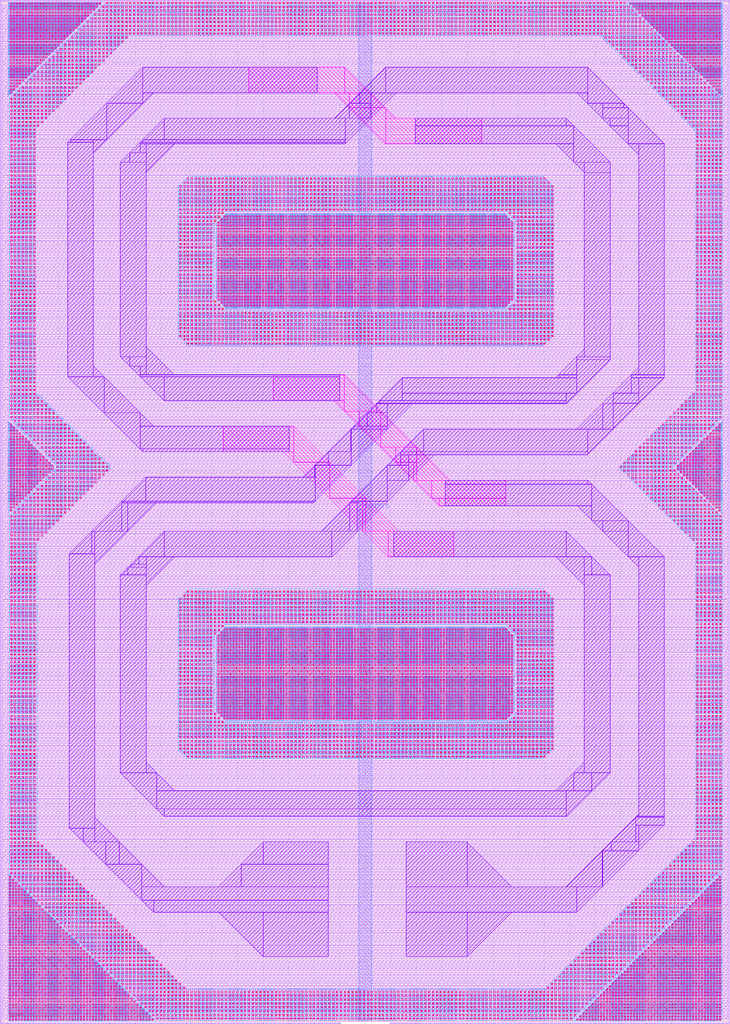
<source format=lef>
# Copyright 2020 The SkyWater PDK Authors
#
# Licensed under the Apache License, Version 2.0 (the "License");
# you may not use this file except in compliance with the License.
# You may obtain a copy of the License at
#
#     https://www.apache.org/licenses/LICENSE-2.0
#
# Unless required by applicable law or agreed to in writing, software
# distributed under the License is distributed on an "AS IS" BASIS,
# WITHOUT WARRANTIES OR CONDITIONS OF ANY KIND, either express or implied.
# See the License for the specific language governing permissions and
# limitations under the License.
#
# SPDX-License-Identifier: Apache-2.0

VERSION 5.7 ;
  NOWIREEXTENSIONATPIN ON ;
  DIVIDERCHAR "/" ;
  BUSBITCHARS "[]" ;
MACRO sky130_fd_pr__ind_11_04
  CLASS BLOCK ;
  FOREIGN sky130_fd_pr__ind_11_04 ;
  ORIGIN  142.0000  65.22500 ;
  SIZE  284.0000 BY  398.8250 ;
  PIN SHIELD
    PORT
      LAYER met1 ;
        RECT -2.500000 -64.695000 2.500000 333.025000 ;
    END
  END SHIELD
  OBS
    LAYER li1 ;
      RECT -142.850000 -66.075000   -9.740000 -65.675000 ;
      RECT -142.850000 -65.675000 -142.450000 334.050000 ;
      RECT -142.850000 334.050000  142.850000 334.450000 ;
      RECT -142.000000 -64.415000  142.000000 -63.755000 ;
      RECT -142.000000 -63.195000  142.000000 -62.535000 ;
      RECT -142.000000 -61.975000  142.000000 -61.315000 ;
      RECT -142.000000 -60.755000  142.000000 -60.095000 ;
      RECT -142.000000 -59.535000  142.000000 -58.875000 ;
      RECT -142.000000 -58.315000  142.000000 -57.655000 ;
      RECT -142.000000 -57.095000  142.000000 -56.435000 ;
      RECT -142.000000 -55.875000  142.000000 -55.215000 ;
      RECT -142.000000 -54.655000  142.000000 -53.995000 ;
      RECT -142.000000 -53.435000  142.000000 -52.775000 ;
      RECT -142.000000 -52.215000  142.000000 -51.555000 ;
      RECT -142.000000 -50.995000  142.000000 -50.335000 ;
      RECT -142.000000 -49.775000  142.000000 -49.115000 ;
      RECT -142.000000 -48.555000  142.000000 -47.895000 ;
      RECT -142.000000 -47.335000  142.000000 -46.675000 ;
      RECT -142.000000 -46.115000  142.000000 -45.455000 ;
      RECT -142.000000 -44.895000  142.000000 -44.235000 ;
      RECT -142.000000 -43.675000  142.000000 -43.015000 ;
      RECT -142.000000 -42.455000  142.000000 -41.795000 ;
      RECT -142.000000 -41.235000  142.000000 -40.575000 ;
      RECT -142.000000 -40.015000  142.000000 -39.355000 ;
      RECT -142.000000 -38.795000  142.000000 -38.135000 ;
      RECT -142.000000 -37.575000  142.000000 -36.915000 ;
      RECT -142.000000 -36.355000  142.000000 -35.695000 ;
      RECT -142.000000 -35.135000  142.000000 -34.475000 ;
      RECT -142.000000 -33.915000  142.000000 -33.255000 ;
      RECT -142.000000 -32.695000  142.000000 -32.035000 ;
      RECT -142.000000 -31.475000  142.000000 -30.815000 ;
      RECT -142.000000 -30.255000  142.000000 -29.595000 ;
      RECT -142.000000 -29.035000  142.000000 -28.375000 ;
      RECT -142.000000 -27.815000  142.000000 -27.155000 ;
      RECT -142.000000 -26.595000  142.000000 -25.935000 ;
      RECT -142.000000 -25.375000  142.000000 -24.715000 ;
      RECT -142.000000 -24.155000  142.000000 -23.495000 ;
      RECT -142.000000 -22.935000  142.000000 -22.275000 ;
      RECT -142.000000 -21.715000  142.000000 -21.055000 ;
      RECT -142.000000 -20.495000  142.000000 -19.835000 ;
      RECT -142.000000 -19.275000  142.000000 -18.615000 ;
      RECT -142.000000 -18.055000  142.000000 -17.395000 ;
      RECT -142.000000 -16.835000  142.000000 -16.175000 ;
      RECT -142.000000 -15.615000  142.000000 -14.955000 ;
      RECT -142.000000 -14.395000  142.000000 -13.735000 ;
      RECT -142.000000 -13.175000  142.000000 -12.515000 ;
      RECT -142.000000 -11.955000  142.000000 -11.295000 ;
      RECT -142.000000 -10.735000  142.000000 -10.075000 ;
      RECT -142.000000  -9.515000  142.000000  -8.855000 ;
      RECT -142.000000  -8.295000  142.000000  -7.635000 ;
      RECT -142.000000  -7.075000  142.000000  -6.415000 ;
      RECT -142.000000  -5.855000  142.000000  -5.195000 ;
      RECT -142.000000  -4.635000  142.000000  -3.975000 ;
      RECT -142.000000  -3.415000  142.000000  -2.755000 ;
      RECT -142.000000  -2.195000  142.000000  -1.535000 ;
      RECT -142.000000  -0.975000  142.000000  -0.315000 ;
      RECT -142.000000   0.245000  142.000000   0.905000 ;
      RECT -142.000000   1.465000  142.000000   2.125000 ;
      RECT -142.000000   2.685000  142.000000   3.345000 ;
      RECT -142.000000   3.905000  142.000000   4.565000 ;
      RECT -142.000000   5.125000  142.000000   5.785000 ;
      RECT -142.000000   6.345000  142.000000   7.005000 ;
      RECT -142.000000   7.565000  142.000000   8.225000 ;
      RECT -142.000000   8.785000  142.000000   9.445000 ;
      RECT -142.000000  10.005000  142.000000  10.665000 ;
      RECT -142.000000  11.225000  142.000000  11.885000 ;
      RECT -142.000000  12.445000  142.000000  13.105000 ;
      RECT -142.000000  13.665000  142.000000  14.325000 ;
      RECT -142.000000  14.885000  142.000000  15.545000 ;
      RECT -142.000000  16.105000  142.000000  16.765000 ;
      RECT -142.000000  17.325000  142.000000  17.985000 ;
      RECT -142.000000  18.545000  142.000000  19.205000 ;
      RECT -142.000000  19.765000  142.000000  20.425000 ;
      RECT -142.000000  20.985000  142.000000  21.645000 ;
      RECT -142.000000  22.205000  142.000000  22.865000 ;
      RECT -142.000000  23.425000  142.000000  24.085000 ;
      RECT -142.000000  24.645000  142.000000  25.305000 ;
      RECT -142.000000  25.865000  142.000000  26.525000 ;
      RECT -142.000000  27.085000  142.000000  27.745000 ;
      RECT -142.000000  28.305000  142.000000  28.965000 ;
      RECT -142.000000  29.525000  142.000000  30.185000 ;
      RECT -142.000000  30.745000  142.000000  31.405000 ;
      RECT -142.000000  31.965000  142.000000  32.625000 ;
      RECT -142.000000  33.185000  142.000000  33.845000 ;
      RECT -142.000000  34.405000  142.000000  35.065000 ;
      RECT -142.000000  35.625000  142.000000  36.285000 ;
      RECT -142.000000  36.845000  142.000000  37.505000 ;
      RECT -142.000000  38.065000  142.000000  38.725000 ;
      RECT -142.000000  39.285000  142.000000  39.945000 ;
      RECT -142.000000  40.505000  142.000000  41.165000 ;
      RECT -142.000000  41.725000  142.000000  42.385000 ;
      RECT -142.000000  42.945000  142.000000  43.605000 ;
      RECT -142.000000  44.165000  142.000000  44.825000 ;
      RECT -142.000000  45.385000  142.000000  46.045000 ;
      RECT -142.000000  46.605000  142.000000  47.265000 ;
      RECT -142.000000  47.825000  142.000000  48.485000 ;
      RECT -142.000000  49.045000  142.000000  49.705000 ;
      RECT -142.000000  50.265000  142.000000  50.925000 ;
      RECT -142.000000  51.485000  142.000000  52.145000 ;
      RECT -142.000000  52.705000  142.000000  53.365000 ;
      RECT -142.000000  53.925000  142.000000  54.585000 ;
      RECT -142.000000  55.145000  142.000000  55.805000 ;
      RECT -142.000000  56.365000  142.000000  57.025000 ;
      RECT -142.000000  57.585000  142.000000  58.245000 ;
      RECT -142.000000  58.805000  142.000000  59.465000 ;
      RECT -142.000000  60.025000  142.000000  60.685000 ;
      RECT -142.000000  61.245000  142.000000  61.905000 ;
      RECT -142.000000  62.465000  142.000000  63.125000 ;
      RECT -142.000000  63.685000  142.000000  64.345000 ;
      RECT -142.000000  64.905000  142.000000  65.565000 ;
      RECT -142.000000  66.125000  142.000000  66.785000 ;
      RECT -142.000000  67.345000  142.000000  68.005000 ;
      RECT -142.000000  68.565000  142.000000  69.225000 ;
      RECT -142.000000  69.785000  142.000000  70.445000 ;
      RECT -142.000000  71.005000  142.000000  71.665000 ;
      RECT -142.000000  72.225000  142.000000  72.885000 ;
      RECT -142.000000  73.445000  142.000000  74.105000 ;
      RECT -142.000000  74.665000  142.000000  75.325000 ;
      RECT -142.000000  75.885000  142.000000  76.545000 ;
      RECT -142.000000  77.105000  142.000000  77.765000 ;
      RECT -142.000000  78.325000  142.000000  78.985000 ;
      RECT -142.000000  79.545000  142.000000  80.205000 ;
      RECT -142.000000  80.765000  142.000000  81.425000 ;
      RECT -142.000000  81.985000  142.000000  82.645000 ;
      RECT -142.000000  83.205000  142.000000  83.865000 ;
      RECT -142.000000  84.425000  142.000000  85.085000 ;
      RECT -142.000000  85.645000  142.000000  86.305000 ;
      RECT -142.000000  86.865000  142.000000  87.525000 ;
      RECT -142.000000  88.085000  142.000000  88.745000 ;
      RECT -142.000000  89.305000  142.000000  89.965000 ;
      RECT -142.000000  90.525000  142.000000  91.185000 ;
      RECT -142.000000  91.745000  142.000000  92.405000 ;
      RECT -142.000000  92.965000  142.000000  93.625000 ;
      RECT -142.000000  94.185000  142.000000  94.845000 ;
      RECT -142.000000  95.405000  142.000000  96.065000 ;
      RECT -142.000000  96.625000  142.000000  97.285000 ;
      RECT -142.000000  97.845000  142.000000  98.505000 ;
      RECT -142.000000  99.065000  142.000000  99.725000 ;
      RECT -142.000000 100.285000  142.000000 100.945000 ;
      RECT -142.000000 101.505000  142.000000 102.165000 ;
      RECT -142.000000 102.725000  142.000000 103.385000 ;
      RECT -142.000000 103.945000  142.000000 104.605000 ;
      RECT -142.000000 105.165000  142.000000 105.825000 ;
      RECT -142.000000 106.385000  142.000000 107.045000 ;
      RECT -142.000000 107.605000  142.000000 108.265000 ;
      RECT -142.000000 108.825000  142.000000 109.485000 ;
      RECT -142.000000 110.045000  142.000000 110.705000 ;
      RECT -142.000000 111.265000  142.000000 111.925000 ;
      RECT -142.000000 112.485000  142.000000 113.145000 ;
      RECT -142.000000 113.705000  142.000000 114.365000 ;
      RECT -142.000000 114.925000  142.000000 115.585000 ;
      RECT -142.000000 116.145000  142.000000 116.805000 ;
      RECT -142.000000 117.365000  142.000000 118.025000 ;
      RECT -142.000000 118.585000  142.000000 119.245000 ;
      RECT -142.000000 119.805000  142.000000 120.465000 ;
      RECT -142.000000 121.025000  142.000000 121.685000 ;
      RECT -142.000000 122.245000  142.000000 122.905000 ;
      RECT -142.000000 123.465000  142.000000 124.125000 ;
      RECT -142.000000 124.685000  142.000000 125.345000 ;
      RECT -142.000000 125.905000  142.000000 126.565000 ;
      RECT -142.000000 127.125000  142.000000 127.785000 ;
      RECT -142.000000 128.345000  142.000000 129.005000 ;
      RECT -142.000000 129.565000  142.000000 130.225000 ;
      RECT -142.000000 130.785000  142.000000 131.445000 ;
      RECT -142.000000 132.005000  142.000000 132.665000 ;
      RECT -142.000000 133.225000  142.000000 133.885000 ;
      RECT -142.000000 134.445000  142.000000 135.105000 ;
      RECT -142.000000 135.665000  142.000000 136.325000 ;
      RECT -142.000000 136.885000  142.000000 137.545000 ;
      RECT -142.000000 138.105000  142.000000 138.765000 ;
      RECT -142.000000 139.325000  142.000000 139.985000 ;
      RECT -142.000000 140.545000  142.000000 141.205000 ;
      RECT -142.000000 141.765000  142.000000 142.425000 ;
      RECT -142.000000 142.985000  142.000000 143.645000 ;
      RECT -142.000000 144.205000  142.000000 144.865000 ;
      RECT -142.000000 145.425000  142.000000 146.085000 ;
      RECT -142.000000 146.645000  142.000000 147.305000 ;
      RECT -142.000000 147.865000  142.000000 148.525000 ;
      RECT -142.000000 149.085000  142.000000 149.745000 ;
      RECT -142.000000 150.305000  142.000000 150.965000 ;
      RECT -142.000000 151.525000  142.000000 152.185000 ;
      RECT -142.000000 152.745000  142.000000 153.405000 ;
      RECT -142.000000 153.965000  142.000000 154.625000 ;
      RECT -142.000000 155.185000  142.000000 155.845000 ;
      RECT -142.000000 156.405000  142.000000 157.065000 ;
      RECT -142.000000 157.625000  142.000000 158.285000 ;
      RECT -142.000000 158.845000  142.000000 159.505000 ;
      RECT -142.000000 160.065000  142.000000 160.725000 ;
      RECT -142.000000 161.285000  142.000000 161.945000 ;
      RECT -142.000000 162.505000  142.000000 163.165000 ;
      RECT -142.000000 163.725000  142.000000 164.385000 ;
      RECT -142.000000 164.945000  142.000000 165.605000 ;
      RECT -142.000000 166.165000  142.000000 166.825000 ;
      RECT -142.000000 167.385000  142.000000 168.045000 ;
      RECT -142.000000 168.605000  142.000000 169.265000 ;
      RECT -142.000000 169.825000  142.000000 170.485000 ;
      RECT -142.000000 171.045000  142.000000 171.705000 ;
      RECT -142.000000 172.265000  142.000000 172.925000 ;
      RECT -142.000000 173.485000  142.000000 174.145000 ;
      RECT -142.000000 174.705000  142.000000 175.365000 ;
      RECT -142.000000 175.925000  142.000000 176.585000 ;
      RECT -142.000000 177.145000  142.000000 177.805000 ;
      RECT -142.000000 178.365000  142.000000 179.025000 ;
      RECT -142.000000 179.585000  142.000000 180.245000 ;
      RECT -142.000000 180.805000  142.000000 181.465000 ;
      RECT -142.000000 182.025000  142.000000 182.685000 ;
      RECT -142.000000 183.245000  142.000000 183.905000 ;
      RECT -142.000000 184.465000  142.000000 185.125000 ;
      RECT -142.000000 185.685000  142.000000 186.345000 ;
      RECT -142.000000 186.905000  142.000000 187.565000 ;
      RECT -142.000000 188.125000  142.000000 188.785000 ;
      RECT -142.000000 189.345000  142.000000 190.005000 ;
      RECT -142.000000 190.565000  142.000000 191.225000 ;
      RECT -142.000000 191.785000  142.000000 192.445000 ;
      RECT -142.000000 193.005000  142.000000 193.665000 ;
      RECT -142.000000 194.225000  142.000000 194.885000 ;
      RECT -142.000000 195.445000  142.000000 196.105000 ;
      RECT -142.000000 196.665000  142.000000 197.325000 ;
      RECT -142.000000 197.885000  142.000000 198.545000 ;
      RECT -142.000000 199.105000  142.000000 199.765000 ;
      RECT -142.000000 200.325000  142.000000 200.985000 ;
      RECT -142.000000 201.545000  142.000000 202.205000 ;
      RECT -142.000000 202.765000  142.000000 203.425000 ;
      RECT -142.000000 203.985000  142.000000 204.645000 ;
      RECT -142.000000 205.205000  142.000000 205.865000 ;
      RECT -142.000000 206.425000  142.000000 207.085000 ;
      RECT -142.000000 207.645000  142.000000 208.305000 ;
      RECT -142.000000 208.865000  142.000000 209.525000 ;
      RECT -142.000000 210.085000  142.000000 210.745000 ;
      RECT -142.000000 211.305000  142.000000 211.965000 ;
      RECT -142.000000 212.525000  142.000000 213.185000 ;
      RECT -142.000000 213.745000  142.000000 214.405000 ;
      RECT -142.000000 214.965000  142.000000 215.625000 ;
      RECT -142.000000 216.185000  142.000000 216.845000 ;
      RECT -142.000000 217.405000  142.000000 218.065000 ;
      RECT -142.000000 218.625000  142.000000 219.285000 ;
      RECT -142.000000 219.845000  142.000000 220.505000 ;
      RECT -142.000000 221.065000  142.000000 221.725000 ;
      RECT -142.000000 222.285000  142.000000 222.945000 ;
      RECT -142.000000 223.505000  142.000000 224.165000 ;
      RECT -142.000000 224.725000  142.000000 225.385000 ;
      RECT -142.000000 225.945000  142.000000 226.605000 ;
      RECT -142.000000 227.165000  142.000000 227.825000 ;
      RECT -142.000000 228.385000  142.000000 229.045000 ;
      RECT -142.000000 229.605000  142.000000 230.265000 ;
      RECT -142.000000 230.825000  142.000000 231.485000 ;
      RECT -142.000000 232.045000  142.000000 232.705000 ;
      RECT -142.000000 233.265000  142.000000 233.925000 ;
      RECT -142.000000 234.485000  142.000000 235.145000 ;
      RECT -142.000000 235.705000  142.000000 236.365000 ;
      RECT -142.000000 236.925000  142.000000 237.585000 ;
      RECT -142.000000 238.145000  142.000000 238.805000 ;
      RECT -142.000000 239.365000  142.000000 240.025000 ;
      RECT -142.000000 240.585000  142.000000 241.245000 ;
      RECT -142.000000 241.805000  142.000000 242.465000 ;
      RECT -142.000000 243.025000  142.000000 243.685000 ;
      RECT -142.000000 244.245000  142.000000 244.905000 ;
      RECT -142.000000 245.465000  142.000000 246.125000 ;
      RECT -142.000000 246.685000  142.000000 247.345000 ;
      RECT -142.000000 247.905000  142.000000 248.565000 ;
      RECT -142.000000 249.125000  142.000000 249.785000 ;
      RECT -142.000000 250.345000  142.000000 251.005000 ;
      RECT -142.000000 251.565000  142.000000 252.225000 ;
      RECT -142.000000 252.785000  142.000000 253.445000 ;
      RECT -142.000000 254.005000  142.000000 254.665000 ;
      RECT -142.000000 255.225000  142.000000 255.885000 ;
      RECT -142.000000 256.445000  142.000000 257.105000 ;
      RECT -142.000000 257.665000  142.000000 258.325000 ;
      RECT -142.000000 258.885000  142.000000 259.545000 ;
      RECT -142.000000 260.105000  142.000000 260.765000 ;
      RECT -142.000000 261.325000  142.000000 261.985000 ;
      RECT -142.000000 262.545000  142.000000 263.205000 ;
      RECT -142.000000 263.765000  142.000000 264.425000 ;
      RECT -142.000000 264.985000  142.000000 265.645000 ;
      RECT -142.000000 266.205000  142.000000 266.865000 ;
      RECT -142.000000 267.425000  142.000000 268.085000 ;
      RECT -142.000000 268.645000  142.000000 269.305000 ;
      RECT -142.000000 269.865000  142.000000 270.525000 ;
      RECT -142.000000 271.085000  142.000000 271.745000 ;
      RECT -142.000000 272.305000  142.000000 272.965000 ;
      RECT -142.000000 273.525000  142.000000 274.185000 ;
      RECT -142.000000 274.745000  142.000000 275.405000 ;
      RECT -142.000000 275.965000  142.000000 276.625000 ;
      RECT -142.000000 277.185000  142.000000 277.845000 ;
      RECT -142.000000 278.405000  142.000000 279.065000 ;
      RECT -142.000000 279.625000  142.000000 280.285000 ;
      RECT -142.000000 280.845000  142.000000 281.505000 ;
      RECT -142.000000 282.065000  142.000000 282.725000 ;
      RECT -142.000000 283.285000  142.000000 283.945000 ;
      RECT -142.000000 284.505000  142.000000 285.165000 ;
      RECT -142.000000 285.725000  142.000000 286.385000 ;
      RECT -142.000000 286.945000  142.000000 287.605000 ;
      RECT -142.000000 288.165000  142.000000 288.825000 ;
      RECT -142.000000 289.385000  142.000000 290.045000 ;
      RECT -142.000000 290.605000  142.000000 291.265000 ;
      RECT -142.000000 291.825000  142.000000 292.485000 ;
      RECT -142.000000 293.045000  142.000000 293.705000 ;
      RECT -142.000000 294.265000  142.000000 294.925000 ;
      RECT -142.000000 295.485000  142.000000 296.145000 ;
      RECT -142.000000 296.705000  142.000000 297.365000 ;
      RECT -142.000000 297.925000  142.000000 298.585000 ;
      RECT -142.000000 299.145000  142.000000 299.805000 ;
      RECT -142.000000 300.365000  142.000000 301.025000 ;
      RECT -142.000000 301.585000  142.000000 302.245000 ;
      RECT -142.000000 302.805000  142.000000 303.465000 ;
      RECT -142.000000 304.025000  142.000000 304.685000 ;
      RECT -142.000000 305.245000  142.000000 305.905000 ;
      RECT -142.000000 306.465000  142.000000 307.125000 ;
      RECT -142.000000 307.685000  142.000000 308.345000 ;
      RECT -142.000000 308.905000  142.000000 309.565000 ;
      RECT -142.000000 310.125000  142.000000 310.785000 ;
      RECT -142.000000 311.345000  142.000000 312.005000 ;
      RECT -142.000000 312.565000  142.000000 313.225000 ;
      RECT -142.000000 313.785000  142.000000 314.445000 ;
      RECT -142.000000 315.005000  142.000000 315.665000 ;
      RECT -142.000000 316.225000  142.000000 316.885000 ;
      RECT -142.000000 317.445000  142.000000 318.105000 ;
      RECT -142.000000 318.665000  142.000000 319.325000 ;
      RECT -142.000000 319.885000  142.000000 320.545000 ;
      RECT -142.000000 321.105000  142.000000 321.765000 ;
      RECT -142.000000 322.325000  142.000000 322.985000 ;
      RECT -142.000000 323.545000  142.000000 324.205000 ;
      RECT -142.000000 324.765000  142.000000 325.425000 ;
      RECT -142.000000 325.985000  142.000000 326.645000 ;
      RECT -142.000000 327.205000  142.000000 327.865000 ;
      RECT -142.000000 328.425000  142.000000 329.085000 ;
      RECT -142.000000 329.645000  142.000000 330.305000 ;
      RECT -142.000000 330.865000  142.000000 331.525000 ;
      RECT -142.000000 332.085000  142.000000 332.745000 ;
      RECT   -2.500000 -64.695000    2.500000 -64.415000 ;
      RECT   -2.500000 -63.755000    2.500000 -63.195000 ;
      RECT   -2.500000 -62.535000    2.500000 -61.975000 ;
      RECT   -2.500000 -61.315000    2.500000 -60.755000 ;
      RECT   -2.500000 -60.095000    2.500000 -59.535000 ;
      RECT   -2.500000 -58.875000    2.500000 -58.315000 ;
      RECT   -2.500000 -57.655000    2.500000 -57.095000 ;
      RECT   -2.500000 -56.435000    2.500000 -55.875000 ;
      RECT   -2.500000 -55.215000    2.500000 -54.655000 ;
      RECT   -2.500000 -53.995000    2.500000 -53.435000 ;
      RECT   -2.500000 -52.775000    2.500000 -52.215000 ;
      RECT   -2.500000 -51.555000    2.500000 -50.995000 ;
      RECT   -2.500000 -50.335000    2.500000 -49.775000 ;
      RECT   -2.500000 -49.115000    2.500000 -48.555000 ;
      RECT   -2.500000 -47.895000    2.500000 -47.335000 ;
      RECT   -2.500000 -46.675000    2.500000 -46.115000 ;
      RECT   -2.500000 -45.455000    2.500000 -44.895000 ;
      RECT   -2.500000 -44.235000    2.500000 -43.675000 ;
      RECT   -2.500000 -43.015000    2.500000 -42.455000 ;
      RECT   -2.500000 -41.795000    2.500000 -41.235000 ;
      RECT   -2.500000 -40.575000    2.500000 -40.015000 ;
      RECT   -2.500000 -39.355000    2.500000 -38.795000 ;
      RECT   -2.500000 -38.135000    2.500000 -37.575000 ;
      RECT   -2.500000 -36.915000    2.500000 -36.355000 ;
      RECT   -2.500000 -35.695000    2.500000 -35.135000 ;
      RECT   -2.500000 -34.475000    2.500000 -33.915000 ;
      RECT   -2.500000 -33.255000    2.500000 -32.695000 ;
      RECT   -2.500000 -32.035000    2.500000 -31.475000 ;
      RECT   -2.500000 -30.815000    2.500000 -30.255000 ;
      RECT   -2.500000 -29.595000    2.500000 -29.035000 ;
      RECT   -2.500000 -28.375000    2.500000 -27.815000 ;
      RECT   -2.500000 -27.155000    2.500000 -26.595000 ;
      RECT   -2.500000 -25.935000    2.500000 -25.375000 ;
      RECT   -2.500000 -24.715000    2.500000 -24.155000 ;
      RECT   -2.500000 -23.495000    2.500000 -22.935000 ;
      RECT   -2.500000 -22.275000    2.500000 -21.715000 ;
      RECT   -2.500000 -21.055000    2.500000 -20.495000 ;
      RECT   -2.500000 -19.835000    2.500000 -19.275000 ;
      RECT   -2.500000 -18.615000    2.500000 -18.055000 ;
      RECT   -2.500000 -17.395000    2.500000 -16.835000 ;
      RECT   -2.500000 -16.175000    2.500000 -15.615000 ;
      RECT   -2.500000 -14.955000    2.500000 -14.395000 ;
      RECT   -2.500000 -13.735000    2.500000 -13.175000 ;
      RECT   -2.500000 -12.515000    2.500000 -11.955000 ;
      RECT   -2.500000 -11.295000    2.500000 -10.735000 ;
      RECT   -2.500000 -10.075000    2.500000  -9.515000 ;
      RECT   -2.500000  -8.855000    2.500000  -8.295000 ;
      RECT   -2.500000  -7.635000    2.500000  -7.075000 ;
      RECT   -2.500000  -6.415000    2.500000  -5.855000 ;
      RECT   -2.500000  -5.195000    2.500000  -4.635000 ;
      RECT   -2.500000  -3.975000    2.500000  -3.415000 ;
      RECT   -2.500000  -2.755000    2.500000  -2.195000 ;
      RECT   -2.500000  -1.535000    2.500000  -0.975000 ;
      RECT   -2.500000  -0.315000    2.500000   0.245000 ;
      RECT   -2.500000   0.905000    2.500000   1.465000 ;
      RECT   -2.500000   2.125000    2.500000   2.685000 ;
      RECT   -2.500000   3.345000    2.500000   3.905000 ;
      RECT   -2.500000   4.565000    2.500000   5.125000 ;
      RECT   -2.500000   5.785000    2.500000   6.345000 ;
      RECT   -2.500000   7.005000    2.500000   7.565000 ;
      RECT   -2.500000   8.225000    2.500000   8.785000 ;
      RECT   -2.500000   9.445000    2.500000  10.005000 ;
      RECT   -2.500000  10.665000    2.500000  11.225000 ;
      RECT   -2.500000  11.885000    2.500000  12.445000 ;
      RECT   -2.500000  13.105000    2.500000  13.665000 ;
      RECT   -2.500000  14.325000    2.500000  14.885000 ;
      RECT   -2.500000  15.545000    2.500000  16.105000 ;
      RECT   -2.500000  16.765000    2.500000  17.325000 ;
      RECT   -2.500000  17.985000    2.500000  18.545000 ;
      RECT   -2.500000  19.205000    2.500000  19.765000 ;
      RECT   -2.500000  20.425000    2.500000  20.985000 ;
      RECT   -2.500000  21.645000    2.500000  22.205000 ;
      RECT   -2.500000  22.865000    2.500000  23.425000 ;
      RECT   -2.500000  24.085000    2.500000  24.645000 ;
      RECT   -2.500000  25.305000    2.500000  25.865000 ;
      RECT   -2.500000  26.525000    2.500000  27.085000 ;
      RECT   -2.500000  27.745000    2.500000  28.305000 ;
      RECT   -2.500000  28.965000    2.500000  29.525000 ;
      RECT   -2.500000  30.185000    2.500000  30.745000 ;
      RECT   -2.500000  31.405000    2.500000  31.965000 ;
      RECT   -2.500000  32.625000    2.500000  33.185000 ;
      RECT   -2.500000  33.845000    2.500000  34.405000 ;
      RECT   -2.500000  35.065000    2.500000  35.625000 ;
      RECT   -2.500000  36.285000    2.500000  36.845000 ;
      RECT   -2.500000  37.505000    2.500000  38.065000 ;
      RECT   -2.500000  38.725000    2.500000  39.285000 ;
      RECT   -2.500000  39.945000    2.500000  40.505000 ;
      RECT   -2.500000  41.165000    2.500000  41.725000 ;
      RECT   -2.500000  42.385000    2.500000  42.945000 ;
      RECT   -2.500000  43.605000    2.500000  44.165000 ;
      RECT   -2.500000  44.825000    2.500000  45.385000 ;
      RECT   -2.500000  46.045000    2.500000  46.605000 ;
      RECT   -2.500000  47.265000    2.500000  47.825000 ;
      RECT   -2.500000  48.485000    2.500000  49.045000 ;
      RECT   -2.500000  49.705000    2.500000  50.265000 ;
      RECT   -2.500000  50.925000    2.500000  51.485000 ;
      RECT   -2.500000  52.145000    2.500000  52.705000 ;
      RECT   -2.500000  53.365000    2.500000  53.925000 ;
      RECT   -2.500000  54.585000    2.500000  55.145000 ;
      RECT   -2.500000  55.805000    2.500000  56.365000 ;
      RECT   -2.500000  57.025000    2.500000  57.585000 ;
      RECT   -2.500000  58.245000    2.500000  58.805000 ;
      RECT   -2.500000  59.465000    2.500000  60.025000 ;
      RECT   -2.500000  60.685000    2.500000  61.245000 ;
      RECT   -2.500000  61.905000    2.500000  62.465000 ;
      RECT   -2.500000  63.125000    2.500000  63.685000 ;
      RECT   -2.500000  64.345000    2.500000  64.905000 ;
      RECT   -2.500000  65.565000    2.500000  66.125000 ;
      RECT   -2.500000  66.785000    2.500000  67.345000 ;
      RECT   -2.500000  68.005000    2.500000  68.565000 ;
      RECT   -2.500000  69.225000    2.500000  69.785000 ;
      RECT   -2.500000  70.445000    2.500000  71.005000 ;
      RECT   -2.500000  71.665000    2.500000  72.225000 ;
      RECT   -2.500000  72.885000    2.500000  73.445000 ;
      RECT   -2.500000  74.105000    2.500000  74.665000 ;
      RECT   -2.500000  75.325000    2.500000  75.885000 ;
      RECT   -2.500000  76.545000    2.500000  77.105000 ;
      RECT   -2.500000  77.765000    2.500000  78.325000 ;
      RECT   -2.500000  78.985000    2.500000  79.545000 ;
      RECT   -2.500000  80.205000    2.500000  80.765000 ;
      RECT   -2.500000  81.425000    2.500000  81.985000 ;
      RECT   -2.500000  82.645000    2.500000  83.205000 ;
      RECT   -2.500000  83.865000    2.500000  84.425000 ;
      RECT   -2.500000  85.085000    2.500000  85.645000 ;
      RECT   -2.500000  86.305000    2.500000  86.865000 ;
      RECT   -2.500000  87.525000    2.500000  88.085000 ;
      RECT   -2.500000  88.745000    2.500000  89.305000 ;
      RECT   -2.500000  89.965000    2.500000  90.525000 ;
      RECT   -2.500000  91.185000    2.500000  91.745000 ;
      RECT   -2.500000  92.405000    2.500000  92.965000 ;
      RECT   -2.500000  93.625000    2.500000  94.185000 ;
      RECT   -2.500000  94.845000    2.500000  95.405000 ;
      RECT   -2.500000  96.065000    2.500000  96.625000 ;
      RECT   -2.500000  97.285000    2.500000  97.845000 ;
      RECT   -2.500000  98.505000    2.500000  99.065000 ;
      RECT   -2.500000  99.725000    2.500000 100.285000 ;
      RECT   -2.500000 100.945000    2.500000 101.505000 ;
      RECT   -2.500000 102.165000    2.500000 102.725000 ;
      RECT   -2.500000 103.385000    2.500000 103.945000 ;
      RECT   -2.500000 104.605000    2.500000 105.165000 ;
      RECT   -2.500000 105.825000    2.500000 106.385000 ;
      RECT   -2.500000 107.045000    2.500000 107.605000 ;
      RECT   -2.500000 108.265000    2.500000 108.825000 ;
      RECT   -2.500000 109.485000    2.500000 110.045000 ;
      RECT   -2.500000 110.705000    2.500000 111.265000 ;
      RECT   -2.500000 111.925000    2.500000 112.485000 ;
      RECT   -2.500000 113.145000    2.500000 113.705000 ;
      RECT   -2.500000 114.365000    2.500000 114.925000 ;
      RECT   -2.500000 115.585000    2.500000 116.145000 ;
      RECT   -2.500000 116.805000    2.500000 117.365000 ;
      RECT   -2.500000 118.025000    2.500000 118.585000 ;
      RECT   -2.500000 119.245000    2.500000 119.805000 ;
      RECT   -2.500000 120.465000    2.500000 121.025000 ;
      RECT   -2.500000 121.685000    2.500000 122.245000 ;
      RECT   -2.500000 122.905000    2.500000 123.465000 ;
      RECT   -2.500000 124.125000    2.500000 124.685000 ;
      RECT   -2.500000 125.345000    2.500000 125.905000 ;
      RECT   -2.500000 126.565000    2.500000 127.125000 ;
      RECT   -2.500000 127.785000    2.500000 128.345000 ;
      RECT   -2.500000 129.005000    2.500000 129.565000 ;
      RECT   -2.500000 130.225000    2.500000 130.785000 ;
      RECT   -2.500000 131.445000    2.500000 132.005000 ;
      RECT   -2.500000 132.665000    2.500000 133.225000 ;
      RECT   -2.500000 133.885000    2.500000 134.445000 ;
      RECT   -2.500000 135.105000    2.500000 135.665000 ;
      RECT   -2.500000 136.325000    2.500000 136.885000 ;
      RECT   -2.500000 137.545000    2.500000 138.105000 ;
      RECT   -2.500000 138.765000    2.500000 139.325000 ;
      RECT   -2.500000 139.985000    2.500000 140.545000 ;
      RECT   -2.500000 141.205000    2.500000 141.765000 ;
      RECT   -2.500000 142.425000    2.500000 142.985000 ;
      RECT   -2.500000 143.645000    2.500000 144.205000 ;
      RECT   -2.500000 144.865000    2.500000 145.425000 ;
      RECT   -2.500000 146.085000    2.500000 146.645000 ;
      RECT   -2.500000 147.305000    2.500000 147.865000 ;
      RECT   -2.500000 148.525000    2.500000 149.085000 ;
      RECT   -2.500000 149.745000    2.500000 150.305000 ;
      RECT   -2.500000 150.965000    2.500000 151.525000 ;
      RECT   -2.500000 152.185000    2.500000 152.745000 ;
      RECT   -2.500000 153.405000    2.500000 153.965000 ;
      RECT   -2.500000 154.625000    2.500000 155.185000 ;
      RECT   -2.500000 155.845000    2.500000 156.405000 ;
      RECT   -2.500000 157.065000    2.500000 157.625000 ;
      RECT   -2.500000 158.285000    2.500000 158.845000 ;
      RECT   -2.500000 159.505000    2.500000 160.065000 ;
      RECT   -2.500000 160.725000    2.500000 161.285000 ;
      RECT   -2.500000 161.945000    2.500000 162.505000 ;
      RECT   -2.500000 163.165000    2.500000 163.725000 ;
      RECT   -2.500000 164.385000    2.500000 164.945000 ;
      RECT   -2.500000 165.605000    2.500000 166.165000 ;
      RECT   -2.500000 166.825000    2.500000 167.385000 ;
      RECT   -2.500000 168.045000    2.500000 168.605000 ;
      RECT   -2.500000 169.265000    2.500000 169.825000 ;
      RECT   -2.500000 170.485000    2.500000 171.045000 ;
      RECT   -2.500000 171.705000    2.500000 172.265000 ;
      RECT   -2.500000 172.925000    2.500000 173.485000 ;
      RECT   -2.500000 174.145000    2.500000 174.705000 ;
      RECT   -2.500000 175.365000    2.500000 175.925000 ;
      RECT   -2.500000 176.585000    2.500000 177.145000 ;
      RECT   -2.500000 177.805000    2.500000 178.365000 ;
      RECT   -2.500000 179.025000    2.500000 179.585000 ;
      RECT   -2.500000 180.245000    2.500000 180.805000 ;
      RECT   -2.500000 181.465000    2.500000 182.025000 ;
      RECT   -2.500000 182.685000    2.500000 183.245000 ;
      RECT   -2.500000 183.905000    2.500000 184.465000 ;
      RECT   -2.500000 185.125000    2.500000 185.685000 ;
      RECT   -2.500000 186.345000    2.500000 186.905000 ;
      RECT   -2.500000 187.565000    2.500000 188.125000 ;
      RECT   -2.500000 188.785000    2.500000 189.345000 ;
      RECT   -2.500000 190.005000    2.500000 190.565000 ;
      RECT   -2.500000 191.225000    2.500000 191.785000 ;
      RECT   -2.500000 192.445000    2.500000 193.005000 ;
      RECT   -2.500000 193.665000    2.500000 194.225000 ;
      RECT   -2.500000 194.885000    2.500000 195.445000 ;
      RECT   -2.500000 196.105000    2.500000 196.665000 ;
      RECT   -2.500000 197.325000    2.500000 197.885000 ;
      RECT   -2.500000 198.545000    2.500000 199.105000 ;
      RECT   -2.500000 199.765000    2.500000 200.325000 ;
      RECT   -2.500000 200.985000    2.500000 201.545000 ;
      RECT   -2.500000 202.205000    2.500000 202.765000 ;
      RECT   -2.500000 203.425000    2.500000 203.985000 ;
      RECT   -2.500000 204.645000    2.500000 205.205000 ;
      RECT   -2.500000 205.865000    2.500000 206.425000 ;
      RECT   -2.500000 207.085000    2.500000 207.645000 ;
      RECT   -2.500000 208.305000    2.500000 208.865000 ;
      RECT   -2.500000 209.525000    2.500000 210.085000 ;
      RECT   -2.500000 210.745000    2.500000 211.305000 ;
      RECT   -2.500000 211.965000    2.500000 212.525000 ;
      RECT   -2.500000 213.185000    2.500000 213.745000 ;
      RECT   -2.500000 214.405000    2.500000 214.965000 ;
      RECT   -2.500000 215.625000    2.500000 216.185000 ;
      RECT   -2.500000 216.845000    2.500000 217.405000 ;
      RECT   -2.500000 218.065000    2.500000 218.625000 ;
      RECT   -2.500000 219.285000    2.500000 219.845000 ;
      RECT   -2.500000 220.505000    2.500000 221.065000 ;
      RECT   -2.500000 221.725000    2.500000 222.285000 ;
      RECT   -2.500000 222.945000    2.500000 223.505000 ;
      RECT   -2.500000 224.165000    2.500000 224.725000 ;
      RECT   -2.500000 225.385000    2.500000 225.945000 ;
      RECT   -2.500000 226.605000    2.500000 227.165000 ;
      RECT   -2.500000 227.825000    2.500000 228.385000 ;
      RECT   -2.500000 229.045000    2.500000 229.605000 ;
      RECT   -2.500000 230.265000    2.500000 230.825000 ;
      RECT   -2.500000 231.485000    2.500000 232.045000 ;
      RECT   -2.500000 232.705000    2.500000 233.265000 ;
      RECT   -2.500000 233.925000    2.500000 234.485000 ;
      RECT   -2.500000 235.145000    2.500000 235.705000 ;
      RECT   -2.500000 236.365000    2.500000 236.925000 ;
      RECT   -2.500000 237.585000    2.500000 238.145000 ;
      RECT   -2.500000 238.805000    2.500000 239.365000 ;
      RECT   -2.500000 240.025000    2.500000 240.585000 ;
      RECT   -2.500000 241.245000    2.500000 241.805000 ;
      RECT   -2.500000 242.465000    2.500000 243.025000 ;
      RECT   -2.500000 243.685000    2.500000 244.245000 ;
      RECT   -2.500000 244.905000    2.500000 245.465000 ;
      RECT   -2.500000 246.125000    2.500000 246.685000 ;
      RECT   -2.500000 247.345000    2.500000 247.905000 ;
      RECT   -2.500000 248.565000    2.500000 249.125000 ;
      RECT   -2.500000 249.785000    2.500000 250.345000 ;
      RECT   -2.500000 251.005000    2.500000 251.565000 ;
      RECT   -2.500000 252.225000    2.500000 252.785000 ;
      RECT   -2.500000 253.445000    2.500000 254.005000 ;
      RECT   -2.500000 254.665000    2.500000 255.225000 ;
      RECT   -2.500000 255.885000    2.500000 256.445000 ;
      RECT   -2.500000 257.105000    2.500000 257.665000 ;
      RECT   -2.500000 258.325000    2.500000 258.885000 ;
      RECT   -2.500000 259.545000    2.500000 260.105000 ;
      RECT   -2.500000 260.765000    2.500000 261.325000 ;
      RECT   -2.500000 261.985000    2.500000 262.545000 ;
      RECT   -2.500000 263.205000    2.500000 263.765000 ;
      RECT   -2.500000 264.425000    2.500000 264.985000 ;
      RECT   -2.500000 265.645000    2.500000 266.205000 ;
      RECT   -2.500000 266.865000    2.500000 267.425000 ;
      RECT   -2.500000 268.085000    2.500000 268.645000 ;
      RECT   -2.500000 269.305000    2.500000 269.865000 ;
      RECT   -2.500000 270.525000    2.500000 271.085000 ;
      RECT   -2.500000 271.745000    2.500000 272.305000 ;
      RECT   -2.500000 272.965000    2.500000 273.525000 ;
      RECT   -2.500000 274.185000    2.500000 274.745000 ;
      RECT   -2.500000 275.405000    2.500000 275.965000 ;
      RECT   -2.500000 276.625000    2.500000 277.185000 ;
      RECT   -2.500000 277.845000    2.500000 278.405000 ;
      RECT   -2.500000 279.065000    2.500000 279.625000 ;
      RECT   -2.500000 280.285000    2.500000 280.845000 ;
      RECT   -2.500000 281.505000    2.500000 282.065000 ;
      RECT   -2.500000 282.725000    2.500000 283.285000 ;
      RECT   -2.500000 283.945000    2.500000 284.505000 ;
      RECT   -2.500000 285.165000    2.500000 285.725000 ;
      RECT   -2.500000 286.385000    2.500000 286.945000 ;
      RECT   -2.500000 287.605000    2.500000 288.165000 ;
      RECT   -2.500000 288.825000    2.500000 289.385000 ;
      RECT   -2.500000 290.045000    2.500000 290.605000 ;
      RECT   -2.500000 291.265000    2.500000 291.825000 ;
      RECT   -2.500000 292.485000    2.500000 293.045000 ;
      RECT   -2.500000 293.705000    2.500000 294.265000 ;
      RECT   -2.500000 294.925000    2.500000 295.485000 ;
      RECT   -2.500000 296.145000    2.500000 296.705000 ;
      RECT   -2.500000 297.365000    2.500000 297.925000 ;
      RECT   -2.500000 298.585000    2.500000 299.145000 ;
      RECT   -2.500000 299.805000    2.500000 300.365000 ;
      RECT   -2.500000 301.025000    2.500000 301.585000 ;
      RECT   -2.500000 302.245000    2.500000 302.805000 ;
      RECT   -2.500000 303.465000    2.500000 304.025000 ;
      RECT   -2.500000 304.685000    2.500000 305.245000 ;
      RECT   -2.500000 305.905000    2.500000 306.465000 ;
      RECT   -2.500000 307.125000    2.500000 307.685000 ;
      RECT   -2.500000 308.345000    2.500000 308.905000 ;
      RECT   -2.500000 309.565000    2.500000 310.125000 ;
      RECT   -2.500000 310.785000    2.500000 311.345000 ;
      RECT   -2.500000 312.005000    2.500000 312.565000 ;
      RECT   -2.500000 313.225000    2.500000 313.785000 ;
      RECT   -2.500000 314.445000    2.500000 315.005000 ;
      RECT   -2.500000 315.665000    2.500000 316.225000 ;
      RECT   -2.500000 316.885000    2.500000 317.445000 ;
      RECT   -2.500000 318.105000    2.500000 318.665000 ;
      RECT   -2.500000 319.325000    2.500000 319.885000 ;
      RECT   -2.500000 320.545000    2.500000 321.105000 ;
      RECT   -2.500000 321.765000    2.500000 322.325000 ;
      RECT   -2.500000 322.985000    2.500000 323.545000 ;
      RECT   -2.500000 324.205000    2.500000 324.765000 ;
      RECT   -2.500000 325.425000    2.500000 325.985000 ;
      RECT   -2.500000 326.645000    2.500000 327.205000 ;
      RECT   -2.500000 327.865000    2.500000 328.425000 ;
      RECT   -2.500000 329.085000    2.500000 329.645000 ;
      RECT   -2.500000 330.305000    2.500000 330.865000 ;
      RECT   -2.500000 331.525000    2.500000 332.085000 ;
      RECT   -2.500000 332.745000    2.500000 333.025000 ;
      RECT    9.740000 -66.075000  142.850000 -65.675000 ;
      RECT  142.450000 -65.675000  142.850000 334.050000 ;
    LAYER mcon ;
      RECT -2.245000 -64.170000 -2.075000 -64.000000 ;
      RECT -2.245000 -62.950000 -2.075000 -62.780000 ;
      RECT -2.245000 -61.730000 -2.075000 -61.560000 ;
      RECT -2.245000 -60.510000 -2.075000 -60.340000 ;
      RECT -2.245000 -59.290000 -2.075000 -59.120000 ;
      RECT -2.245000 -58.070000 -2.075000 -57.900000 ;
      RECT -2.245000 -56.850000 -2.075000 -56.680000 ;
      RECT -2.245000 -55.630000 -2.075000 -55.460000 ;
      RECT -2.245000 -54.410000 -2.075000 -54.240000 ;
      RECT -2.245000 -53.190000 -2.075000 -53.020000 ;
      RECT -2.245000 -51.970000 -2.075000 -51.800000 ;
      RECT -2.245000 -50.750000 -2.075000 -50.580000 ;
      RECT -2.245000 -49.530000 -2.075000 -49.360000 ;
      RECT -2.245000 -48.310000 -2.075000 -48.140000 ;
      RECT -2.245000 -47.090000 -2.075000 -46.920000 ;
      RECT -2.245000 -45.870000 -2.075000 -45.700000 ;
      RECT -2.245000 -44.650000 -2.075000 -44.480000 ;
      RECT -2.245000 -43.430000 -2.075000 -43.260000 ;
      RECT -2.245000 -42.210000 -2.075000 -42.040000 ;
      RECT -2.245000 -40.990000 -2.075000 -40.820000 ;
      RECT -2.245000 -39.770000 -2.075000 -39.600000 ;
      RECT -2.245000 -38.550000 -2.075000 -38.380000 ;
      RECT -2.245000 -37.330000 -2.075000 -37.160000 ;
      RECT -2.245000 -36.110000 -2.075000 -35.940000 ;
      RECT -2.245000 -34.890000 -2.075000 -34.720000 ;
      RECT -2.245000 -33.670000 -2.075000 -33.500000 ;
      RECT -2.245000 -32.450000 -2.075000 -32.280000 ;
      RECT -2.245000 -31.230000 -2.075000 -31.060000 ;
      RECT -2.245000 -30.010000 -2.075000 -29.840000 ;
      RECT -2.245000 -28.790000 -2.075000 -28.620000 ;
      RECT -2.245000 -27.570000 -2.075000 -27.400000 ;
      RECT -2.245000 -26.350000 -2.075000 -26.180000 ;
      RECT -2.245000 -25.130000 -2.075000 -24.960000 ;
      RECT -2.245000 -23.910000 -2.075000 -23.740000 ;
      RECT -2.245000 -22.690000 -2.075000 -22.520000 ;
      RECT -2.245000 -21.470000 -2.075000 -21.300000 ;
      RECT -2.245000 -20.250000 -2.075000 -20.080000 ;
      RECT -2.245000 -19.030000 -2.075000 -18.860000 ;
      RECT -2.245000 -17.810000 -2.075000 -17.640000 ;
      RECT -2.245000 -16.590000 -2.075000 -16.420000 ;
      RECT -2.245000 -15.370000 -2.075000 -15.200000 ;
      RECT -2.245000 -14.150000 -2.075000 -13.980000 ;
      RECT -2.245000 -12.930000 -2.075000 -12.760000 ;
      RECT -2.245000 -11.710000 -2.075000 -11.540000 ;
      RECT -2.245000 -10.490000 -2.075000 -10.320000 ;
      RECT -2.245000  -9.270000 -2.075000  -9.100000 ;
      RECT -2.245000  -8.050000 -2.075000  -7.880000 ;
      RECT -2.245000  -6.830000 -2.075000  -6.660000 ;
      RECT -2.245000  -5.610000 -2.075000  -5.440000 ;
      RECT -2.245000  -4.390000 -2.075000  -4.220000 ;
      RECT -2.245000  -3.170000 -2.075000  -3.000000 ;
      RECT -2.245000  -1.950000 -2.075000  -1.780000 ;
      RECT -2.245000  -0.730000 -2.075000  -0.560000 ;
      RECT -2.245000   0.490000 -2.075000   0.660000 ;
      RECT -2.245000   1.710000 -2.075000   1.880000 ;
      RECT -2.245000   2.930000 -2.075000   3.100000 ;
      RECT -2.245000   4.150000 -2.075000   4.320000 ;
      RECT -2.245000   5.370000 -2.075000   5.540000 ;
      RECT -2.245000   6.590000 -2.075000   6.760000 ;
      RECT -2.245000   7.810000 -2.075000   7.980000 ;
      RECT -2.245000   9.030000 -2.075000   9.200000 ;
      RECT -2.245000  10.250000 -2.075000  10.420000 ;
      RECT -2.245000  11.470000 -2.075000  11.640000 ;
      RECT -2.245000  12.690000 -2.075000  12.860000 ;
      RECT -2.245000  13.910000 -2.075000  14.080000 ;
      RECT -2.245000  15.130000 -2.075000  15.300000 ;
      RECT -2.245000  16.350000 -2.075000  16.520000 ;
      RECT -2.245000  17.570000 -2.075000  17.740000 ;
      RECT -2.245000  18.790000 -2.075000  18.960000 ;
      RECT -2.245000  20.010000 -2.075000  20.180000 ;
      RECT -2.245000  21.230000 -2.075000  21.400000 ;
      RECT -2.245000  22.450000 -2.075000  22.620000 ;
      RECT -2.245000  23.670000 -2.075000  23.840000 ;
      RECT -2.245000  24.890000 -2.075000  25.060000 ;
      RECT -2.245000  26.110000 -2.075000  26.280000 ;
      RECT -2.245000  27.330000 -2.075000  27.500000 ;
      RECT -2.245000  28.550000 -2.075000  28.720000 ;
      RECT -2.245000  29.770000 -2.075000  29.940000 ;
      RECT -2.245000  30.990000 -2.075000  31.160000 ;
      RECT -2.245000  32.210000 -2.075000  32.380000 ;
      RECT -2.245000  33.430000 -2.075000  33.600000 ;
      RECT -2.245000  34.650000 -2.075000  34.820000 ;
      RECT -2.245000  35.870000 -2.075000  36.040000 ;
      RECT -2.245000  37.090000 -2.075000  37.260000 ;
      RECT -2.245000  38.310000 -2.075000  38.480000 ;
      RECT -2.245000  39.530000 -2.075000  39.700000 ;
      RECT -2.245000  40.750000 -2.075000  40.920000 ;
      RECT -2.245000  41.970000 -2.075000  42.140000 ;
      RECT -2.245000  43.190000 -2.075000  43.360000 ;
      RECT -2.245000  44.410000 -2.075000  44.580000 ;
      RECT -2.245000  45.630000 -2.075000  45.800000 ;
      RECT -2.245000  46.850000 -2.075000  47.020000 ;
      RECT -2.245000  48.070000 -2.075000  48.240000 ;
      RECT -2.245000  49.290000 -2.075000  49.460000 ;
      RECT -2.245000  50.510000 -2.075000  50.680000 ;
      RECT -2.245000  51.730000 -2.075000  51.900000 ;
      RECT -2.245000  52.950000 -2.075000  53.120000 ;
      RECT -2.245000  54.170000 -2.075000  54.340000 ;
      RECT -2.245000  55.390000 -2.075000  55.560000 ;
      RECT -2.245000  56.610000 -2.075000  56.780000 ;
      RECT -2.245000  57.830000 -2.075000  58.000000 ;
      RECT -2.245000  59.050000 -2.075000  59.220000 ;
      RECT -2.245000  60.270000 -2.075000  60.440000 ;
      RECT -2.245000  61.490000 -2.075000  61.660000 ;
      RECT -2.245000  62.710000 -2.075000  62.880000 ;
      RECT -2.245000  63.930000 -2.075000  64.100000 ;
      RECT -2.245000  65.150000 -2.075000  65.320000 ;
      RECT -2.245000  66.370000 -2.075000  66.540000 ;
      RECT -2.245000  67.590000 -2.075000  67.760000 ;
      RECT -2.245000  68.810000 -2.075000  68.980000 ;
      RECT -2.245000  70.030000 -2.075000  70.200000 ;
      RECT -2.245000  71.250000 -2.075000  71.420000 ;
      RECT -2.245000  72.470000 -2.075000  72.640000 ;
      RECT -2.245000  73.690000 -2.075000  73.860000 ;
      RECT -2.245000  74.910000 -2.075000  75.080000 ;
      RECT -2.245000  76.130000 -2.075000  76.300000 ;
      RECT -2.245000  77.350000 -2.075000  77.520000 ;
      RECT -2.245000  78.570000 -2.075000  78.740000 ;
      RECT -2.245000  79.790000 -2.075000  79.960000 ;
      RECT -2.245000  81.010000 -2.075000  81.180000 ;
      RECT -2.245000  82.230000 -2.075000  82.400000 ;
      RECT -2.245000  83.450000 -2.075000  83.620000 ;
      RECT -2.245000  84.670000 -2.075000  84.840000 ;
      RECT -2.245000  85.890000 -2.075000  86.060000 ;
      RECT -2.245000  87.110000 -2.075000  87.280000 ;
      RECT -2.245000  88.330000 -2.075000  88.500000 ;
      RECT -2.245000  89.550000 -2.075000  89.720000 ;
      RECT -2.245000  90.770000 -2.075000  90.940000 ;
      RECT -2.245000  91.990000 -2.075000  92.160000 ;
      RECT -2.245000  93.210000 -2.075000  93.380000 ;
      RECT -2.245000  94.430000 -2.075000  94.600000 ;
      RECT -2.245000  95.650000 -2.075000  95.820000 ;
      RECT -2.245000  96.870000 -2.075000  97.040000 ;
      RECT -2.245000  98.090000 -2.075000  98.260000 ;
      RECT -2.245000  99.310000 -2.075000  99.480000 ;
      RECT -2.245000 100.530000 -2.075000 100.700000 ;
      RECT -2.245000 101.750000 -2.075000 101.920000 ;
      RECT -2.245000 102.970000 -2.075000 103.140000 ;
      RECT -2.245000 104.190000 -2.075000 104.360000 ;
      RECT -2.245000 105.410000 -2.075000 105.580000 ;
      RECT -2.245000 106.630000 -2.075000 106.800000 ;
      RECT -2.245000 107.850000 -2.075000 108.020000 ;
      RECT -2.245000 109.070000 -2.075000 109.240000 ;
      RECT -2.245000 110.290000 -2.075000 110.460000 ;
      RECT -2.245000 111.510000 -2.075000 111.680000 ;
      RECT -2.245000 112.730000 -2.075000 112.900000 ;
      RECT -2.245000 113.950000 -2.075000 114.120000 ;
      RECT -2.245000 115.170000 -2.075000 115.340000 ;
      RECT -2.245000 116.390000 -2.075000 116.560000 ;
      RECT -2.245000 117.610000 -2.075000 117.780000 ;
      RECT -2.245000 118.830000 -2.075000 119.000000 ;
      RECT -2.245000 120.050000 -2.075000 120.220000 ;
      RECT -2.245000 121.270000 -2.075000 121.440000 ;
      RECT -2.245000 122.490000 -2.075000 122.660000 ;
      RECT -2.245000 123.710000 -2.075000 123.880000 ;
      RECT -2.245000 124.930000 -2.075000 125.100000 ;
      RECT -2.245000 126.150000 -2.075000 126.320000 ;
      RECT -2.245000 127.370000 -2.075000 127.540000 ;
      RECT -2.245000 128.590000 -2.075000 128.760000 ;
      RECT -2.245000 129.810000 -2.075000 129.980000 ;
      RECT -2.245000 131.030000 -2.075000 131.200000 ;
      RECT -2.245000 132.250000 -2.075000 132.420000 ;
      RECT -2.245000 133.470000 -2.075000 133.640000 ;
      RECT -2.245000 134.690000 -2.075000 134.860000 ;
      RECT -2.245000 135.910000 -2.075000 136.080000 ;
      RECT -2.245000 137.130000 -2.075000 137.300000 ;
      RECT -2.245000 138.350000 -2.075000 138.520000 ;
      RECT -2.245000 139.570000 -2.075000 139.740000 ;
      RECT -2.245000 140.790000 -2.075000 140.960000 ;
      RECT -2.245000 142.010000 -2.075000 142.180000 ;
      RECT -2.245000 143.230000 -2.075000 143.400000 ;
      RECT -2.245000 144.450000 -2.075000 144.620000 ;
      RECT -2.245000 145.670000 -2.075000 145.840000 ;
      RECT -2.245000 146.890000 -2.075000 147.060000 ;
      RECT -2.245000 148.110000 -2.075000 148.280000 ;
      RECT -2.245000 149.330000 -2.075000 149.500000 ;
      RECT -2.245000 150.550000 -2.075000 150.720000 ;
      RECT -2.245000 151.770000 -2.075000 151.940000 ;
      RECT -2.245000 152.990000 -2.075000 153.160000 ;
      RECT -2.245000 154.210000 -2.075000 154.380000 ;
      RECT -2.245000 155.430000 -2.075000 155.600000 ;
      RECT -2.245000 156.650000 -2.075000 156.820000 ;
      RECT -2.245000 157.870000 -2.075000 158.040000 ;
      RECT -2.245000 159.090000 -2.075000 159.260000 ;
      RECT -2.245000 160.310000 -2.075000 160.480000 ;
      RECT -2.245000 161.530000 -2.075000 161.700000 ;
      RECT -2.245000 162.750000 -2.075000 162.920000 ;
      RECT -2.245000 163.970000 -2.075000 164.140000 ;
      RECT -2.245000 165.190000 -2.075000 165.360000 ;
      RECT -2.245000 166.410000 -2.075000 166.580000 ;
      RECT -2.245000 167.630000 -2.075000 167.800000 ;
      RECT -2.245000 168.850000 -2.075000 169.020000 ;
      RECT -2.245000 170.070000 -2.075000 170.240000 ;
      RECT -2.245000 171.290000 -2.075000 171.460000 ;
      RECT -2.245000 172.510000 -2.075000 172.680000 ;
      RECT -2.245000 173.730000 -2.075000 173.900000 ;
      RECT -2.245000 174.950000 -2.075000 175.120000 ;
      RECT -2.245000 176.170000 -2.075000 176.340000 ;
      RECT -2.245000 177.390000 -2.075000 177.560000 ;
      RECT -2.245000 178.610000 -2.075000 178.780000 ;
      RECT -2.245000 179.830000 -2.075000 180.000000 ;
      RECT -2.245000 181.050000 -2.075000 181.220000 ;
      RECT -2.245000 182.270000 -2.075000 182.440000 ;
      RECT -2.245000 183.490000 -2.075000 183.660000 ;
      RECT -2.245000 184.710000 -2.075000 184.880000 ;
      RECT -2.245000 185.930000 -2.075000 186.100000 ;
      RECT -2.245000 187.150000 -2.075000 187.320000 ;
      RECT -2.245000 188.370000 -2.075000 188.540000 ;
      RECT -2.245000 189.590000 -2.075000 189.760000 ;
      RECT -2.245000 190.810000 -2.075000 190.980000 ;
      RECT -2.245000 192.030000 -2.075000 192.200000 ;
      RECT -2.245000 193.250000 -2.075000 193.420000 ;
      RECT -2.245000 194.470000 -2.075000 194.640000 ;
      RECT -2.245000 195.690000 -2.075000 195.860000 ;
      RECT -2.245000 196.910000 -2.075000 197.080000 ;
      RECT -2.245000 198.130000 -2.075000 198.300000 ;
      RECT -2.245000 199.350000 -2.075000 199.520000 ;
      RECT -2.245000 200.570000 -2.075000 200.740000 ;
      RECT -2.245000 201.790000 -2.075000 201.960000 ;
      RECT -2.245000 203.010000 -2.075000 203.180000 ;
      RECT -2.245000 204.230000 -2.075000 204.400000 ;
      RECT -2.245000 205.450000 -2.075000 205.620000 ;
      RECT -2.245000 206.670000 -2.075000 206.840000 ;
      RECT -2.245000 207.890000 -2.075000 208.060000 ;
      RECT -2.245000 209.110000 -2.075000 209.280000 ;
      RECT -2.245000 210.330000 -2.075000 210.500000 ;
      RECT -2.245000 211.550000 -2.075000 211.720000 ;
      RECT -2.245000 212.770000 -2.075000 212.940000 ;
      RECT -2.245000 213.990000 -2.075000 214.160000 ;
      RECT -2.245000 215.210000 -2.075000 215.380000 ;
      RECT -2.245000 216.430000 -2.075000 216.600000 ;
      RECT -2.245000 217.650000 -2.075000 217.820000 ;
      RECT -2.245000 218.870000 -2.075000 219.040000 ;
      RECT -2.245000 220.090000 -2.075000 220.260000 ;
      RECT -2.245000 221.310000 -2.075000 221.480000 ;
      RECT -2.245000 222.530000 -2.075000 222.700000 ;
      RECT -2.245000 223.750000 -2.075000 223.920000 ;
      RECT -2.245000 224.970000 -2.075000 225.140000 ;
      RECT -2.245000 226.190000 -2.075000 226.360000 ;
      RECT -2.245000 227.410000 -2.075000 227.580000 ;
      RECT -2.245000 228.630000 -2.075000 228.800000 ;
      RECT -2.245000 229.850000 -2.075000 230.020000 ;
      RECT -2.245000 231.070000 -2.075000 231.240000 ;
      RECT -2.245000 232.290000 -2.075000 232.460000 ;
      RECT -2.245000 233.510000 -2.075000 233.680000 ;
      RECT -2.245000 234.730000 -2.075000 234.900000 ;
      RECT -2.245000 235.950000 -2.075000 236.120000 ;
      RECT -2.245000 237.170000 -2.075000 237.340000 ;
      RECT -2.245000 238.390000 -2.075000 238.560000 ;
      RECT -2.245000 239.610000 -2.075000 239.780000 ;
      RECT -2.245000 240.830000 -2.075000 241.000000 ;
      RECT -2.245000 242.050000 -2.075000 242.220000 ;
      RECT -2.245000 243.270000 -2.075000 243.440000 ;
      RECT -2.245000 244.490000 -2.075000 244.660000 ;
      RECT -2.245000 245.710000 -2.075000 245.880000 ;
      RECT -2.245000 246.930000 -2.075000 247.100000 ;
      RECT -2.245000 248.150000 -2.075000 248.320000 ;
      RECT -2.245000 249.370000 -2.075000 249.540000 ;
      RECT -2.245000 250.590000 -2.075000 250.760000 ;
      RECT -2.245000 251.810000 -2.075000 251.980000 ;
      RECT -2.245000 253.030000 -2.075000 253.200000 ;
      RECT -2.245000 254.250000 -2.075000 254.420000 ;
      RECT -2.245000 255.470000 -2.075000 255.640000 ;
      RECT -2.245000 256.690000 -2.075000 256.860000 ;
      RECT -2.245000 257.910000 -2.075000 258.080000 ;
      RECT -2.245000 259.130000 -2.075000 259.300000 ;
      RECT -2.245000 260.350000 -2.075000 260.520000 ;
      RECT -2.245000 261.570000 -2.075000 261.740000 ;
      RECT -2.245000 262.790000 -2.075000 262.960000 ;
      RECT -2.245000 264.010000 -2.075000 264.180000 ;
      RECT -2.245000 265.230000 -2.075000 265.400000 ;
      RECT -2.245000 266.450000 -2.075000 266.620000 ;
      RECT -2.245000 267.670000 -2.075000 267.840000 ;
      RECT -2.245000 268.890000 -2.075000 269.060000 ;
      RECT -2.245000 270.110000 -2.075000 270.280000 ;
      RECT -2.245000 271.330000 -2.075000 271.500000 ;
      RECT -2.245000 272.550000 -2.075000 272.720000 ;
      RECT -2.245000 273.770000 -2.075000 273.940000 ;
      RECT -2.245000 274.990000 -2.075000 275.160000 ;
      RECT -2.245000 276.210000 -2.075000 276.380000 ;
      RECT -2.245000 277.430000 -2.075000 277.600000 ;
      RECT -2.245000 278.650000 -2.075000 278.820000 ;
      RECT -2.245000 279.870000 -2.075000 280.040000 ;
      RECT -2.245000 281.090000 -2.075000 281.260000 ;
      RECT -2.245000 282.310000 -2.075000 282.480000 ;
      RECT -2.245000 283.530000 -2.075000 283.700000 ;
      RECT -2.245000 284.750000 -2.075000 284.920000 ;
      RECT -2.245000 285.970000 -2.075000 286.140000 ;
      RECT -2.245000 287.190000 -2.075000 287.360000 ;
      RECT -2.245000 288.410000 -2.075000 288.580000 ;
      RECT -2.245000 289.630000 -2.075000 289.800000 ;
      RECT -2.245000 290.850000 -2.075000 291.020000 ;
      RECT -2.245000 292.070000 -2.075000 292.240000 ;
      RECT -2.245000 293.290000 -2.075000 293.460000 ;
      RECT -2.245000 294.510000 -2.075000 294.680000 ;
      RECT -2.245000 295.730000 -2.075000 295.900000 ;
      RECT -2.245000 296.950000 -2.075000 297.120000 ;
      RECT -2.245000 298.170000 -2.075000 298.340000 ;
      RECT -2.245000 299.390000 -2.075000 299.560000 ;
      RECT -2.245000 300.610000 -2.075000 300.780000 ;
      RECT -2.245000 301.830000 -2.075000 302.000000 ;
      RECT -2.245000 303.050000 -2.075000 303.220000 ;
      RECT -2.245000 304.270000 -2.075000 304.440000 ;
      RECT -2.245000 305.490000 -2.075000 305.660000 ;
      RECT -2.245000 306.710000 -2.075000 306.880000 ;
      RECT -2.245000 307.930000 -2.075000 308.100000 ;
      RECT -2.245000 309.150000 -2.075000 309.320000 ;
      RECT -2.245000 310.370000 -2.075000 310.540000 ;
      RECT -2.245000 311.590000 -2.075000 311.760000 ;
      RECT -2.245000 312.810000 -2.075000 312.980000 ;
      RECT -2.245000 314.030000 -2.075000 314.200000 ;
      RECT -2.245000 315.250000 -2.075000 315.420000 ;
      RECT -2.245000 316.470000 -2.075000 316.640000 ;
      RECT -2.245000 317.690000 -2.075000 317.860000 ;
      RECT -2.245000 318.910000 -2.075000 319.080000 ;
      RECT -2.245000 320.130000 -2.075000 320.300000 ;
      RECT -2.245000 321.350000 -2.075000 321.520000 ;
      RECT -2.245000 322.570000 -2.075000 322.740000 ;
      RECT -2.245000 323.790000 -2.075000 323.960000 ;
      RECT -2.245000 325.010000 -2.075000 325.180000 ;
      RECT -2.245000 326.230000 -2.075000 326.400000 ;
      RECT -2.245000 327.450000 -2.075000 327.620000 ;
      RECT -2.245000 328.670000 -2.075000 328.840000 ;
      RECT -2.245000 329.890000 -2.075000 330.060000 ;
      RECT -2.245000 331.110000 -2.075000 331.280000 ;
      RECT -2.245000 332.330000 -2.075000 332.500000 ;
      RECT -1.765000 -64.170000 -1.595000 -64.000000 ;
      RECT -1.765000 -62.950000 -1.595000 -62.780000 ;
      RECT -1.765000 -61.730000 -1.595000 -61.560000 ;
      RECT -1.765000 -60.510000 -1.595000 -60.340000 ;
      RECT -1.765000 -59.290000 -1.595000 -59.120000 ;
      RECT -1.765000 -58.070000 -1.595000 -57.900000 ;
      RECT -1.765000 -56.850000 -1.595000 -56.680000 ;
      RECT -1.765000 -55.630000 -1.595000 -55.460000 ;
      RECT -1.765000 -54.410000 -1.595000 -54.240000 ;
      RECT -1.765000 -53.190000 -1.595000 -53.020000 ;
      RECT -1.765000 -51.970000 -1.595000 -51.800000 ;
      RECT -1.765000 -50.750000 -1.595000 -50.580000 ;
      RECT -1.765000 -49.530000 -1.595000 -49.360000 ;
      RECT -1.765000 -48.310000 -1.595000 -48.140000 ;
      RECT -1.765000 -47.090000 -1.595000 -46.920000 ;
      RECT -1.765000 -45.870000 -1.595000 -45.700000 ;
      RECT -1.765000 -44.650000 -1.595000 -44.480000 ;
      RECT -1.765000 -43.430000 -1.595000 -43.260000 ;
      RECT -1.765000 -42.210000 -1.595000 -42.040000 ;
      RECT -1.765000 -40.990000 -1.595000 -40.820000 ;
      RECT -1.765000 -39.770000 -1.595000 -39.600000 ;
      RECT -1.765000 -38.550000 -1.595000 -38.380000 ;
      RECT -1.765000 -37.330000 -1.595000 -37.160000 ;
      RECT -1.765000 -36.110000 -1.595000 -35.940000 ;
      RECT -1.765000 -34.890000 -1.595000 -34.720000 ;
      RECT -1.765000 -33.670000 -1.595000 -33.500000 ;
      RECT -1.765000 -32.450000 -1.595000 -32.280000 ;
      RECT -1.765000 -31.230000 -1.595000 -31.060000 ;
      RECT -1.765000 -30.010000 -1.595000 -29.840000 ;
      RECT -1.765000 -28.790000 -1.595000 -28.620000 ;
      RECT -1.765000 -27.570000 -1.595000 -27.400000 ;
      RECT -1.765000 -26.350000 -1.595000 -26.180000 ;
      RECT -1.765000 -25.130000 -1.595000 -24.960000 ;
      RECT -1.765000 -23.910000 -1.595000 -23.740000 ;
      RECT -1.765000 -22.690000 -1.595000 -22.520000 ;
      RECT -1.765000 -21.470000 -1.595000 -21.300000 ;
      RECT -1.765000 -20.250000 -1.595000 -20.080000 ;
      RECT -1.765000 -19.030000 -1.595000 -18.860000 ;
      RECT -1.765000 -17.810000 -1.595000 -17.640000 ;
      RECT -1.765000 -16.590000 -1.595000 -16.420000 ;
      RECT -1.765000 -15.370000 -1.595000 -15.200000 ;
      RECT -1.765000 -14.150000 -1.595000 -13.980000 ;
      RECT -1.765000 -12.930000 -1.595000 -12.760000 ;
      RECT -1.765000 -11.710000 -1.595000 -11.540000 ;
      RECT -1.765000 -10.490000 -1.595000 -10.320000 ;
      RECT -1.765000  -9.270000 -1.595000  -9.100000 ;
      RECT -1.765000  -8.050000 -1.595000  -7.880000 ;
      RECT -1.765000  -6.830000 -1.595000  -6.660000 ;
      RECT -1.765000  -5.610000 -1.595000  -5.440000 ;
      RECT -1.765000  -4.390000 -1.595000  -4.220000 ;
      RECT -1.765000  -3.170000 -1.595000  -3.000000 ;
      RECT -1.765000  -1.950000 -1.595000  -1.780000 ;
      RECT -1.765000  -0.730000 -1.595000  -0.560000 ;
      RECT -1.765000   0.490000 -1.595000   0.660000 ;
      RECT -1.765000   1.710000 -1.595000   1.880000 ;
      RECT -1.765000   2.930000 -1.595000   3.100000 ;
      RECT -1.765000   4.150000 -1.595000   4.320000 ;
      RECT -1.765000   5.370000 -1.595000   5.540000 ;
      RECT -1.765000   6.590000 -1.595000   6.760000 ;
      RECT -1.765000   7.810000 -1.595000   7.980000 ;
      RECT -1.765000   9.030000 -1.595000   9.200000 ;
      RECT -1.765000  10.250000 -1.595000  10.420000 ;
      RECT -1.765000  11.470000 -1.595000  11.640000 ;
      RECT -1.765000  12.690000 -1.595000  12.860000 ;
      RECT -1.765000  13.910000 -1.595000  14.080000 ;
      RECT -1.765000  15.130000 -1.595000  15.300000 ;
      RECT -1.765000  16.350000 -1.595000  16.520000 ;
      RECT -1.765000  17.570000 -1.595000  17.740000 ;
      RECT -1.765000  18.790000 -1.595000  18.960000 ;
      RECT -1.765000  20.010000 -1.595000  20.180000 ;
      RECT -1.765000  21.230000 -1.595000  21.400000 ;
      RECT -1.765000  22.450000 -1.595000  22.620000 ;
      RECT -1.765000  23.670000 -1.595000  23.840000 ;
      RECT -1.765000  24.890000 -1.595000  25.060000 ;
      RECT -1.765000  26.110000 -1.595000  26.280000 ;
      RECT -1.765000  27.330000 -1.595000  27.500000 ;
      RECT -1.765000  28.550000 -1.595000  28.720000 ;
      RECT -1.765000  29.770000 -1.595000  29.940000 ;
      RECT -1.765000  30.990000 -1.595000  31.160000 ;
      RECT -1.765000  32.210000 -1.595000  32.380000 ;
      RECT -1.765000  33.430000 -1.595000  33.600000 ;
      RECT -1.765000  34.650000 -1.595000  34.820000 ;
      RECT -1.765000  35.870000 -1.595000  36.040000 ;
      RECT -1.765000  37.090000 -1.595000  37.260000 ;
      RECT -1.765000  38.310000 -1.595000  38.480000 ;
      RECT -1.765000  39.530000 -1.595000  39.700000 ;
      RECT -1.765000  40.750000 -1.595000  40.920000 ;
      RECT -1.765000  41.970000 -1.595000  42.140000 ;
      RECT -1.765000  43.190000 -1.595000  43.360000 ;
      RECT -1.765000  44.410000 -1.595000  44.580000 ;
      RECT -1.765000  45.630000 -1.595000  45.800000 ;
      RECT -1.765000  46.850000 -1.595000  47.020000 ;
      RECT -1.765000  48.070000 -1.595000  48.240000 ;
      RECT -1.765000  49.290000 -1.595000  49.460000 ;
      RECT -1.765000  50.510000 -1.595000  50.680000 ;
      RECT -1.765000  51.730000 -1.595000  51.900000 ;
      RECT -1.765000  52.950000 -1.595000  53.120000 ;
      RECT -1.765000  54.170000 -1.595000  54.340000 ;
      RECT -1.765000  55.390000 -1.595000  55.560000 ;
      RECT -1.765000  56.610000 -1.595000  56.780000 ;
      RECT -1.765000  57.830000 -1.595000  58.000000 ;
      RECT -1.765000  59.050000 -1.595000  59.220000 ;
      RECT -1.765000  60.270000 -1.595000  60.440000 ;
      RECT -1.765000  61.490000 -1.595000  61.660000 ;
      RECT -1.765000  62.710000 -1.595000  62.880000 ;
      RECT -1.765000  63.930000 -1.595000  64.100000 ;
      RECT -1.765000  65.150000 -1.595000  65.320000 ;
      RECT -1.765000  66.370000 -1.595000  66.540000 ;
      RECT -1.765000  67.590000 -1.595000  67.760000 ;
      RECT -1.765000  68.810000 -1.595000  68.980000 ;
      RECT -1.765000  70.030000 -1.595000  70.200000 ;
      RECT -1.765000  71.250000 -1.595000  71.420000 ;
      RECT -1.765000  72.470000 -1.595000  72.640000 ;
      RECT -1.765000  73.690000 -1.595000  73.860000 ;
      RECT -1.765000  74.910000 -1.595000  75.080000 ;
      RECT -1.765000  76.130000 -1.595000  76.300000 ;
      RECT -1.765000  77.350000 -1.595000  77.520000 ;
      RECT -1.765000  78.570000 -1.595000  78.740000 ;
      RECT -1.765000  79.790000 -1.595000  79.960000 ;
      RECT -1.765000  81.010000 -1.595000  81.180000 ;
      RECT -1.765000  82.230000 -1.595000  82.400000 ;
      RECT -1.765000  83.450000 -1.595000  83.620000 ;
      RECT -1.765000  84.670000 -1.595000  84.840000 ;
      RECT -1.765000  85.890000 -1.595000  86.060000 ;
      RECT -1.765000  87.110000 -1.595000  87.280000 ;
      RECT -1.765000  88.330000 -1.595000  88.500000 ;
      RECT -1.765000  89.550000 -1.595000  89.720000 ;
      RECT -1.765000  90.770000 -1.595000  90.940000 ;
      RECT -1.765000  91.990000 -1.595000  92.160000 ;
      RECT -1.765000  93.210000 -1.595000  93.380000 ;
      RECT -1.765000  94.430000 -1.595000  94.600000 ;
      RECT -1.765000  95.650000 -1.595000  95.820000 ;
      RECT -1.765000  96.870000 -1.595000  97.040000 ;
      RECT -1.765000  98.090000 -1.595000  98.260000 ;
      RECT -1.765000  99.310000 -1.595000  99.480000 ;
      RECT -1.765000 100.530000 -1.595000 100.700000 ;
      RECT -1.765000 101.750000 -1.595000 101.920000 ;
      RECT -1.765000 102.970000 -1.595000 103.140000 ;
      RECT -1.765000 104.190000 -1.595000 104.360000 ;
      RECT -1.765000 105.410000 -1.595000 105.580000 ;
      RECT -1.765000 106.630000 -1.595000 106.800000 ;
      RECT -1.765000 107.850000 -1.595000 108.020000 ;
      RECT -1.765000 109.070000 -1.595000 109.240000 ;
      RECT -1.765000 110.290000 -1.595000 110.460000 ;
      RECT -1.765000 111.510000 -1.595000 111.680000 ;
      RECT -1.765000 112.730000 -1.595000 112.900000 ;
      RECT -1.765000 113.950000 -1.595000 114.120000 ;
      RECT -1.765000 115.170000 -1.595000 115.340000 ;
      RECT -1.765000 116.390000 -1.595000 116.560000 ;
      RECT -1.765000 117.610000 -1.595000 117.780000 ;
      RECT -1.765000 118.830000 -1.595000 119.000000 ;
      RECT -1.765000 120.050000 -1.595000 120.220000 ;
      RECT -1.765000 121.270000 -1.595000 121.440000 ;
      RECT -1.765000 122.490000 -1.595000 122.660000 ;
      RECT -1.765000 123.710000 -1.595000 123.880000 ;
      RECT -1.765000 124.930000 -1.595000 125.100000 ;
      RECT -1.765000 126.150000 -1.595000 126.320000 ;
      RECT -1.765000 127.370000 -1.595000 127.540000 ;
      RECT -1.765000 128.590000 -1.595000 128.760000 ;
      RECT -1.765000 129.810000 -1.595000 129.980000 ;
      RECT -1.765000 131.030000 -1.595000 131.200000 ;
      RECT -1.765000 132.250000 -1.595000 132.420000 ;
      RECT -1.765000 133.470000 -1.595000 133.640000 ;
      RECT -1.765000 134.690000 -1.595000 134.860000 ;
      RECT -1.765000 135.910000 -1.595000 136.080000 ;
      RECT -1.765000 137.130000 -1.595000 137.300000 ;
      RECT -1.765000 138.350000 -1.595000 138.520000 ;
      RECT -1.765000 139.570000 -1.595000 139.740000 ;
      RECT -1.765000 140.790000 -1.595000 140.960000 ;
      RECT -1.765000 142.010000 -1.595000 142.180000 ;
      RECT -1.765000 143.230000 -1.595000 143.400000 ;
      RECT -1.765000 144.450000 -1.595000 144.620000 ;
      RECT -1.765000 145.670000 -1.595000 145.840000 ;
      RECT -1.765000 146.890000 -1.595000 147.060000 ;
      RECT -1.765000 148.110000 -1.595000 148.280000 ;
      RECT -1.765000 149.330000 -1.595000 149.500000 ;
      RECT -1.765000 150.550000 -1.595000 150.720000 ;
      RECT -1.765000 151.770000 -1.595000 151.940000 ;
      RECT -1.765000 152.990000 -1.595000 153.160000 ;
      RECT -1.765000 154.210000 -1.595000 154.380000 ;
      RECT -1.765000 155.430000 -1.595000 155.600000 ;
      RECT -1.765000 156.650000 -1.595000 156.820000 ;
      RECT -1.765000 157.870000 -1.595000 158.040000 ;
      RECT -1.765000 159.090000 -1.595000 159.260000 ;
      RECT -1.765000 160.310000 -1.595000 160.480000 ;
      RECT -1.765000 161.530000 -1.595000 161.700000 ;
      RECT -1.765000 162.750000 -1.595000 162.920000 ;
      RECT -1.765000 163.970000 -1.595000 164.140000 ;
      RECT -1.765000 165.190000 -1.595000 165.360000 ;
      RECT -1.765000 166.410000 -1.595000 166.580000 ;
      RECT -1.765000 167.630000 -1.595000 167.800000 ;
      RECT -1.765000 168.850000 -1.595000 169.020000 ;
      RECT -1.765000 170.070000 -1.595000 170.240000 ;
      RECT -1.765000 171.290000 -1.595000 171.460000 ;
      RECT -1.765000 172.510000 -1.595000 172.680000 ;
      RECT -1.765000 173.730000 -1.595000 173.900000 ;
      RECT -1.765000 174.950000 -1.595000 175.120000 ;
      RECT -1.765000 176.170000 -1.595000 176.340000 ;
      RECT -1.765000 177.390000 -1.595000 177.560000 ;
      RECT -1.765000 178.610000 -1.595000 178.780000 ;
      RECT -1.765000 179.830000 -1.595000 180.000000 ;
      RECT -1.765000 181.050000 -1.595000 181.220000 ;
      RECT -1.765000 182.270000 -1.595000 182.440000 ;
      RECT -1.765000 183.490000 -1.595000 183.660000 ;
      RECT -1.765000 184.710000 -1.595000 184.880000 ;
      RECT -1.765000 185.930000 -1.595000 186.100000 ;
      RECT -1.765000 187.150000 -1.595000 187.320000 ;
      RECT -1.765000 188.370000 -1.595000 188.540000 ;
      RECT -1.765000 189.590000 -1.595000 189.760000 ;
      RECT -1.765000 190.810000 -1.595000 190.980000 ;
      RECT -1.765000 192.030000 -1.595000 192.200000 ;
      RECT -1.765000 193.250000 -1.595000 193.420000 ;
      RECT -1.765000 194.470000 -1.595000 194.640000 ;
      RECT -1.765000 195.690000 -1.595000 195.860000 ;
      RECT -1.765000 196.910000 -1.595000 197.080000 ;
      RECT -1.765000 198.130000 -1.595000 198.300000 ;
      RECT -1.765000 199.350000 -1.595000 199.520000 ;
      RECT -1.765000 200.570000 -1.595000 200.740000 ;
      RECT -1.765000 201.790000 -1.595000 201.960000 ;
      RECT -1.765000 203.010000 -1.595000 203.180000 ;
      RECT -1.765000 204.230000 -1.595000 204.400000 ;
      RECT -1.765000 205.450000 -1.595000 205.620000 ;
      RECT -1.765000 206.670000 -1.595000 206.840000 ;
      RECT -1.765000 207.890000 -1.595000 208.060000 ;
      RECT -1.765000 209.110000 -1.595000 209.280000 ;
      RECT -1.765000 210.330000 -1.595000 210.500000 ;
      RECT -1.765000 211.550000 -1.595000 211.720000 ;
      RECT -1.765000 212.770000 -1.595000 212.940000 ;
      RECT -1.765000 213.990000 -1.595000 214.160000 ;
      RECT -1.765000 215.210000 -1.595000 215.380000 ;
      RECT -1.765000 216.430000 -1.595000 216.600000 ;
      RECT -1.765000 217.650000 -1.595000 217.820000 ;
      RECT -1.765000 218.870000 -1.595000 219.040000 ;
      RECT -1.765000 220.090000 -1.595000 220.260000 ;
      RECT -1.765000 221.310000 -1.595000 221.480000 ;
      RECT -1.765000 222.530000 -1.595000 222.700000 ;
      RECT -1.765000 223.750000 -1.595000 223.920000 ;
      RECT -1.765000 224.970000 -1.595000 225.140000 ;
      RECT -1.765000 226.190000 -1.595000 226.360000 ;
      RECT -1.765000 227.410000 -1.595000 227.580000 ;
      RECT -1.765000 228.630000 -1.595000 228.800000 ;
      RECT -1.765000 229.850000 -1.595000 230.020000 ;
      RECT -1.765000 231.070000 -1.595000 231.240000 ;
      RECT -1.765000 232.290000 -1.595000 232.460000 ;
      RECT -1.765000 233.510000 -1.595000 233.680000 ;
      RECT -1.765000 234.730000 -1.595000 234.900000 ;
      RECT -1.765000 235.950000 -1.595000 236.120000 ;
      RECT -1.765000 237.170000 -1.595000 237.340000 ;
      RECT -1.765000 238.390000 -1.595000 238.560000 ;
      RECT -1.765000 239.610000 -1.595000 239.780000 ;
      RECT -1.765000 240.830000 -1.595000 241.000000 ;
      RECT -1.765000 242.050000 -1.595000 242.220000 ;
      RECT -1.765000 243.270000 -1.595000 243.440000 ;
      RECT -1.765000 244.490000 -1.595000 244.660000 ;
      RECT -1.765000 245.710000 -1.595000 245.880000 ;
      RECT -1.765000 246.930000 -1.595000 247.100000 ;
      RECT -1.765000 248.150000 -1.595000 248.320000 ;
      RECT -1.765000 249.370000 -1.595000 249.540000 ;
      RECT -1.765000 250.590000 -1.595000 250.760000 ;
      RECT -1.765000 251.810000 -1.595000 251.980000 ;
      RECT -1.765000 253.030000 -1.595000 253.200000 ;
      RECT -1.765000 254.250000 -1.595000 254.420000 ;
      RECT -1.765000 255.470000 -1.595000 255.640000 ;
      RECT -1.765000 256.690000 -1.595000 256.860000 ;
      RECT -1.765000 257.910000 -1.595000 258.080000 ;
      RECT -1.765000 259.130000 -1.595000 259.300000 ;
      RECT -1.765000 260.350000 -1.595000 260.520000 ;
      RECT -1.765000 261.570000 -1.595000 261.740000 ;
      RECT -1.765000 262.790000 -1.595000 262.960000 ;
      RECT -1.765000 264.010000 -1.595000 264.180000 ;
      RECT -1.765000 265.230000 -1.595000 265.400000 ;
      RECT -1.765000 266.450000 -1.595000 266.620000 ;
      RECT -1.765000 267.670000 -1.595000 267.840000 ;
      RECT -1.765000 268.890000 -1.595000 269.060000 ;
      RECT -1.765000 270.110000 -1.595000 270.280000 ;
      RECT -1.765000 271.330000 -1.595000 271.500000 ;
      RECT -1.765000 272.550000 -1.595000 272.720000 ;
      RECT -1.765000 273.770000 -1.595000 273.940000 ;
      RECT -1.765000 274.990000 -1.595000 275.160000 ;
      RECT -1.765000 276.210000 -1.595000 276.380000 ;
      RECT -1.765000 277.430000 -1.595000 277.600000 ;
      RECT -1.765000 278.650000 -1.595000 278.820000 ;
      RECT -1.765000 279.870000 -1.595000 280.040000 ;
      RECT -1.765000 281.090000 -1.595000 281.260000 ;
      RECT -1.765000 282.310000 -1.595000 282.480000 ;
      RECT -1.765000 283.530000 -1.595000 283.700000 ;
      RECT -1.765000 284.750000 -1.595000 284.920000 ;
      RECT -1.765000 285.970000 -1.595000 286.140000 ;
      RECT -1.765000 287.190000 -1.595000 287.360000 ;
      RECT -1.765000 288.410000 -1.595000 288.580000 ;
      RECT -1.765000 289.630000 -1.595000 289.800000 ;
      RECT -1.765000 290.850000 -1.595000 291.020000 ;
      RECT -1.765000 292.070000 -1.595000 292.240000 ;
      RECT -1.765000 293.290000 -1.595000 293.460000 ;
      RECT -1.765000 294.510000 -1.595000 294.680000 ;
      RECT -1.765000 295.730000 -1.595000 295.900000 ;
      RECT -1.765000 296.950000 -1.595000 297.120000 ;
      RECT -1.765000 298.170000 -1.595000 298.340000 ;
      RECT -1.765000 299.390000 -1.595000 299.560000 ;
      RECT -1.765000 300.610000 -1.595000 300.780000 ;
      RECT -1.765000 301.830000 -1.595000 302.000000 ;
      RECT -1.765000 303.050000 -1.595000 303.220000 ;
      RECT -1.765000 304.270000 -1.595000 304.440000 ;
      RECT -1.765000 305.490000 -1.595000 305.660000 ;
      RECT -1.765000 306.710000 -1.595000 306.880000 ;
      RECT -1.765000 307.930000 -1.595000 308.100000 ;
      RECT -1.765000 309.150000 -1.595000 309.320000 ;
      RECT -1.765000 310.370000 -1.595000 310.540000 ;
      RECT -1.765000 311.590000 -1.595000 311.760000 ;
      RECT -1.765000 312.810000 -1.595000 312.980000 ;
      RECT -1.765000 314.030000 -1.595000 314.200000 ;
      RECT -1.765000 315.250000 -1.595000 315.420000 ;
      RECT -1.765000 316.470000 -1.595000 316.640000 ;
      RECT -1.765000 317.690000 -1.595000 317.860000 ;
      RECT -1.765000 318.910000 -1.595000 319.080000 ;
      RECT -1.765000 320.130000 -1.595000 320.300000 ;
      RECT -1.765000 321.350000 -1.595000 321.520000 ;
      RECT -1.765000 322.570000 -1.595000 322.740000 ;
      RECT -1.765000 323.790000 -1.595000 323.960000 ;
      RECT -1.765000 325.010000 -1.595000 325.180000 ;
      RECT -1.765000 326.230000 -1.595000 326.400000 ;
      RECT -1.765000 327.450000 -1.595000 327.620000 ;
      RECT -1.765000 328.670000 -1.595000 328.840000 ;
      RECT -1.765000 329.890000 -1.595000 330.060000 ;
      RECT -1.765000 331.110000 -1.595000 331.280000 ;
      RECT -1.765000 332.330000 -1.595000 332.500000 ;
      RECT -1.285000 -64.170000 -1.115000 -64.000000 ;
      RECT -1.285000 -62.950000 -1.115000 -62.780000 ;
      RECT -1.285000 -61.730000 -1.115000 -61.560000 ;
      RECT -1.285000 -60.510000 -1.115000 -60.340000 ;
      RECT -1.285000 -59.290000 -1.115000 -59.120000 ;
      RECT -1.285000 -58.070000 -1.115000 -57.900000 ;
      RECT -1.285000 -56.850000 -1.115000 -56.680000 ;
      RECT -1.285000 -55.630000 -1.115000 -55.460000 ;
      RECT -1.285000 -54.410000 -1.115000 -54.240000 ;
      RECT -1.285000 -53.190000 -1.115000 -53.020000 ;
      RECT -1.285000 -51.970000 -1.115000 -51.800000 ;
      RECT -1.285000 -50.750000 -1.115000 -50.580000 ;
      RECT -1.285000 -49.530000 -1.115000 -49.360000 ;
      RECT -1.285000 -48.310000 -1.115000 -48.140000 ;
      RECT -1.285000 -47.090000 -1.115000 -46.920000 ;
      RECT -1.285000 -45.870000 -1.115000 -45.700000 ;
      RECT -1.285000 -44.650000 -1.115000 -44.480000 ;
      RECT -1.285000 -43.430000 -1.115000 -43.260000 ;
      RECT -1.285000 -42.210000 -1.115000 -42.040000 ;
      RECT -1.285000 -40.990000 -1.115000 -40.820000 ;
      RECT -1.285000 -39.770000 -1.115000 -39.600000 ;
      RECT -1.285000 -38.550000 -1.115000 -38.380000 ;
      RECT -1.285000 -37.330000 -1.115000 -37.160000 ;
      RECT -1.285000 -36.110000 -1.115000 -35.940000 ;
      RECT -1.285000 -34.890000 -1.115000 -34.720000 ;
      RECT -1.285000 -33.670000 -1.115000 -33.500000 ;
      RECT -1.285000 -32.450000 -1.115000 -32.280000 ;
      RECT -1.285000 -31.230000 -1.115000 -31.060000 ;
      RECT -1.285000 -30.010000 -1.115000 -29.840000 ;
      RECT -1.285000 -28.790000 -1.115000 -28.620000 ;
      RECT -1.285000 -27.570000 -1.115000 -27.400000 ;
      RECT -1.285000 -26.350000 -1.115000 -26.180000 ;
      RECT -1.285000 -25.130000 -1.115000 -24.960000 ;
      RECT -1.285000 -23.910000 -1.115000 -23.740000 ;
      RECT -1.285000 -22.690000 -1.115000 -22.520000 ;
      RECT -1.285000 -21.470000 -1.115000 -21.300000 ;
      RECT -1.285000 -20.250000 -1.115000 -20.080000 ;
      RECT -1.285000 -19.030000 -1.115000 -18.860000 ;
      RECT -1.285000 -17.810000 -1.115000 -17.640000 ;
      RECT -1.285000 -16.590000 -1.115000 -16.420000 ;
      RECT -1.285000 -15.370000 -1.115000 -15.200000 ;
      RECT -1.285000 -14.150000 -1.115000 -13.980000 ;
      RECT -1.285000 -12.930000 -1.115000 -12.760000 ;
      RECT -1.285000 -11.710000 -1.115000 -11.540000 ;
      RECT -1.285000 -10.490000 -1.115000 -10.320000 ;
      RECT -1.285000  -9.270000 -1.115000  -9.100000 ;
      RECT -1.285000  -8.050000 -1.115000  -7.880000 ;
      RECT -1.285000  -6.830000 -1.115000  -6.660000 ;
      RECT -1.285000  -5.610000 -1.115000  -5.440000 ;
      RECT -1.285000  -4.390000 -1.115000  -4.220000 ;
      RECT -1.285000  -3.170000 -1.115000  -3.000000 ;
      RECT -1.285000  -1.950000 -1.115000  -1.780000 ;
      RECT -1.285000  -0.730000 -1.115000  -0.560000 ;
      RECT -1.285000   0.490000 -1.115000   0.660000 ;
      RECT -1.285000   1.710000 -1.115000   1.880000 ;
      RECT -1.285000   2.930000 -1.115000   3.100000 ;
      RECT -1.285000   4.150000 -1.115000   4.320000 ;
      RECT -1.285000   5.370000 -1.115000   5.540000 ;
      RECT -1.285000   6.590000 -1.115000   6.760000 ;
      RECT -1.285000   7.810000 -1.115000   7.980000 ;
      RECT -1.285000   9.030000 -1.115000   9.200000 ;
      RECT -1.285000  10.250000 -1.115000  10.420000 ;
      RECT -1.285000  11.470000 -1.115000  11.640000 ;
      RECT -1.285000  12.690000 -1.115000  12.860000 ;
      RECT -1.285000  13.910000 -1.115000  14.080000 ;
      RECT -1.285000  15.130000 -1.115000  15.300000 ;
      RECT -1.285000  16.350000 -1.115000  16.520000 ;
      RECT -1.285000  17.570000 -1.115000  17.740000 ;
      RECT -1.285000  18.790000 -1.115000  18.960000 ;
      RECT -1.285000  20.010000 -1.115000  20.180000 ;
      RECT -1.285000  21.230000 -1.115000  21.400000 ;
      RECT -1.285000  22.450000 -1.115000  22.620000 ;
      RECT -1.285000  23.670000 -1.115000  23.840000 ;
      RECT -1.285000  24.890000 -1.115000  25.060000 ;
      RECT -1.285000  26.110000 -1.115000  26.280000 ;
      RECT -1.285000  27.330000 -1.115000  27.500000 ;
      RECT -1.285000  28.550000 -1.115000  28.720000 ;
      RECT -1.285000  29.770000 -1.115000  29.940000 ;
      RECT -1.285000  30.990000 -1.115000  31.160000 ;
      RECT -1.285000  32.210000 -1.115000  32.380000 ;
      RECT -1.285000  33.430000 -1.115000  33.600000 ;
      RECT -1.285000  34.650000 -1.115000  34.820000 ;
      RECT -1.285000  35.870000 -1.115000  36.040000 ;
      RECT -1.285000  37.090000 -1.115000  37.260000 ;
      RECT -1.285000  38.310000 -1.115000  38.480000 ;
      RECT -1.285000  39.530000 -1.115000  39.700000 ;
      RECT -1.285000  40.750000 -1.115000  40.920000 ;
      RECT -1.285000  41.970000 -1.115000  42.140000 ;
      RECT -1.285000  43.190000 -1.115000  43.360000 ;
      RECT -1.285000  44.410000 -1.115000  44.580000 ;
      RECT -1.285000  45.630000 -1.115000  45.800000 ;
      RECT -1.285000  46.850000 -1.115000  47.020000 ;
      RECT -1.285000  48.070000 -1.115000  48.240000 ;
      RECT -1.285000  49.290000 -1.115000  49.460000 ;
      RECT -1.285000  50.510000 -1.115000  50.680000 ;
      RECT -1.285000  51.730000 -1.115000  51.900000 ;
      RECT -1.285000  52.950000 -1.115000  53.120000 ;
      RECT -1.285000  54.170000 -1.115000  54.340000 ;
      RECT -1.285000  55.390000 -1.115000  55.560000 ;
      RECT -1.285000  56.610000 -1.115000  56.780000 ;
      RECT -1.285000  57.830000 -1.115000  58.000000 ;
      RECT -1.285000  59.050000 -1.115000  59.220000 ;
      RECT -1.285000  60.270000 -1.115000  60.440000 ;
      RECT -1.285000  61.490000 -1.115000  61.660000 ;
      RECT -1.285000  62.710000 -1.115000  62.880000 ;
      RECT -1.285000  63.930000 -1.115000  64.100000 ;
      RECT -1.285000  65.150000 -1.115000  65.320000 ;
      RECT -1.285000  66.370000 -1.115000  66.540000 ;
      RECT -1.285000  67.590000 -1.115000  67.760000 ;
      RECT -1.285000  68.810000 -1.115000  68.980000 ;
      RECT -1.285000  70.030000 -1.115000  70.200000 ;
      RECT -1.285000  71.250000 -1.115000  71.420000 ;
      RECT -1.285000  72.470000 -1.115000  72.640000 ;
      RECT -1.285000  73.690000 -1.115000  73.860000 ;
      RECT -1.285000  74.910000 -1.115000  75.080000 ;
      RECT -1.285000  76.130000 -1.115000  76.300000 ;
      RECT -1.285000  77.350000 -1.115000  77.520000 ;
      RECT -1.285000  78.570000 -1.115000  78.740000 ;
      RECT -1.285000  79.790000 -1.115000  79.960000 ;
      RECT -1.285000  81.010000 -1.115000  81.180000 ;
      RECT -1.285000  82.230000 -1.115000  82.400000 ;
      RECT -1.285000  83.450000 -1.115000  83.620000 ;
      RECT -1.285000  84.670000 -1.115000  84.840000 ;
      RECT -1.285000  85.890000 -1.115000  86.060000 ;
      RECT -1.285000  87.110000 -1.115000  87.280000 ;
      RECT -1.285000  88.330000 -1.115000  88.500000 ;
      RECT -1.285000  89.550000 -1.115000  89.720000 ;
      RECT -1.285000  90.770000 -1.115000  90.940000 ;
      RECT -1.285000  91.990000 -1.115000  92.160000 ;
      RECT -1.285000  93.210000 -1.115000  93.380000 ;
      RECT -1.285000  94.430000 -1.115000  94.600000 ;
      RECT -1.285000  95.650000 -1.115000  95.820000 ;
      RECT -1.285000  96.870000 -1.115000  97.040000 ;
      RECT -1.285000  98.090000 -1.115000  98.260000 ;
      RECT -1.285000  99.310000 -1.115000  99.480000 ;
      RECT -1.285000 100.530000 -1.115000 100.700000 ;
      RECT -1.285000 101.750000 -1.115000 101.920000 ;
      RECT -1.285000 102.970000 -1.115000 103.140000 ;
      RECT -1.285000 104.190000 -1.115000 104.360000 ;
      RECT -1.285000 105.410000 -1.115000 105.580000 ;
      RECT -1.285000 106.630000 -1.115000 106.800000 ;
      RECT -1.285000 107.850000 -1.115000 108.020000 ;
      RECT -1.285000 109.070000 -1.115000 109.240000 ;
      RECT -1.285000 110.290000 -1.115000 110.460000 ;
      RECT -1.285000 111.510000 -1.115000 111.680000 ;
      RECT -1.285000 112.730000 -1.115000 112.900000 ;
      RECT -1.285000 113.950000 -1.115000 114.120000 ;
      RECT -1.285000 115.170000 -1.115000 115.340000 ;
      RECT -1.285000 116.390000 -1.115000 116.560000 ;
      RECT -1.285000 117.610000 -1.115000 117.780000 ;
      RECT -1.285000 118.830000 -1.115000 119.000000 ;
      RECT -1.285000 120.050000 -1.115000 120.220000 ;
      RECT -1.285000 121.270000 -1.115000 121.440000 ;
      RECT -1.285000 122.490000 -1.115000 122.660000 ;
      RECT -1.285000 123.710000 -1.115000 123.880000 ;
      RECT -1.285000 124.930000 -1.115000 125.100000 ;
      RECT -1.285000 126.150000 -1.115000 126.320000 ;
      RECT -1.285000 127.370000 -1.115000 127.540000 ;
      RECT -1.285000 128.590000 -1.115000 128.760000 ;
      RECT -1.285000 129.810000 -1.115000 129.980000 ;
      RECT -1.285000 131.030000 -1.115000 131.200000 ;
      RECT -1.285000 132.250000 -1.115000 132.420000 ;
      RECT -1.285000 133.470000 -1.115000 133.640000 ;
      RECT -1.285000 134.690000 -1.115000 134.860000 ;
      RECT -1.285000 135.910000 -1.115000 136.080000 ;
      RECT -1.285000 137.130000 -1.115000 137.300000 ;
      RECT -1.285000 138.350000 -1.115000 138.520000 ;
      RECT -1.285000 139.570000 -1.115000 139.740000 ;
      RECT -1.285000 140.790000 -1.115000 140.960000 ;
      RECT -1.285000 142.010000 -1.115000 142.180000 ;
      RECT -1.285000 143.230000 -1.115000 143.400000 ;
      RECT -1.285000 144.450000 -1.115000 144.620000 ;
      RECT -1.285000 145.670000 -1.115000 145.840000 ;
      RECT -1.285000 146.890000 -1.115000 147.060000 ;
      RECT -1.285000 148.110000 -1.115000 148.280000 ;
      RECT -1.285000 149.330000 -1.115000 149.500000 ;
      RECT -1.285000 150.550000 -1.115000 150.720000 ;
      RECT -1.285000 151.770000 -1.115000 151.940000 ;
      RECT -1.285000 152.990000 -1.115000 153.160000 ;
      RECT -1.285000 154.210000 -1.115000 154.380000 ;
      RECT -1.285000 155.430000 -1.115000 155.600000 ;
      RECT -1.285000 156.650000 -1.115000 156.820000 ;
      RECT -1.285000 157.870000 -1.115000 158.040000 ;
      RECT -1.285000 159.090000 -1.115000 159.260000 ;
      RECT -1.285000 160.310000 -1.115000 160.480000 ;
      RECT -1.285000 161.530000 -1.115000 161.700000 ;
      RECT -1.285000 162.750000 -1.115000 162.920000 ;
      RECT -1.285000 163.970000 -1.115000 164.140000 ;
      RECT -1.285000 165.190000 -1.115000 165.360000 ;
      RECT -1.285000 166.410000 -1.115000 166.580000 ;
      RECT -1.285000 167.630000 -1.115000 167.800000 ;
      RECT -1.285000 168.850000 -1.115000 169.020000 ;
      RECT -1.285000 170.070000 -1.115000 170.240000 ;
      RECT -1.285000 171.290000 -1.115000 171.460000 ;
      RECT -1.285000 172.510000 -1.115000 172.680000 ;
      RECT -1.285000 173.730000 -1.115000 173.900000 ;
      RECT -1.285000 174.950000 -1.115000 175.120000 ;
      RECT -1.285000 176.170000 -1.115000 176.340000 ;
      RECT -1.285000 177.390000 -1.115000 177.560000 ;
      RECT -1.285000 178.610000 -1.115000 178.780000 ;
      RECT -1.285000 179.830000 -1.115000 180.000000 ;
      RECT -1.285000 181.050000 -1.115000 181.220000 ;
      RECT -1.285000 182.270000 -1.115000 182.440000 ;
      RECT -1.285000 183.490000 -1.115000 183.660000 ;
      RECT -1.285000 184.710000 -1.115000 184.880000 ;
      RECT -1.285000 185.930000 -1.115000 186.100000 ;
      RECT -1.285000 187.150000 -1.115000 187.320000 ;
      RECT -1.285000 188.370000 -1.115000 188.540000 ;
      RECT -1.285000 189.590000 -1.115000 189.760000 ;
      RECT -1.285000 190.810000 -1.115000 190.980000 ;
      RECT -1.285000 192.030000 -1.115000 192.200000 ;
      RECT -1.285000 193.250000 -1.115000 193.420000 ;
      RECT -1.285000 194.470000 -1.115000 194.640000 ;
      RECT -1.285000 195.690000 -1.115000 195.860000 ;
      RECT -1.285000 196.910000 -1.115000 197.080000 ;
      RECT -1.285000 198.130000 -1.115000 198.300000 ;
      RECT -1.285000 199.350000 -1.115000 199.520000 ;
      RECT -1.285000 200.570000 -1.115000 200.740000 ;
      RECT -1.285000 201.790000 -1.115000 201.960000 ;
      RECT -1.285000 203.010000 -1.115000 203.180000 ;
      RECT -1.285000 204.230000 -1.115000 204.400000 ;
      RECT -1.285000 205.450000 -1.115000 205.620000 ;
      RECT -1.285000 206.670000 -1.115000 206.840000 ;
      RECT -1.285000 207.890000 -1.115000 208.060000 ;
      RECT -1.285000 209.110000 -1.115000 209.280000 ;
      RECT -1.285000 210.330000 -1.115000 210.500000 ;
      RECT -1.285000 211.550000 -1.115000 211.720000 ;
      RECT -1.285000 212.770000 -1.115000 212.940000 ;
      RECT -1.285000 213.990000 -1.115000 214.160000 ;
      RECT -1.285000 215.210000 -1.115000 215.380000 ;
      RECT -1.285000 216.430000 -1.115000 216.600000 ;
      RECT -1.285000 217.650000 -1.115000 217.820000 ;
      RECT -1.285000 218.870000 -1.115000 219.040000 ;
      RECT -1.285000 220.090000 -1.115000 220.260000 ;
      RECT -1.285000 221.310000 -1.115000 221.480000 ;
      RECT -1.285000 222.530000 -1.115000 222.700000 ;
      RECT -1.285000 223.750000 -1.115000 223.920000 ;
      RECT -1.285000 224.970000 -1.115000 225.140000 ;
      RECT -1.285000 226.190000 -1.115000 226.360000 ;
      RECT -1.285000 227.410000 -1.115000 227.580000 ;
      RECT -1.285000 228.630000 -1.115000 228.800000 ;
      RECT -1.285000 229.850000 -1.115000 230.020000 ;
      RECT -1.285000 231.070000 -1.115000 231.240000 ;
      RECT -1.285000 232.290000 -1.115000 232.460000 ;
      RECT -1.285000 233.510000 -1.115000 233.680000 ;
      RECT -1.285000 234.730000 -1.115000 234.900000 ;
      RECT -1.285000 235.950000 -1.115000 236.120000 ;
      RECT -1.285000 237.170000 -1.115000 237.340000 ;
      RECT -1.285000 238.390000 -1.115000 238.560000 ;
      RECT -1.285000 239.610000 -1.115000 239.780000 ;
      RECT -1.285000 240.830000 -1.115000 241.000000 ;
      RECT -1.285000 242.050000 -1.115000 242.220000 ;
      RECT -1.285000 243.270000 -1.115000 243.440000 ;
      RECT -1.285000 244.490000 -1.115000 244.660000 ;
      RECT -1.285000 245.710000 -1.115000 245.880000 ;
      RECT -1.285000 246.930000 -1.115000 247.100000 ;
      RECT -1.285000 248.150000 -1.115000 248.320000 ;
      RECT -1.285000 249.370000 -1.115000 249.540000 ;
      RECT -1.285000 250.590000 -1.115000 250.760000 ;
      RECT -1.285000 251.810000 -1.115000 251.980000 ;
      RECT -1.285000 253.030000 -1.115000 253.200000 ;
      RECT -1.285000 254.250000 -1.115000 254.420000 ;
      RECT -1.285000 255.470000 -1.115000 255.640000 ;
      RECT -1.285000 256.690000 -1.115000 256.860000 ;
      RECT -1.285000 257.910000 -1.115000 258.080000 ;
      RECT -1.285000 259.130000 -1.115000 259.300000 ;
      RECT -1.285000 260.350000 -1.115000 260.520000 ;
      RECT -1.285000 261.570000 -1.115000 261.740000 ;
      RECT -1.285000 262.790000 -1.115000 262.960000 ;
      RECT -1.285000 264.010000 -1.115000 264.180000 ;
      RECT -1.285000 265.230000 -1.115000 265.400000 ;
      RECT -1.285000 266.450000 -1.115000 266.620000 ;
      RECT -1.285000 267.670000 -1.115000 267.840000 ;
      RECT -1.285000 268.890000 -1.115000 269.060000 ;
      RECT -1.285000 270.110000 -1.115000 270.280000 ;
      RECT -1.285000 271.330000 -1.115000 271.500000 ;
      RECT -1.285000 272.550000 -1.115000 272.720000 ;
      RECT -1.285000 273.770000 -1.115000 273.940000 ;
      RECT -1.285000 274.990000 -1.115000 275.160000 ;
      RECT -1.285000 276.210000 -1.115000 276.380000 ;
      RECT -1.285000 277.430000 -1.115000 277.600000 ;
      RECT -1.285000 278.650000 -1.115000 278.820000 ;
      RECT -1.285000 279.870000 -1.115000 280.040000 ;
      RECT -1.285000 281.090000 -1.115000 281.260000 ;
      RECT -1.285000 282.310000 -1.115000 282.480000 ;
      RECT -1.285000 283.530000 -1.115000 283.700000 ;
      RECT -1.285000 284.750000 -1.115000 284.920000 ;
      RECT -1.285000 285.970000 -1.115000 286.140000 ;
      RECT -1.285000 287.190000 -1.115000 287.360000 ;
      RECT -1.285000 288.410000 -1.115000 288.580000 ;
      RECT -1.285000 289.630000 -1.115000 289.800000 ;
      RECT -1.285000 290.850000 -1.115000 291.020000 ;
      RECT -1.285000 292.070000 -1.115000 292.240000 ;
      RECT -1.285000 293.290000 -1.115000 293.460000 ;
      RECT -1.285000 294.510000 -1.115000 294.680000 ;
      RECT -1.285000 295.730000 -1.115000 295.900000 ;
      RECT -1.285000 296.950000 -1.115000 297.120000 ;
      RECT -1.285000 298.170000 -1.115000 298.340000 ;
      RECT -1.285000 299.390000 -1.115000 299.560000 ;
      RECT -1.285000 300.610000 -1.115000 300.780000 ;
      RECT -1.285000 301.830000 -1.115000 302.000000 ;
      RECT -1.285000 303.050000 -1.115000 303.220000 ;
      RECT -1.285000 304.270000 -1.115000 304.440000 ;
      RECT -1.285000 305.490000 -1.115000 305.660000 ;
      RECT -1.285000 306.710000 -1.115000 306.880000 ;
      RECT -1.285000 307.930000 -1.115000 308.100000 ;
      RECT -1.285000 309.150000 -1.115000 309.320000 ;
      RECT -1.285000 310.370000 -1.115000 310.540000 ;
      RECT -1.285000 311.590000 -1.115000 311.760000 ;
      RECT -1.285000 312.810000 -1.115000 312.980000 ;
      RECT -1.285000 314.030000 -1.115000 314.200000 ;
      RECT -1.285000 315.250000 -1.115000 315.420000 ;
      RECT -1.285000 316.470000 -1.115000 316.640000 ;
      RECT -1.285000 317.690000 -1.115000 317.860000 ;
      RECT -1.285000 318.910000 -1.115000 319.080000 ;
      RECT -1.285000 320.130000 -1.115000 320.300000 ;
      RECT -1.285000 321.350000 -1.115000 321.520000 ;
      RECT -1.285000 322.570000 -1.115000 322.740000 ;
      RECT -1.285000 323.790000 -1.115000 323.960000 ;
      RECT -1.285000 325.010000 -1.115000 325.180000 ;
      RECT -1.285000 326.230000 -1.115000 326.400000 ;
      RECT -1.285000 327.450000 -1.115000 327.620000 ;
      RECT -1.285000 328.670000 -1.115000 328.840000 ;
      RECT -1.285000 329.890000 -1.115000 330.060000 ;
      RECT -1.285000 331.110000 -1.115000 331.280000 ;
      RECT -1.285000 332.330000 -1.115000 332.500000 ;
      RECT -0.805000 -64.170000 -0.635000 -64.000000 ;
      RECT -0.805000 -62.950000 -0.635000 -62.780000 ;
      RECT -0.805000 -61.730000 -0.635000 -61.560000 ;
      RECT -0.805000 -60.510000 -0.635000 -60.340000 ;
      RECT -0.805000 -59.290000 -0.635000 -59.120000 ;
      RECT -0.805000 -58.070000 -0.635000 -57.900000 ;
      RECT -0.805000 -56.850000 -0.635000 -56.680000 ;
      RECT -0.805000 -55.630000 -0.635000 -55.460000 ;
      RECT -0.805000 -54.410000 -0.635000 -54.240000 ;
      RECT -0.805000 -53.190000 -0.635000 -53.020000 ;
      RECT -0.805000 -51.970000 -0.635000 -51.800000 ;
      RECT -0.805000 -50.750000 -0.635000 -50.580000 ;
      RECT -0.805000 -49.530000 -0.635000 -49.360000 ;
      RECT -0.805000 -48.310000 -0.635000 -48.140000 ;
      RECT -0.805000 -47.090000 -0.635000 -46.920000 ;
      RECT -0.805000 -45.870000 -0.635000 -45.700000 ;
      RECT -0.805000 -44.650000 -0.635000 -44.480000 ;
      RECT -0.805000 -43.430000 -0.635000 -43.260000 ;
      RECT -0.805000 -42.210000 -0.635000 -42.040000 ;
      RECT -0.805000 -40.990000 -0.635000 -40.820000 ;
      RECT -0.805000 -39.770000 -0.635000 -39.600000 ;
      RECT -0.805000 -38.550000 -0.635000 -38.380000 ;
      RECT -0.805000 -37.330000 -0.635000 -37.160000 ;
      RECT -0.805000 -36.110000 -0.635000 -35.940000 ;
      RECT -0.805000 -34.890000 -0.635000 -34.720000 ;
      RECT -0.805000 -33.670000 -0.635000 -33.500000 ;
      RECT -0.805000 -32.450000 -0.635000 -32.280000 ;
      RECT -0.805000 -31.230000 -0.635000 -31.060000 ;
      RECT -0.805000 -30.010000 -0.635000 -29.840000 ;
      RECT -0.805000 -28.790000 -0.635000 -28.620000 ;
      RECT -0.805000 -27.570000 -0.635000 -27.400000 ;
      RECT -0.805000 -26.350000 -0.635000 -26.180000 ;
      RECT -0.805000 -25.130000 -0.635000 -24.960000 ;
      RECT -0.805000 -23.910000 -0.635000 -23.740000 ;
      RECT -0.805000 -22.690000 -0.635000 -22.520000 ;
      RECT -0.805000 -21.470000 -0.635000 -21.300000 ;
      RECT -0.805000 -20.250000 -0.635000 -20.080000 ;
      RECT -0.805000 -19.030000 -0.635000 -18.860000 ;
      RECT -0.805000 -17.810000 -0.635000 -17.640000 ;
      RECT -0.805000 -16.590000 -0.635000 -16.420000 ;
      RECT -0.805000 -15.370000 -0.635000 -15.200000 ;
      RECT -0.805000 -14.150000 -0.635000 -13.980000 ;
      RECT -0.805000 -12.930000 -0.635000 -12.760000 ;
      RECT -0.805000 -11.710000 -0.635000 -11.540000 ;
      RECT -0.805000 -10.490000 -0.635000 -10.320000 ;
      RECT -0.805000  -9.270000 -0.635000  -9.100000 ;
      RECT -0.805000  -8.050000 -0.635000  -7.880000 ;
      RECT -0.805000  -6.830000 -0.635000  -6.660000 ;
      RECT -0.805000  -5.610000 -0.635000  -5.440000 ;
      RECT -0.805000  -4.390000 -0.635000  -4.220000 ;
      RECT -0.805000  -3.170000 -0.635000  -3.000000 ;
      RECT -0.805000  -1.950000 -0.635000  -1.780000 ;
      RECT -0.805000  -0.730000 -0.635000  -0.560000 ;
      RECT -0.805000   0.490000 -0.635000   0.660000 ;
      RECT -0.805000   1.710000 -0.635000   1.880000 ;
      RECT -0.805000   2.930000 -0.635000   3.100000 ;
      RECT -0.805000   4.150000 -0.635000   4.320000 ;
      RECT -0.805000   5.370000 -0.635000   5.540000 ;
      RECT -0.805000   6.590000 -0.635000   6.760000 ;
      RECT -0.805000   7.810000 -0.635000   7.980000 ;
      RECT -0.805000   9.030000 -0.635000   9.200000 ;
      RECT -0.805000  10.250000 -0.635000  10.420000 ;
      RECT -0.805000  11.470000 -0.635000  11.640000 ;
      RECT -0.805000  12.690000 -0.635000  12.860000 ;
      RECT -0.805000  13.910000 -0.635000  14.080000 ;
      RECT -0.805000  15.130000 -0.635000  15.300000 ;
      RECT -0.805000  16.350000 -0.635000  16.520000 ;
      RECT -0.805000  17.570000 -0.635000  17.740000 ;
      RECT -0.805000  18.790000 -0.635000  18.960000 ;
      RECT -0.805000  20.010000 -0.635000  20.180000 ;
      RECT -0.805000  21.230000 -0.635000  21.400000 ;
      RECT -0.805000  22.450000 -0.635000  22.620000 ;
      RECT -0.805000  23.670000 -0.635000  23.840000 ;
      RECT -0.805000  24.890000 -0.635000  25.060000 ;
      RECT -0.805000  26.110000 -0.635000  26.280000 ;
      RECT -0.805000  27.330000 -0.635000  27.500000 ;
      RECT -0.805000  28.550000 -0.635000  28.720000 ;
      RECT -0.805000  29.770000 -0.635000  29.940000 ;
      RECT -0.805000  30.990000 -0.635000  31.160000 ;
      RECT -0.805000  32.210000 -0.635000  32.380000 ;
      RECT -0.805000  33.430000 -0.635000  33.600000 ;
      RECT -0.805000  34.650000 -0.635000  34.820000 ;
      RECT -0.805000  35.870000 -0.635000  36.040000 ;
      RECT -0.805000  37.090000 -0.635000  37.260000 ;
      RECT -0.805000  38.310000 -0.635000  38.480000 ;
      RECT -0.805000  39.530000 -0.635000  39.700000 ;
      RECT -0.805000  40.750000 -0.635000  40.920000 ;
      RECT -0.805000  41.970000 -0.635000  42.140000 ;
      RECT -0.805000  43.190000 -0.635000  43.360000 ;
      RECT -0.805000  44.410000 -0.635000  44.580000 ;
      RECT -0.805000  45.630000 -0.635000  45.800000 ;
      RECT -0.805000  46.850000 -0.635000  47.020000 ;
      RECT -0.805000  48.070000 -0.635000  48.240000 ;
      RECT -0.805000  49.290000 -0.635000  49.460000 ;
      RECT -0.805000  50.510000 -0.635000  50.680000 ;
      RECT -0.805000  51.730000 -0.635000  51.900000 ;
      RECT -0.805000  52.950000 -0.635000  53.120000 ;
      RECT -0.805000  54.170000 -0.635000  54.340000 ;
      RECT -0.805000  55.390000 -0.635000  55.560000 ;
      RECT -0.805000  56.610000 -0.635000  56.780000 ;
      RECT -0.805000  57.830000 -0.635000  58.000000 ;
      RECT -0.805000  59.050000 -0.635000  59.220000 ;
      RECT -0.805000  60.270000 -0.635000  60.440000 ;
      RECT -0.805000  61.490000 -0.635000  61.660000 ;
      RECT -0.805000  62.710000 -0.635000  62.880000 ;
      RECT -0.805000  63.930000 -0.635000  64.100000 ;
      RECT -0.805000  65.150000 -0.635000  65.320000 ;
      RECT -0.805000  66.370000 -0.635000  66.540000 ;
      RECT -0.805000  67.590000 -0.635000  67.760000 ;
      RECT -0.805000  68.810000 -0.635000  68.980000 ;
      RECT -0.805000  70.030000 -0.635000  70.200000 ;
      RECT -0.805000  71.250000 -0.635000  71.420000 ;
      RECT -0.805000  72.470000 -0.635000  72.640000 ;
      RECT -0.805000  73.690000 -0.635000  73.860000 ;
      RECT -0.805000  74.910000 -0.635000  75.080000 ;
      RECT -0.805000  76.130000 -0.635000  76.300000 ;
      RECT -0.805000  77.350000 -0.635000  77.520000 ;
      RECT -0.805000  78.570000 -0.635000  78.740000 ;
      RECT -0.805000  79.790000 -0.635000  79.960000 ;
      RECT -0.805000  81.010000 -0.635000  81.180000 ;
      RECT -0.805000  82.230000 -0.635000  82.400000 ;
      RECT -0.805000  83.450000 -0.635000  83.620000 ;
      RECT -0.805000  84.670000 -0.635000  84.840000 ;
      RECT -0.805000  85.890000 -0.635000  86.060000 ;
      RECT -0.805000  87.110000 -0.635000  87.280000 ;
      RECT -0.805000  88.330000 -0.635000  88.500000 ;
      RECT -0.805000  89.550000 -0.635000  89.720000 ;
      RECT -0.805000  90.770000 -0.635000  90.940000 ;
      RECT -0.805000  91.990000 -0.635000  92.160000 ;
      RECT -0.805000  93.210000 -0.635000  93.380000 ;
      RECT -0.805000  94.430000 -0.635000  94.600000 ;
      RECT -0.805000  95.650000 -0.635000  95.820000 ;
      RECT -0.805000  96.870000 -0.635000  97.040000 ;
      RECT -0.805000  98.090000 -0.635000  98.260000 ;
      RECT -0.805000  99.310000 -0.635000  99.480000 ;
      RECT -0.805000 100.530000 -0.635000 100.700000 ;
      RECT -0.805000 101.750000 -0.635000 101.920000 ;
      RECT -0.805000 102.970000 -0.635000 103.140000 ;
      RECT -0.805000 104.190000 -0.635000 104.360000 ;
      RECT -0.805000 105.410000 -0.635000 105.580000 ;
      RECT -0.805000 106.630000 -0.635000 106.800000 ;
      RECT -0.805000 107.850000 -0.635000 108.020000 ;
      RECT -0.805000 109.070000 -0.635000 109.240000 ;
      RECT -0.805000 110.290000 -0.635000 110.460000 ;
      RECT -0.805000 111.510000 -0.635000 111.680000 ;
      RECT -0.805000 112.730000 -0.635000 112.900000 ;
      RECT -0.805000 113.950000 -0.635000 114.120000 ;
      RECT -0.805000 115.170000 -0.635000 115.340000 ;
      RECT -0.805000 116.390000 -0.635000 116.560000 ;
      RECT -0.805000 117.610000 -0.635000 117.780000 ;
      RECT -0.805000 118.830000 -0.635000 119.000000 ;
      RECT -0.805000 120.050000 -0.635000 120.220000 ;
      RECT -0.805000 121.270000 -0.635000 121.440000 ;
      RECT -0.805000 122.490000 -0.635000 122.660000 ;
      RECT -0.805000 123.710000 -0.635000 123.880000 ;
      RECT -0.805000 124.930000 -0.635000 125.100000 ;
      RECT -0.805000 126.150000 -0.635000 126.320000 ;
      RECT -0.805000 127.370000 -0.635000 127.540000 ;
      RECT -0.805000 128.590000 -0.635000 128.760000 ;
      RECT -0.805000 129.810000 -0.635000 129.980000 ;
      RECT -0.805000 131.030000 -0.635000 131.200000 ;
      RECT -0.805000 132.250000 -0.635000 132.420000 ;
      RECT -0.805000 133.470000 -0.635000 133.640000 ;
      RECT -0.805000 134.690000 -0.635000 134.860000 ;
      RECT -0.805000 135.910000 -0.635000 136.080000 ;
      RECT -0.805000 137.130000 -0.635000 137.300000 ;
      RECT -0.805000 138.350000 -0.635000 138.520000 ;
      RECT -0.805000 139.570000 -0.635000 139.740000 ;
      RECT -0.805000 140.790000 -0.635000 140.960000 ;
      RECT -0.805000 142.010000 -0.635000 142.180000 ;
      RECT -0.805000 143.230000 -0.635000 143.400000 ;
      RECT -0.805000 144.450000 -0.635000 144.620000 ;
      RECT -0.805000 145.670000 -0.635000 145.840000 ;
      RECT -0.805000 146.890000 -0.635000 147.060000 ;
      RECT -0.805000 148.110000 -0.635000 148.280000 ;
      RECT -0.805000 149.330000 -0.635000 149.500000 ;
      RECT -0.805000 150.550000 -0.635000 150.720000 ;
      RECT -0.805000 151.770000 -0.635000 151.940000 ;
      RECT -0.805000 152.990000 -0.635000 153.160000 ;
      RECT -0.805000 154.210000 -0.635000 154.380000 ;
      RECT -0.805000 155.430000 -0.635000 155.600000 ;
      RECT -0.805000 156.650000 -0.635000 156.820000 ;
      RECT -0.805000 157.870000 -0.635000 158.040000 ;
      RECT -0.805000 159.090000 -0.635000 159.260000 ;
      RECT -0.805000 160.310000 -0.635000 160.480000 ;
      RECT -0.805000 161.530000 -0.635000 161.700000 ;
      RECT -0.805000 162.750000 -0.635000 162.920000 ;
      RECT -0.805000 163.970000 -0.635000 164.140000 ;
      RECT -0.805000 165.190000 -0.635000 165.360000 ;
      RECT -0.805000 166.410000 -0.635000 166.580000 ;
      RECT -0.805000 167.630000 -0.635000 167.800000 ;
      RECT -0.805000 168.850000 -0.635000 169.020000 ;
      RECT -0.805000 170.070000 -0.635000 170.240000 ;
      RECT -0.805000 171.290000 -0.635000 171.460000 ;
      RECT -0.805000 172.510000 -0.635000 172.680000 ;
      RECT -0.805000 173.730000 -0.635000 173.900000 ;
      RECT -0.805000 174.950000 -0.635000 175.120000 ;
      RECT -0.805000 176.170000 -0.635000 176.340000 ;
      RECT -0.805000 177.390000 -0.635000 177.560000 ;
      RECT -0.805000 178.610000 -0.635000 178.780000 ;
      RECT -0.805000 179.830000 -0.635000 180.000000 ;
      RECT -0.805000 181.050000 -0.635000 181.220000 ;
      RECT -0.805000 182.270000 -0.635000 182.440000 ;
      RECT -0.805000 183.490000 -0.635000 183.660000 ;
      RECT -0.805000 184.710000 -0.635000 184.880000 ;
      RECT -0.805000 185.930000 -0.635000 186.100000 ;
      RECT -0.805000 187.150000 -0.635000 187.320000 ;
      RECT -0.805000 188.370000 -0.635000 188.540000 ;
      RECT -0.805000 189.590000 -0.635000 189.760000 ;
      RECT -0.805000 190.810000 -0.635000 190.980000 ;
      RECT -0.805000 192.030000 -0.635000 192.200000 ;
      RECT -0.805000 193.250000 -0.635000 193.420000 ;
      RECT -0.805000 194.470000 -0.635000 194.640000 ;
      RECT -0.805000 195.690000 -0.635000 195.860000 ;
      RECT -0.805000 196.910000 -0.635000 197.080000 ;
      RECT -0.805000 198.130000 -0.635000 198.300000 ;
      RECT -0.805000 199.350000 -0.635000 199.520000 ;
      RECT -0.805000 200.570000 -0.635000 200.740000 ;
      RECT -0.805000 201.790000 -0.635000 201.960000 ;
      RECT -0.805000 203.010000 -0.635000 203.180000 ;
      RECT -0.805000 204.230000 -0.635000 204.400000 ;
      RECT -0.805000 205.450000 -0.635000 205.620000 ;
      RECT -0.805000 206.670000 -0.635000 206.840000 ;
      RECT -0.805000 207.890000 -0.635000 208.060000 ;
      RECT -0.805000 209.110000 -0.635000 209.280000 ;
      RECT -0.805000 210.330000 -0.635000 210.500000 ;
      RECT -0.805000 211.550000 -0.635000 211.720000 ;
      RECT -0.805000 212.770000 -0.635000 212.940000 ;
      RECT -0.805000 213.990000 -0.635000 214.160000 ;
      RECT -0.805000 215.210000 -0.635000 215.380000 ;
      RECT -0.805000 216.430000 -0.635000 216.600000 ;
      RECT -0.805000 217.650000 -0.635000 217.820000 ;
      RECT -0.805000 218.870000 -0.635000 219.040000 ;
      RECT -0.805000 220.090000 -0.635000 220.260000 ;
      RECT -0.805000 221.310000 -0.635000 221.480000 ;
      RECT -0.805000 222.530000 -0.635000 222.700000 ;
      RECT -0.805000 223.750000 -0.635000 223.920000 ;
      RECT -0.805000 224.970000 -0.635000 225.140000 ;
      RECT -0.805000 226.190000 -0.635000 226.360000 ;
      RECT -0.805000 227.410000 -0.635000 227.580000 ;
      RECT -0.805000 228.630000 -0.635000 228.800000 ;
      RECT -0.805000 229.850000 -0.635000 230.020000 ;
      RECT -0.805000 231.070000 -0.635000 231.240000 ;
      RECT -0.805000 232.290000 -0.635000 232.460000 ;
      RECT -0.805000 233.510000 -0.635000 233.680000 ;
      RECT -0.805000 234.730000 -0.635000 234.900000 ;
      RECT -0.805000 235.950000 -0.635000 236.120000 ;
      RECT -0.805000 237.170000 -0.635000 237.340000 ;
      RECT -0.805000 238.390000 -0.635000 238.560000 ;
      RECT -0.805000 239.610000 -0.635000 239.780000 ;
      RECT -0.805000 240.830000 -0.635000 241.000000 ;
      RECT -0.805000 242.050000 -0.635000 242.220000 ;
      RECT -0.805000 243.270000 -0.635000 243.440000 ;
      RECT -0.805000 244.490000 -0.635000 244.660000 ;
      RECT -0.805000 245.710000 -0.635000 245.880000 ;
      RECT -0.805000 246.930000 -0.635000 247.100000 ;
      RECT -0.805000 248.150000 -0.635000 248.320000 ;
      RECT -0.805000 249.370000 -0.635000 249.540000 ;
      RECT -0.805000 250.590000 -0.635000 250.760000 ;
      RECT -0.805000 251.810000 -0.635000 251.980000 ;
      RECT -0.805000 253.030000 -0.635000 253.200000 ;
      RECT -0.805000 254.250000 -0.635000 254.420000 ;
      RECT -0.805000 255.470000 -0.635000 255.640000 ;
      RECT -0.805000 256.690000 -0.635000 256.860000 ;
      RECT -0.805000 257.910000 -0.635000 258.080000 ;
      RECT -0.805000 259.130000 -0.635000 259.300000 ;
      RECT -0.805000 260.350000 -0.635000 260.520000 ;
      RECT -0.805000 261.570000 -0.635000 261.740000 ;
      RECT -0.805000 262.790000 -0.635000 262.960000 ;
      RECT -0.805000 264.010000 -0.635000 264.180000 ;
      RECT -0.805000 265.230000 -0.635000 265.400000 ;
      RECT -0.805000 266.450000 -0.635000 266.620000 ;
      RECT -0.805000 267.670000 -0.635000 267.840000 ;
      RECT -0.805000 268.890000 -0.635000 269.060000 ;
      RECT -0.805000 270.110000 -0.635000 270.280000 ;
      RECT -0.805000 271.330000 -0.635000 271.500000 ;
      RECT -0.805000 272.550000 -0.635000 272.720000 ;
      RECT -0.805000 273.770000 -0.635000 273.940000 ;
      RECT -0.805000 274.990000 -0.635000 275.160000 ;
      RECT -0.805000 276.210000 -0.635000 276.380000 ;
      RECT -0.805000 277.430000 -0.635000 277.600000 ;
      RECT -0.805000 278.650000 -0.635000 278.820000 ;
      RECT -0.805000 279.870000 -0.635000 280.040000 ;
      RECT -0.805000 281.090000 -0.635000 281.260000 ;
      RECT -0.805000 282.310000 -0.635000 282.480000 ;
      RECT -0.805000 283.530000 -0.635000 283.700000 ;
      RECT -0.805000 284.750000 -0.635000 284.920000 ;
      RECT -0.805000 285.970000 -0.635000 286.140000 ;
      RECT -0.805000 287.190000 -0.635000 287.360000 ;
      RECT -0.805000 288.410000 -0.635000 288.580000 ;
      RECT -0.805000 289.630000 -0.635000 289.800000 ;
      RECT -0.805000 290.850000 -0.635000 291.020000 ;
      RECT -0.805000 292.070000 -0.635000 292.240000 ;
      RECT -0.805000 293.290000 -0.635000 293.460000 ;
      RECT -0.805000 294.510000 -0.635000 294.680000 ;
      RECT -0.805000 295.730000 -0.635000 295.900000 ;
      RECT -0.805000 296.950000 -0.635000 297.120000 ;
      RECT -0.805000 298.170000 -0.635000 298.340000 ;
      RECT -0.805000 299.390000 -0.635000 299.560000 ;
      RECT -0.805000 300.610000 -0.635000 300.780000 ;
      RECT -0.805000 301.830000 -0.635000 302.000000 ;
      RECT -0.805000 303.050000 -0.635000 303.220000 ;
      RECT -0.805000 304.270000 -0.635000 304.440000 ;
      RECT -0.805000 305.490000 -0.635000 305.660000 ;
      RECT -0.805000 306.710000 -0.635000 306.880000 ;
      RECT -0.805000 307.930000 -0.635000 308.100000 ;
      RECT -0.805000 309.150000 -0.635000 309.320000 ;
      RECT -0.805000 310.370000 -0.635000 310.540000 ;
      RECT -0.805000 311.590000 -0.635000 311.760000 ;
      RECT -0.805000 312.810000 -0.635000 312.980000 ;
      RECT -0.805000 314.030000 -0.635000 314.200000 ;
      RECT -0.805000 315.250000 -0.635000 315.420000 ;
      RECT -0.805000 316.470000 -0.635000 316.640000 ;
      RECT -0.805000 317.690000 -0.635000 317.860000 ;
      RECT -0.805000 318.910000 -0.635000 319.080000 ;
      RECT -0.805000 320.130000 -0.635000 320.300000 ;
      RECT -0.805000 321.350000 -0.635000 321.520000 ;
      RECT -0.805000 322.570000 -0.635000 322.740000 ;
      RECT -0.805000 323.790000 -0.635000 323.960000 ;
      RECT -0.805000 325.010000 -0.635000 325.180000 ;
      RECT -0.805000 326.230000 -0.635000 326.400000 ;
      RECT -0.805000 327.450000 -0.635000 327.620000 ;
      RECT -0.805000 328.670000 -0.635000 328.840000 ;
      RECT -0.805000 329.890000 -0.635000 330.060000 ;
      RECT -0.805000 331.110000 -0.635000 331.280000 ;
      RECT -0.805000 332.330000 -0.635000 332.500000 ;
      RECT -0.325000 -64.170000 -0.155000 -64.000000 ;
      RECT -0.325000 -62.950000 -0.155000 -62.780000 ;
      RECT -0.325000 -61.730000 -0.155000 -61.560000 ;
      RECT -0.325000 -60.510000 -0.155000 -60.340000 ;
      RECT -0.325000 -59.290000 -0.155000 -59.120000 ;
      RECT -0.325000 -58.070000 -0.155000 -57.900000 ;
      RECT -0.325000 -56.850000 -0.155000 -56.680000 ;
      RECT -0.325000 -55.630000 -0.155000 -55.460000 ;
      RECT -0.325000 -54.410000 -0.155000 -54.240000 ;
      RECT -0.325000 -53.190000 -0.155000 -53.020000 ;
      RECT -0.325000 -51.970000 -0.155000 -51.800000 ;
      RECT -0.325000 -50.750000 -0.155000 -50.580000 ;
      RECT -0.325000 -49.530000 -0.155000 -49.360000 ;
      RECT -0.325000 -48.310000 -0.155000 -48.140000 ;
      RECT -0.325000 -47.090000 -0.155000 -46.920000 ;
      RECT -0.325000 -45.870000 -0.155000 -45.700000 ;
      RECT -0.325000 -44.650000 -0.155000 -44.480000 ;
      RECT -0.325000 -43.430000 -0.155000 -43.260000 ;
      RECT -0.325000 -42.210000 -0.155000 -42.040000 ;
      RECT -0.325000 -40.990000 -0.155000 -40.820000 ;
      RECT -0.325000 -39.770000 -0.155000 -39.600000 ;
      RECT -0.325000 -38.550000 -0.155000 -38.380000 ;
      RECT -0.325000 -37.330000 -0.155000 -37.160000 ;
      RECT -0.325000 -36.110000 -0.155000 -35.940000 ;
      RECT -0.325000 -34.890000 -0.155000 -34.720000 ;
      RECT -0.325000 -33.670000 -0.155000 -33.500000 ;
      RECT -0.325000 -32.450000 -0.155000 -32.280000 ;
      RECT -0.325000 -31.230000 -0.155000 -31.060000 ;
      RECT -0.325000 -30.010000 -0.155000 -29.840000 ;
      RECT -0.325000 -28.790000 -0.155000 -28.620000 ;
      RECT -0.325000 -27.570000 -0.155000 -27.400000 ;
      RECT -0.325000 -26.350000 -0.155000 -26.180000 ;
      RECT -0.325000 -25.130000 -0.155000 -24.960000 ;
      RECT -0.325000 -23.910000 -0.155000 -23.740000 ;
      RECT -0.325000 -22.690000 -0.155000 -22.520000 ;
      RECT -0.325000 -21.470000 -0.155000 -21.300000 ;
      RECT -0.325000 -20.250000 -0.155000 -20.080000 ;
      RECT -0.325000 -19.030000 -0.155000 -18.860000 ;
      RECT -0.325000 -17.810000 -0.155000 -17.640000 ;
      RECT -0.325000 -16.590000 -0.155000 -16.420000 ;
      RECT -0.325000 -15.370000 -0.155000 -15.200000 ;
      RECT -0.325000 -14.150000 -0.155000 -13.980000 ;
      RECT -0.325000 -12.930000 -0.155000 -12.760000 ;
      RECT -0.325000 -11.710000 -0.155000 -11.540000 ;
      RECT -0.325000 -10.490000 -0.155000 -10.320000 ;
      RECT -0.325000  -9.270000 -0.155000  -9.100000 ;
      RECT -0.325000  -8.050000 -0.155000  -7.880000 ;
      RECT -0.325000  -6.830000 -0.155000  -6.660000 ;
      RECT -0.325000  -5.610000 -0.155000  -5.440000 ;
      RECT -0.325000  -4.390000 -0.155000  -4.220000 ;
      RECT -0.325000  -3.170000 -0.155000  -3.000000 ;
      RECT -0.325000  -1.950000 -0.155000  -1.780000 ;
      RECT -0.325000  -0.730000 -0.155000  -0.560000 ;
      RECT -0.325000   0.490000 -0.155000   0.660000 ;
      RECT -0.325000   1.710000 -0.155000   1.880000 ;
      RECT -0.325000   2.930000 -0.155000   3.100000 ;
      RECT -0.325000   4.150000 -0.155000   4.320000 ;
      RECT -0.325000   5.370000 -0.155000   5.540000 ;
      RECT -0.325000   6.590000 -0.155000   6.760000 ;
      RECT -0.325000   7.810000 -0.155000   7.980000 ;
      RECT -0.325000   9.030000 -0.155000   9.200000 ;
      RECT -0.325000  10.250000 -0.155000  10.420000 ;
      RECT -0.325000  11.470000 -0.155000  11.640000 ;
      RECT -0.325000  12.690000 -0.155000  12.860000 ;
      RECT -0.325000  13.910000 -0.155000  14.080000 ;
      RECT -0.325000  15.130000 -0.155000  15.300000 ;
      RECT -0.325000  16.350000 -0.155000  16.520000 ;
      RECT -0.325000  17.570000 -0.155000  17.740000 ;
      RECT -0.325000  18.790000 -0.155000  18.960000 ;
      RECT -0.325000  20.010000 -0.155000  20.180000 ;
      RECT -0.325000  21.230000 -0.155000  21.400000 ;
      RECT -0.325000  22.450000 -0.155000  22.620000 ;
      RECT -0.325000  23.670000 -0.155000  23.840000 ;
      RECT -0.325000  24.890000 -0.155000  25.060000 ;
      RECT -0.325000  26.110000 -0.155000  26.280000 ;
      RECT -0.325000  27.330000 -0.155000  27.500000 ;
      RECT -0.325000  28.550000 -0.155000  28.720000 ;
      RECT -0.325000  29.770000 -0.155000  29.940000 ;
      RECT -0.325000  30.990000 -0.155000  31.160000 ;
      RECT -0.325000  32.210000 -0.155000  32.380000 ;
      RECT -0.325000  33.430000 -0.155000  33.600000 ;
      RECT -0.325000  34.650000 -0.155000  34.820000 ;
      RECT -0.325000  35.870000 -0.155000  36.040000 ;
      RECT -0.325000  37.090000 -0.155000  37.260000 ;
      RECT -0.325000  38.310000 -0.155000  38.480000 ;
      RECT -0.325000  39.530000 -0.155000  39.700000 ;
      RECT -0.325000  40.750000 -0.155000  40.920000 ;
      RECT -0.325000  41.970000 -0.155000  42.140000 ;
      RECT -0.325000  43.190000 -0.155000  43.360000 ;
      RECT -0.325000  44.410000 -0.155000  44.580000 ;
      RECT -0.325000  45.630000 -0.155000  45.800000 ;
      RECT -0.325000  46.850000 -0.155000  47.020000 ;
      RECT -0.325000  48.070000 -0.155000  48.240000 ;
      RECT -0.325000  49.290000 -0.155000  49.460000 ;
      RECT -0.325000  50.510000 -0.155000  50.680000 ;
      RECT -0.325000  51.730000 -0.155000  51.900000 ;
      RECT -0.325000  52.950000 -0.155000  53.120000 ;
      RECT -0.325000  54.170000 -0.155000  54.340000 ;
      RECT -0.325000  55.390000 -0.155000  55.560000 ;
      RECT -0.325000  56.610000 -0.155000  56.780000 ;
      RECT -0.325000  57.830000 -0.155000  58.000000 ;
      RECT -0.325000  59.050000 -0.155000  59.220000 ;
      RECT -0.325000  60.270000 -0.155000  60.440000 ;
      RECT -0.325000  61.490000 -0.155000  61.660000 ;
      RECT -0.325000  62.710000 -0.155000  62.880000 ;
      RECT -0.325000  63.930000 -0.155000  64.100000 ;
      RECT -0.325000  65.150000 -0.155000  65.320000 ;
      RECT -0.325000  66.370000 -0.155000  66.540000 ;
      RECT -0.325000  67.590000 -0.155000  67.760000 ;
      RECT -0.325000  68.810000 -0.155000  68.980000 ;
      RECT -0.325000  70.030000 -0.155000  70.200000 ;
      RECT -0.325000  71.250000 -0.155000  71.420000 ;
      RECT -0.325000  72.470000 -0.155000  72.640000 ;
      RECT -0.325000  73.690000 -0.155000  73.860000 ;
      RECT -0.325000  74.910000 -0.155000  75.080000 ;
      RECT -0.325000  76.130000 -0.155000  76.300000 ;
      RECT -0.325000  77.350000 -0.155000  77.520000 ;
      RECT -0.325000  78.570000 -0.155000  78.740000 ;
      RECT -0.325000  79.790000 -0.155000  79.960000 ;
      RECT -0.325000  81.010000 -0.155000  81.180000 ;
      RECT -0.325000  82.230000 -0.155000  82.400000 ;
      RECT -0.325000  83.450000 -0.155000  83.620000 ;
      RECT -0.325000  84.670000 -0.155000  84.840000 ;
      RECT -0.325000  85.890000 -0.155000  86.060000 ;
      RECT -0.325000  87.110000 -0.155000  87.280000 ;
      RECT -0.325000  88.330000 -0.155000  88.500000 ;
      RECT -0.325000  89.550000 -0.155000  89.720000 ;
      RECT -0.325000  90.770000 -0.155000  90.940000 ;
      RECT -0.325000  91.990000 -0.155000  92.160000 ;
      RECT -0.325000  93.210000 -0.155000  93.380000 ;
      RECT -0.325000  94.430000 -0.155000  94.600000 ;
      RECT -0.325000  95.650000 -0.155000  95.820000 ;
      RECT -0.325000  96.870000 -0.155000  97.040000 ;
      RECT -0.325000  98.090000 -0.155000  98.260000 ;
      RECT -0.325000  99.310000 -0.155000  99.480000 ;
      RECT -0.325000 100.530000 -0.155000 100.700000 ;
      RECT -0.325000 101.750000 -0.155000 101.920000 ;
      RECT -0.325000 102.970000 -0.155000 103.140000 ;
      RECT -0.325000 104.190000 -0.155000 104.360000 ;
      RECT -0.325000 105.410000 -0.155000 105.580000 ;
      RECT -0.325000 106.630000 -0.155000 106.800000 ;
      RECT -0.325000 107.850000 -0.155000 108.020000 ;
      RECT -0.325000 109.070000 -0.155000 109.240000 ;
      RECT -0.325000 110.290000 -0.155000 110.460000 ;
      RECT -0.325000 111.510000 -0.155000 111.680000 ;
      RECT -0.325000 112.730000 -0.155000 112.900000 ;
      RECT -0.325000 113.950000 -0.155000 114.120000 ;
      RECT -0.325000 115.170000 -0.155000 115.340000 ;
      RECT -0.325000 116.390000 -0.155000 116.560000 ;
      RECT -0.325000 117.610000 -0.155000 117.780000 ;
      RECT -0.325000 118.830000 -0.155000 119.000000 ;
      RECT -0.325000 120.050000 -0.155000 120.220000 ;
      RECT -0.325000 121.270000 -0.155000 121.440000 ;
      RECT -0.325000 122.490000 -0.155000 122.660000 ;
      RECT -0.325000 123.710000 -0.155000 123.880000 ;
      RECT -0.325000 124.930000 -0.155000 125.100000 ;
      RECT -0.325000 126.150000 -0.155000 126.320000 ;
      RECT -0.325000 127.370000 -0.155000 127.540000 ;
      RECT -0.325000 128.590000 -0.155000 128.760000 ;
      RECT -0.325000 129.810000 -0.155000 129.980000 ;
      RECT -0.325000 131.030000 -0.155000 131.200000 ;
      RECT -0.325000 132.250000 -0.155000 132.420000 ;
      RECT -0.325000 133.470000 -0.155000 133.640000 ;
      RECT -0.325000 134.690000 -0.155000 134.860000 ;
      RECT -0.325000 135.910000 -0.155000 136.080000 ;
      RECT -0.325000 137.130000 -0.155000 137.300000 ;
      RECT -0.325000 138.350000 -0.155000 138.520000 ;
      RECT -0.325000 139.570000 -0.155000 139.740000 ;
      RECT -0.325000 140.790000 -0.155000 140.960000 ;
      RECT -0.325000 142.010000 -0.155000 142.180000 ;
      RECT -0.325000 143.230000 -0.155000 143.400000 ;
      RECT -0.325000 144.450000 -0.155000 144.620000 ;
      RECT -0.325000 145.670000 -0.155000 145.840000 ;
      RECT -0.325000 146.890000 -0.155000 147.060000 ;
      RECT -0.325000 148.110000 -0.155000 148.280000 ;
      RECT -0.325000 149.330000 -0.155000 149.500000 ;
      RECT -0.325000 150.550000 -0.155000 150.720000 ;
      RECT -0.325000 151.770000 -0.155000 151.940000 ;
      RECT -0.325000 152.990000 -0.155000 153.160000 ;
      RECT -0.325000 154.210000 -0.155000 154.380000 ;
      RECT -0.325000 155.430000 -0.155000 155.600000 ;
      RECT -0.325000 156.650000 -0.155000 156.820000 ;
      RECT -0.325000 157.870000 -0.155000 158.040000 ;
      RECT -0.325000 159.090000 -0.155000 159.260000 ;
      RECT -0.325000 160.310000 -0.155000 160.480000 ;
      RECT -0.325000 161.530000 -0.155000 161.700000 ;
      RECT -0.325000 162.750000 -0.155000 162.920000 ;
      RECT -0.325000 163.970000 -0.155000 164.140000 ;
      RECT -0.325000 165.190000 -0.155000 165.360000 ;
      RECT -0.325000 166.410000 -0.155000 166.580000 ;
      RECT -0.325000 167.630000 -0.155000 167.800000 ;
      RECT -0.325000 168.850000 -0.155000 169.020000 ;
      RECT -0.325000 170.070000 -0.155000 170.240000 ;
      RECT -0.325000 171.290000 -0.155000 171.460000 ;
      RECT -0.325000 172.510000 -0.155000 172.680000 ;
      RECT -0.325000 173.730000 -0.155000 173.900000 ;
      RECT -0.325000 174.950000 -0.155000 175.120000 ;
      RECT -0.325000 176.170000 -0.155000 176.340000 ;
      RECT -0.325000 177.390000 -0.155000 177.560000 ;
      RECT -0.325000 178.610000 -0.155000 178.780000 ;
      RECT -0.325000 179.830000 -0.155000 180.000000 ;
      RECT -0.325000 181.050000 -0.155000 181.220000 ;
      RECT -0.325000 182.270000 -0.155000 182.440000 ;
      RECT -0.325000 183.490000 -0.155000 183.660000 ;
      RECT -0.325000 184.710000 -0.155000 184.880000 ;
      RECT -0.325000 185.930000 -0.155000 186.100000 ;
      RECT -0.325000 187.150000 -0.155000 187.320000 ;
      RECT -0.325000 188.370000 -0.155000 188.540000 ;
      RECT -0.325000 189.590000 -0.155000 189.760000 ;
      RECT -0.325000 190.810000 -0.155000 190.980000 ;
      RECT -0.325000 192.030000 -0.155000 192.200000 ;
      RECT -0.325000 193.250000 -0.155000 193.420000 ;
      RECT -0.325000 194.470000 -0.155000 194.640000 ;
      RECT -0.325000 195.690000 -0.155000 195.860000 ;
      RECT -0.325000 196.910000 -0.155000 197.080000 ;
      RECT -0.325000 198.130000 -0.155000 198.300000 ;
      RECT -0.325000 199.350000 -0.155000 199.520000 ;
      RECT -0.325000 200.570000 -0.155000 200.740000 ;
      RECT -0.325000 201.790000 -0.155000 201.960000 ;
      RECT -0.325000 203.010000 -0.155000 203.180000 ;
      RECT -0.325000 204.230000 -0.155000 204.400000 ;
      RECT -0.325000 205.450000 -0.155000 205.620000 ;
      RECT -0.325000 206.670000 -0.155000 206.840000 ;
      RECT -0.325000 207.890000 -0.155000 208.060000 ;
      RECT -0.325000 209.110000 -0.155000 209.280000 ;
      RECT -0.325000 210.330000 -0.155000 210.500000 ;
      RECT -0.325000 211.550000 -0.155000 211.720000 ;
      RECT -0.325000 212.770000 -0.155000 212.940000 ;
      RECT -0.325000 213.990000 -0.155000 214.160000 ;
      RECT -0.325000 215.210000 -0.155000 215.380000 ;
      RECT -0.325000 216.430000 -0.155000 216.600000 ;
      RECT -0.325000 217.650000 -0.155000 217.820000 ;
      RECT -0.325000 218.870000 -0.155000 219.040000 ;
      RECT -0.325000 220.090000 -0.155000 220.260000 ;
      RECT -0.325000 221.310000 -0.155000 221.480000 ;
      RECT -0.325000 222.530000 -0.155000 222.700000 ;
      RECT -0.325000 223.750000 -0.155000 223.920000 ;
      RECT -0.325000 224.970000 -0.155000 225.140000 ;
      RECT -0.325000 226.190000 -0.155000 226.360000 ;
      RECT -0.325000 227.410000 -0.155000 227.580000 ;
      RECT -0.325000 228.630000 -0.155000 228.800000 ;
      RECT -0.325000 229.850000 -0.155000 230.020000 ;
      RECT -0.325000 231.070000 -0.155000 231.240000 ;
      RECT -0.325000 232.290000 -0.155000 232.460000 ;
      RECT -0.325000 233.510000 -0.155000 233.680000 ;
      RECT -0.325000 234.730000 -0.155000 234.900000 ;
      RECT -0.325000 235.950000 -0.155000 236.120000 ;
      RECT -0.325000 237.170000 -0.155000 237.340000 ;
      RECT -0.325000 238.390000 -0.155000 238.560000 ;
      RECT -0.325000 239.610000 -0.155000 239.780000 ;
      RECT -0.325000 240.830000 -0.155000 241.000000 ;
      RECT -0.325000 242.050000 -0.155000 242.220000 ;
      RECT -0.325000 243.270000 -0.155000 243.440000 ;
      RECT -0.325000 244.490000 -0.155000 244.660000 ;
      RECT -0.325000 245.710000 -0.155000 245.880000 ;
      RECT -0.325000 246.930000 -0.155000 247.100000 ;
      RECT -0.325000 248.150000 -0.155000 248.320000 ;
      RECT -0.325000 249.370000 -0.155000 249.540000 ;
      RECT -0.325000 250.590000 -0.155000 250.760000 ;
      RECT -0.325000 251.810000 -0.155000 251.980000 ;
      RECT -0.325000 253.030000 -0.155000 253.200000 ;
      RECT -0.325000 254.250000 -0.155000 254.420000 ;
      RECT -0.325000 255.470000 -0.155000 255.640000 ;
      RECT -0.325000 256.690000 -0.155000 256.860000 ;
      RECT -0.325000 257.910000 -0.155000 258.080000 ;
      RECT -0.325000 259.130000 -0.155000 259.300000 ;
      RECT -0.325000 260.350000 -0.155000 260.520000 ;
      RECT -0.325000 261.570000 -0.155000 261.740000 ;
      RECT -0.325000 262.790000 -0.155000 262.960000 ;
      RECT -0.325000 264.010000 -0.155000 264.180000 ;
      RECT -0.325000 265.230000 -0.155000 265.400000 ;
      RECT -0.325000 266.450000 -0.155000 266.620000 ;
      RECT -0.325000 267.670000 -0.155000 267.840000 ;
      RECT -0.325000 268.890000 -0.155000 269.060000 ;
      RECT -0.325000 270.110000 -0.155000 270.280000 ;
      RECT -0.325000 271.330000 -0.155000 271.500000 ;
      RECT -0.325000 272.550000 -0.155000 272.720000 ;
      RECT -0.325000 273.770000 -0.155000 273.940000 ;
      RECT -0.325000 274.990000 -0.155000 275.160000 ;
      RECT -0.325000 276.210000 -0.155000 276.380000 ;
      RECT -0.325000 277.430000 -0.155000 277.600000 ;
      RECT -0.325000 278.650000 -0.155000 278.820000 ;
      RECT -0.325000 279.870000 -0.155000 280.040000 ;
      RECT -0.325000 281.090000 -0.155000 281.260000 ;
      RECT -0.325000 282.310000 -0.155000 282.480000 ;
      RECT -0.325000 283.530000 -0.155000 283.700000 ;
      RECT -0.325000 284.750000 -0.155000 284.920000 ;
      RECT -0.325000 285.970000 -0.155000 286.140000 ;
      RECT -0.325000 287.190000 -0.155000 287.360000 ;
      RECT -0.325000 288.410000 -0.155000 288.580000 ;
      RECT -0.325000 289.630000 -0.155000 289.800000 ;
      RECT -0.325000 290.850000 -0.155000 291.020000 ;
      RECT -0.325000 292.070000 -0.155000 292.240000 ;
      RECT -0.325000 293.290000 -0.155000 293.460000 ;
      RECT -0.325000 294.510000 -0.155000 294.680000 ;
      RECT -0.325000 295.730000 -0.155000 295.900000 ;
      RECT -0.325000 296.950000 -0.155000 297.120000 ;
      RECT -0.325000 298.170000 -0.155000 298.340000 ;
      RECT -0.325000 299.390000 -0.155000 299.560000 ;
      RECT -0.325000 300.610000 -0.155000 300.780000 ;
      RECT -0.325000 301.830000 -0.155000 302.000000 ;
      RECT -0.325000 303.050000 -0.155000 303.220000 ;
      RECT -0.325000 304.270000 -0.155000 304.440000 ;
      RECT -0.325000 305.490000 -0.155000 305.660000 ;
      RECT -0.325000 306.710000 -0.155000 306.880000 ;
      RECT -0.325000 307.930000 -0.155000 308.100000 ;
      RECT -0.325000 309.150000 -0.155000 309.320000 ;
      RECT -0.325000 310.370000 -0.155000 310.540000 ;
      RECT -0.325000 311.590000 -0.155000 311.760000 ;
      RECT -0.325000 312.810000 -0.155000 312.980000 ;
      RECT -0.325000 314.030000 -0.155000 314.200000 ;
      RECT -0.325000 315.250000 -0.155000 315.420000 ;
      RECT -0.325000 316.470000 -0.155000 316.640000 ;
      RECT -0.325000 317.690000 -0.155000 317.860000 ;
      RECT -0.325000 318.910000 -0.155000 319.080000 ;
      RECT -0.325000 320.130000 -0.155000 320.300000 ;
      RECT -0.325000 321.350000 -0.155000 321.520000 ;
      RECT -0.325000 322.570000 -0.155000 322.740000 ;
      RECT -0.325000 323.790000 -0.155000 323.960000 ;
      RECT -0.325000 325.010000 -0.155000 325.180000 ;
      RECT -0.325000 326.230000 -0.155000 326.400000 ;
      RECT -0.325000 327.450000 -0.155000 327.620000 ;
      RECT -0.325000 328.670000 -0.155000 328.840000 ;
      RECT -0.325000 329.890000 -0.155000 330.060000 ;
      RECT -0.325000 331.110000 -0.155000 331.280000 ;
      RECT -0.325000 332.330000 -0.155000 332.500000 ;
      RECT  0.155000 -64.170000  0.325000 -64.000000 ;
      RECT  0.155000 -62.950000  0.325000 -62.780000 ;
      RECT  0.155000 -61.730000  0.325000 -61.560000 ;
      RECT  0.155000 -60.510000  0.325000 -60.340000 ;
      RECT  0.155000 -59.290000  0.325000 -59.120000 ;
      RECT  0.155000 -58.070000  0.325000 -57.900000 ;
      RECT  0.155000 -56.850000  0.325000 -56.680000 ;
      RECT  0.155000 -55.630000  0.325000 -55.460000 ;
      RECT  0.155000 -54.410000  0.325000 -54.240000 ;
      RECT  0.155000 -53.190000  0.325000 -53.020000 ;
      RECT  0.155000 -51.970000  0.325000 -51.800000 ;
      RECT  0.155000 -50.750000  0.325000 -50.580000 ;
      RECT  0.155000 -49.530000  0.325000 -49.360000 ;
      RECT  0.155000 -48.310000  0.325000 -48.140000 ;
      RECT  0.155000 -47.090000  0.325000 -46.920000 ;
      RECT  0.155000 -45.870000  0.325000 -45.700000 ;
      RECT  0.155000 -44.650000  0.325000 -44.480000 ;
      RECT  0.155000 -43.430000  0.325000 -43.260000 ;
      RECT  0.155000 -42.210000  0.325000 -42.040000 ;
      RECT  0.155000 -40.990000  0.325000 -40.820000 ;
      RECT  0.155000 -39.770000  0.325000 -39.600000 ;
      RECT  0.155000 -38.550000  0.325000 -38.380000 ;
      RECT  0.155000 -37.330000  0.325000 -37.160000 ;
      RECT  0.155000 -36.110000  0.325000 -35.940000 ;
      RECT  0.155000 -34.890000  0.325000 -34.720000 ;
      RECT  0.155000 -33.670000  0.325000 -33.500000 ;
      RECT  0.155000 -32.450000  0.325000 -32.280000 ;
      RECT  0.155000 -31.230000  0.325000 -31.060000 ;
      RECT  0.155000 -30.010000  0.325000 -29.840000 ;
      RECT  0.155000 -28.790000  0.325000 -28.620000 ;
      RECT  0.155000 -27.570000  0.325000 -27.400000 ;
      RECT  0.155000 -26.350000  0.325000 -26.180000 ;
      RECT  0.155000 -25.130000  0.325000 -24.960000 ;
      RECT  0.155000 -23.910000  0.325000 -23.740000 ;
      RECT  0.155000 -22.690000  0.325000 -22.520000 ;
      RECT  0.155000 -21.470000  0.325000 -21.300000 ;
      RECT  0.155000 -20.250000  0.325000 -20.080000 ;
      RECT  0.155000 -19.030000  0.325000 -18.860000 ;
      RECT  0.155000 -17.810000  0.325000 -17.640000 ;
      RECT  0.155000 -16.590000  0.325000 -16.420000 ;
      RECT  0.155000 -15.370000  0.325000 -15.200000 ;
      RECT  0.155000 -14.150000  0.325000 -13.980000 ;
      RECT  0.155000 -12.930000  0.325000 -12.760000 ;
      RECT  0.155000 -11.710000  0.325000 -11.540000 ;
      RECT  0.155000 -10.490000  0.325000 -10.320000 ;
      RECT  0.155000  -9.270000  0.325000  -9.100000 ;
      RECT  0.155000  -8.050000  0.325000  -7.880000 ;
      RECT  0.155000  -6.830000  0.325000  -6.660000 ;
      RECT  0.155000  -5.610000  0.325000  -5.440000 ;
      RECT  0.155000  -4.390000  0.325000  -4.220000 ;
      RECT  0.155000  -3.170000  0.325000  -3.000000 ;
      RECT  0.155000  -1.950000  0.325000  -1.780000 ;
      RECT  0.155000  -0.730000  0.325000  -0.560000 ;
      RECT  0.155000   0.490000  0.325000   0.660000 ;
      RECT  0.155000   1.710000  0.325000   1.880000 ;
      RECT  0.155000   2.930000  0.325000   3.100000 ;
      RECT  0.155000   4.150000  0.325000   4.320000 ;
      RECT  0.155000   5.370000  0.325000   5.540000 ;
      RECT  0.155000   6.590000  0.325000   6.760000 ;
      RECT  0.155000   7.810000  0.325000   7.980000 ;
      RECT  0.155000   9.030000  0.325000   9.200000 ;
      RECT  0.155000  10.250000  0.325000  10.420000 ;
      RECT  0.155000  11.470000  0.325000  11.640000 ;
      RECT  0.155000  12.690000  0.325000  12.860000 ;
      RECT  0.155000  13.910000  0.325000  14.080000 ;
      RECT  0.155000  15.130000  0.325000  15.300000 ;
      RECT  0.155000  16.350000  0.325000  16.520000 ;
      RECT  0.155000  17.570000  0.325000  17.740000 ;
      RECT  0.155000  18.790000  0.325000  18.960000 ;
      RECT  0.155000  20.010000  0.325000  20.180000 ;
      RECT  0.155000  21.230000  0.325000  21.400000 ;
      RECT  0.155000  22.450000  0.325000  22.620000 ;
      RECT  0.155000  23.670000  0.325000  23.840000 ;
      RECT  0.155000  24.890000  0.325000  25.060000 ;
      RECT  0.155000  26.110000  0.325000  26.280000 ;
      RECT  0.155000  27.330000  0.325000  27.500000 ;
      RECT  0.155000  28.550000  0.325000  28.720000 ;
      RECT  0.155000  29.770000  0.325000  29.940000 ;
      RECT  0.155000  30.990000  0.325000  31.160000 ;
      RECT  0.155000  32.210000  0.325000  32.380000 ;
      RECT  0.155000  33.430000  0.325000  33.600000 ;
      RECT  0.155000  34.650000  0.325000  34.820000 ;
      RECT  0.155000  35.870000  0.325000  36.040000 ;
      RECT  0.155000  37.090000  0.325000  37.260000 ;
      RECT  0.155000  38.310000  0.325000  38.480000 ;
      RECT  0.155000  39.530000  0.325000  39.700000 ;
      RECT  0.155000  40.750000  0.325000  40.920000 ;
      RECT  0.155000  41.970000  0.325000  42.140000 ;
      RECT  0.155000  43.190000  0.325000  43.360000 ;
      RECT  0.155000  44.410000  0.325000  44.580000 ;
      RECT  0.155000  45.630000  0.325000  45.800000 ;
      RECT  0.155000  46.850000  0.325000  47.020000 ;
      RECT  0.155000  48.070000  0.325000  48.240000 ;
      RECT  0.155000  49.290000  0.325000  49.460000 ;
      RECT  0.155000  50.510000  0.325000  50.680000 ;
      RECT  0.155000  51.730000  0.325000  51.900000 ;
      RECT  0.155000  52.950000  0.325000  53.120000 ;
      RECT  0.155000  54.170000  0.325000  54.340000 ;
      RECT  0.155000  55.390000  0.325000  55.560000 ;
      RECT  0.155000  56.610000  0.325000  56.780000 ;
      RECT  0.155000  57.830000  0.325000  58.000000 ;
      RECT  0.155000  59.050000  0.325000  59.220000 ;
      RECT  0.155000  60.270000  0.325000  60.440000 ;
      RECT  0.155000  61.490000  0.325000  61.660000 ;
      RECT  0.155000  62.710000  0.325000  62.880000 ;
      RECT  0.155000  63.930000  0.325000  64.100000 ;
      RECT  0.155000  65.150000  0.325000  65.320000 ;
      RECT  0.155000  66.370000  0.325000  66.540000 ;
      RECT  0.155000  67.590000  0.325000  67.760000 ;
      RECT  0.155000  68.810000  0.325000  68.980000 ;
      RECT  0.155000  70.030000  0.325000  70.200000 ;
      RECT  0.155000  71.250000  0.325000  71.420000 ;
      RECT  0.155000  72.470000  0.325000  72.640000 ;
      RECT  0.155000  73.690000  0.325000  73.860000 ;
      RECT  0.155000  74.910000  0.325000  75.080000 ;
      RECT  0.155000  76.130000  0.325000  76.300000 ;
      RECT  0.155000  77.350000  0.325000  77.520000 ;
      RECT  0.155000  78.570000  0.325000  78.740000 ;
      RECT  0.155000  79.790000  0.325000  79.960000 ;
      RECT  0.155000  81.010000  0.325000  81.180000 ;
      RECT  0.155000  82.230000  0.325000  82.400000 ;
      RECT  0.155000  83.450000  0.325000  83.620000 ;
      RECT  0.155000  84.670000  0.325000  84.840000 ;
      RECT  0.155000  85.890000  0.325000  86.060000 ;
      RECT  0.155000  87.110000  0.325000  87.280000 ;
      RECT  0.155000  88.330000  0.325000  88.500000 ;
      RECT  0.155000  89.550000  0.325000  89.720000 ;
      RECT  0.155000  90.770000  0.325000  90.940000 ;
      RECT  0.155000  91.990000  0.325000  92.160000 ;
      RECT  0.155000  93.210000  0.325000  93.380000 ;
      RECT  0.155000  94.430000  0.325000  94.600000 ;
      RECT  0.155000  95.650000  0.325000  95.820000 ;
      RECT  0.155000  96.870000  0.325000  97.040000 ;
      RECT  0.155000  98.090000  0.325000  98.260000 ;
      RECT  0.155000  99.310000  0.325000  99.480000 ;
      RECT  0.155000 100.530000  0.325000 100.700000 ;
      RECT  0.155000 101.750000  0.325000 101.920000 ;
      RECT  0.155000 102.970000  0.325000 103.140000 ;
      RECT  0.155000 104.190000  0.325000 104.360000 ;
      RECT  0.155000 105.410000  0.325000 105.580000 ;
      RECT  0.155000 106.630000  0.325000 106.800000 ;
      RECT  0.155000 107.850000  0.325000 108.020000 ;
      RECT  0.155000 109.070000  0.325000 109.240000 ;
      RECT  0.155000 110.290000  0.325000 110.460000 ;
      RECT  0.155000 111.510000  0.325000 111.680000 ;
      RECT  0.155000 112.730000  0.325000 112.900000 ;
      RECT  0.155000 113.950000  0.325000 114.120000 ;
      RECT  0.155000 115.170000  0.325000 115.340000 ;
      RECT  0.155000 116.390000  0.325000 116.560000 ;
      RECT  0.155000 117.610000  0.325000 117.780000 ;
      RECT  0.155000 118.830000  0.325000 119.000000 ;
      RECT  0.155000 120.050000  0.325000 120.220000 ;
      RECT  0.155000 121.270000  0.325000 121.440000 ;
      RECT  0.155000 122.490000  0.325000 122.660000 ;
      RECT  0.155000 123.710000  0.325000 123.880000 ;
      RECT  0.155000 124.930000  0.325000 125.100000 ;
      RECT  0.155000 126.150000  0.325000 126.320000 ;
      RECT  0.155000 127.370000  0.325000 127.540000 ;
      RECT  0.155000 128.590000  0.325000 128.760000 ;
      RECT  0.155000 129.810000  0.325000 129.980000 ;
      RECT  0.155000 131.030000  0.325000 131.200000 ;
      RECT  0.155000 132.250000  0.325000 132.420000 ;
      RECT  0.155000 133.470000  0.325000 133.640000 ;
      RECT  0.155000 134.690000  0.325000 134.860000 ;
      RECT  0.155000 135.910000  0.325000 136.080000 ;
      RECT  0.155000 137.130000  0.325000 137.300000 ;
      RECT  0.155000 138.350000  0.325000 138.520000 ;
      RECT  0.155000 139.570000  0.325000 139.740000 ;
      RECT  0.155000 140.790000  0.325000 140.960000 ;
      RECT  0.155000 142.010000  0.325000 142.180000 ;
      RECT  0.155000 143.230000  0.325000 143.400000 ;
      RECT  0.155000 144.450000  0.325000 144.620000 ;
      RECT  0.155000 145.670000  0.325000 145.840000 ;
      RECT  0.155000 146.890000  0.325000 147.060000 ;
      RECT  0.155000 148.110000  0.325000 148.280000 ;
      RECT  0.155000 149.330000  0.325000 149.500000 ;
      RECT  0.155000 150.550000  0.325000 150.720000 ;
      RECT  0.155000 151.770000  0.325000 151.940000 ;
      RECT  0.155000 152.990000  0.325000 153.160000 ;
      RECT  0.155000 154.210000  0.325000 154.380000 ;
      RECT  0.155000 155.430000  0.325000 155.600000 ;
      RECT  0.155000 156.650000  0.325000 156.820000 ;
      RECT  0.155000 157.870000  0.325000 158.040000 ;
      RECT  0.155000 159.090000  0.325000 159.260000 ;
      RECT  0.155000 160.310000  0.325000 160.480000 ;
      RECT  0.155000 161.530000  0.325000 161.700000 ;
      RECT  0.155000 162.750000  0.325000 162.920000 ;
      RECT  0.155000 163.970000  0.325000 164.140000 ;
      RECT  0.155000 165.190000  0.325000 165.360000 ;
      RECT  0.155000 166.410000  0.325000 166.580000 ;
      RECT  0.155000 167.630000  0.325000 167.800000 ;
      RECT  0.155000 168.850000  0.325000 169.020000 ;
      RECT  0.155000 170.070000  0.325000 170.240000 ;
      RECT  0.155000 171.290000  0.325000 171.460000 ;
      RECT  0.155000 172.510000  0.325000 172.680000 ;
      RECT  0.155000 173.730000  0.325000 173.900000 ;
      RECT  0.155000 174.950000  0.325000 175.120000 ;
      RECT  0.155000 176.170000  0.325000 176.340000 ;
      RECT  0.155000 177.390000  0.325000 177.560000 ;
      RECT  0.155000 178.610000  0.325000 178.780000 ;
      RECT  0.155000 179.830000  0.325000 180.000000 ;
      RECT  0.155000 181.050000  0.325000 181.220000 ;
      RECT  0.155000 182.270000  0.325000 182.440000 ;
      RECT  0.155000 183.490000  0.325000 183.660000 ;
      RECT  0.155000 184.710000  0.325000 184.880000 ;
      RECT  0.155000 185.930000  0.325000 186.100000 ;
      RECT  0.155000 187.150000  0.325000 187.320000 ;
      RECT  0.155000 188.370000  0.325000 188.540000 ;
      RECT  0.155000 189.590000  0.325000 189.760000 ;
      RECT  0.155000 190.810000  0.325000 190.980000 ;
      RECT  0.155000 192.030000  0.325000 192.200000 ;
      RECT  0.155000 193.250000  0.325000 193.420000 ;
      RECT  0.155000 194.470000  0.325000 194.640000 ;
      RECT  0.155000 195.690000  0.325000 195.860000 ;
      RECT  0.155000 196.910000  0.325000 197.080000 ;
      RECT  0.155000 198.130000  0.325000 198.300000 ;
      RECT  0.155000 199.350000  0.325000 199.520000 ;
      RECT  0.155000 200.570000  0.325000 200.740000 ;
      RECT  0.155000 201.790000  0.325000 201.960000 ;
      RECT  0.155000 203.010000  0.325000 203.180000 ;
      RECT  0.155000 204.230000  0.325000 204.400000 ;
      RECT  0.155000 205.450000  0.325000 205.620000 ;
      RECT  0.155000 206.670000  0.325000 206.840000 ;
      RECT  0.155000 207.890000  0.325000 208.060000 ;
      RECT  0.155000 209.110000  0.325000 209.280000 ;
      RECT  0.155000 210.330000  0.325000 210.500000 ;
      RECT  0.155000 211.550000  0.325000 211.720000 ;
      RECT  0.155000 212.770000  0.325000 212.940000 ;
      RECT  0.155000 213.990000  0.325000 214.160000 ;
      RECT  0.155000 215.210000  0.325000 215.380000 ;
      RECT  0.155000 216.430000  0.325000 216.600000 ;
      RECT  0.155000 217.650000  0.325000 217.820000 ;
      RECT  0.155000 218.870000  0.325000 219.040000 ;
      RECT  0.155000 220.090000  0.325000 220.260000 ;
      RECT  0.155000 221.310000  0.325000 221.480000 ;
      RECT  0.155000 222.530000  0.325000 222.700000 ;
      RECT  0.155000 223.750000  0.325000 223.920000 ;
      RECT  0.155000 224.970000  0.325000 225.140000 ;
      RECT  0.155000 226.190000  0.325000 226.360000 ;
      RECT  0.155000 227.410000  0.325000 227.580000 ;
      RECT  0.155000 228.630000  0.325000 228.800000 ;
      RECT  0.155000 229.850000  0.325000 230.020000 ;
      RECT  0.155000 231.070000  0.325000 231.240000 ;
      RECT  0.155000 232.290000  0.325000 232.460000 ;
      RECT  0.155000 233.510000  0.325000 233.680000 ;
      RECT  0.155000 234.730000  0.325000 234.900000 ;
      RECT  0.155000 235.950000  0.325000 236.120000 ;
      RECT  0.155000 237.170000  0.325000 237.340000 ;
      RECT  0.155000 238.390000  0.325000 238.560000 ;
      RECT  0.155000 239.610000  0.325000 239.780000 ;
      RECT  0.155000 240.830000  0.325000 241.000000 ;
      RECT  0.155000 242.050000  0.325000 242.220000 ;
      RECT  0.155000 243.270000  0.325000 243.440000 ;
      RECT  0.155000 244.490000  0.325000 244.660000 ;
      RECT  0.155000 245.710000  0.325000 245.880000 ;
      RECT  0.155000 246.930000  0.325000 247.100000 ;
      RECT  0.155000 248.150000  0.325000 248.320000 ;
      RECT  0.155000 249.370000  0.325000 249.540000 ;
      RECT  0.155000 250.590000  0.325000 250.760000 ;
      RECT  0.155000 251.810000  0.325000 251.980000 ;
      RECT  0.155000 253.030000  0.325000 253.200000 ;
      RECT  0.155000 254.250000  0.325000 254.420000 ;
      RECT  0.155000 255.470000  0.325000 255.640000 ;
      RECT  0.155000 256.690000  0.325000 256.860000 ;
      RECT  0.155000 257.910000  0.325000 258.080000 ;
      RECT  0.155000 259.130000  0.325000 259.300000 ;
      RECT  0.155000 260.350000  0.325000 260.520000 ;
      RECT  0.155000 261.570000  0.325000 261.740000 ;
      RECT  0.155000 262.790000  0.325000 262.960000 ;
      RECT  0.155000 264.010000  0.325000 264.180000 ;
      RECT  0.155000 265.230000  0.325000 265.400000 ;
      RECT  0.155000 266.450000  0.325000 266.620000 ;
      RECT  0.155000 267.670000  0.325000 267.840000 ;
      RECT  0.155000 268.890000  0.325000 269.060000 ;
      RECT  0.155000 270.110000  0.325000 270.280000 ;
      RECT  0.155000 271.330000  0.325000 271.500000 ;
      RECT  0.155000 272.550000  0.325000 272.720000 ;
      RECT  0.155000 273.770000  0.325000 273.940000 ;
      RECT  0.155000 274.990000  0.325000 275.160000 ;
      RECT  0.155000 276.210000  0.325000 276.380000 ;
      RECT  0.155000 277.430000  0.325000 277.600000 ;
      RECT  0.155000 278.650000  0.325000 278.820000 ;
      RECT  0.155000 279.870000  0.325000 280.040000 ;
      RECT  0.155000 281.090000  0.325000 281.260000 ;
      RECT  0.155000 282.310000  0.325000 282.480000 ;
      RECT  0.155000 283.530000  0.325000 283.700000 ;
      RECT  0.155000 284.750000  0.325000 284.920000 ;
      RECT  0.155000 285.970000  0.325000 286.140000 ;
      RECT  0.155000 287.190000  0.325000 287.360000 ;
      RECT  0.155000 288.410000  0.325000 288.580000 ;
      RECT  0.155000 289.630000  0.325000 289.800000 ;
      RECT  0.155000 290.850000  0.325000 291.020000 ;
      RECT  0.155000 292.070000  0.325000 292.240000 ;
      RECT  0.155000 293.290000  0.325000 293.460000 ;
      RECT  0.155000 294.510000  0.325000 294.680000 ;
      RECT  0.155000 295.730000  0.325000 295.900000 ;
      RECT  0.155000 296.950000  0.325000 297.120000 ;
      RECT  0.155000 298.170000  0.325000 298.340000 ;
      RECT  0.155000 299.390000  0.325000 299.560000 ;
      RECT  0.155000 300.610000  0.325000 300.780000 ;
      RECT  0.155000 301.830000  0.325000 302.000000 ;
      RECT  0.155000 303.050000  0.325000 303.220000 ;
      RECT  0.155000 304.270000  0.325000 304.440000 ;
      RECT  0.155000 305.490000  0.325000 305.660000 ;
      RECT  0.155000 306.710000  0.325000 306.880000 ;
      RECT  0.155000 307.930000  0.325000 308.100000 ;
      RECT  0.155000 309.150000  0.325000 309.320000 ;
      RECT  0.155000 310.370000  0.325000 310.540000 ;
      RECT  0.155000 311.590000  0.325000 311.760000 ;
      RECT  0.155000 312.810000  0.325000 312.980000 ;
      RECT  0.155000 314.030000  0.325000 314.200000 ;
      RECT  0.155000 315.250000  0.325000 315.420000 ;
      RECT  0.155000 316.470000  0.325000 316.640000 ;
      RECT  0.155000 317.690000  0.325000 317.860000 ;
      RECT  0.155000 318.910000  0.325000 319.080000 ;
      RECT  0.155000 320.130000  0.325000 320.300000 ;
      RECT  0.155000 321.350000  0.325000 321.520000 ;
      RECT  0.155000 322.570000  0.325000 322.740000 ;
      RECT  0.155000 323.790000  0.325000 323.960000 ;
      RECT  0.155000 325.010000  0.325000 325.180000 ;
      RECT  0.155000 326.230000  0.325000 326.400000 ;
      RECT  0.155000 327.450000  0.325000 327.620000 ;
      RECT  0.155000 328.670000  0.325000 328.840000 ;
      RECT  0.155000 329.890000  0.325000 330.060000 ;
      RECT  0.155000 331.110000  0.325000 331.280000 ;
      RECT  0.155000 332.330000  0.325000 332.500000 ;
      RECT  0.635000 -64.170000  0.805000 -64.000000 ;
      RECT  0.635000 -62.950000  0.805000 -62.780000 ;
      RECT  0.635000 -61.730000  0.805000 -61.560000 ;
      RECT  0.635000 -60.510000  0.805000 -60.340000 ;
      RECT  0.635000 -59.290000  0.805000 -59.120000 ;
      RECT  0.635000 -58.070000  0.805000 -57.900000 ;
      RECT  0.635000 -56.850000  0.805000 -56.680000 ;
      RECT  0.635000 -55.630000  0.805000 -55.460000 ;
      RECT  0.635000 -54.410000  0.805000 -54.240000 ;
      RECT  0.635000 -53.190000  0.805000 -53.020000 ;
      RECT  0.635000 -51.970000  0.805000 -51.800000 ;
      RECT  0.635000 -50.750000  0.805000 -50.580000 ;
      RECT  0.635000 -49.530000  0.805000 -49.360000 ;
      RECT  0.635000 -48.310000  0.805000 -48.140000 ;
      RECT  0.635000 -47.090000  0.805000 -46.920000 ;
      RECT  0.635000 -45.870000  0.805000 -45.700000 ;
      RECT  0.635000 -44.650000  0.805000 -44.480000 ;
      RECT  0.635000 -43.430000  0.805000 -43.260000 ;
      RECT  0.635000 -42.210000  0.805000 -42.040000 ;
      RECT  0.635000 -40.990000  0.805000 -40.820000 ;
      RECT  0.635000 -39.770000  0.805000 -39.600000 ;
      RECT  0.635000 -38.550000  0.805000 -38.380000 ;
      RECT  0.635000 -37.330000  0.805000 -37.160000 ;
      RECT  0.635000 -36.110000  0.805000 -35.940000 ;
      RECT  0.635000 -34.890000  0.805000 -34.720000 ;
      RECT  0.635000 -33.670000  0.805000 -33.500000 ;
      RECT  0.635000 -32.450000  0.805000 -32.280000 ;
      RECT  0.635000 -31.230000  0.805000 -31.060000 ;
      RECT  0.635000 -30.010000  0.805000 -29.840000 ;
      RECT  0.635000 -28.790000  0.805000 -28.620000 ;
      RECT  0.635000 -27.570000  0.805000 -27.400000 ;
      RECT  0.635000 -26.350000  0.805000 -26.180000 ;
      RECT  0.635000 -25.130000  0.805000 -24.960000 ;
      RECT  0.635000 -23.910000  0.805000 -23.740000 ;
      RECT  0.635000 -22.690000  0.805000 -22.520000 ;
      RECT  0.635000 -21.470000  0.805000 -21.300000 ;
      RECT  0.635000 -20.250000  0.805000 -20.080000 ;
      RECT  0.635000 -19.030000  0.805000 -18.860000 ;
      RECT  0.635000 -17.810000  0.805000 -17.640000 ;
      RECT  0.635000 -16.590000  0.805000 -16.420000 ;
      RECT  0.635000 -15.370000  0.805000 -15.200000 ;
      RECT  0.635000 -14.150000  0.805000 -13.980000 ;
      RECT  0.635000 -12.930000  0.805000 -12.760000 ;
      RECT  0.635000 -11.710000  0.805000 -11.540000 ;
      RECT  0.635000 -10.490000  0.805000 -10.320000 ;
      RECT  0.635000  -9.270000  0.805000  -9.100000 ;
      RECT  0.635000  -8.050000  0.805000  -7.880000 ;
      RECT  0.635000  -6.830000  0.805000  -6.660000 ;
      RECT  0.635000  -5.610000  0.805000  -5.440000 ;
      RECT  0.635000  -4.390000  0.805000  -4.220000 ;
      RECT  0.635000  -3.170000  0.805000  -3.000000 ;
      RECT  0.635000  -1.950000  0.805000  -1.780000 ;
      RECT  0.635000  -0.730000  0.805000  -0.560000 ;
      RECT  0.635000   0.490000  0.805000   0.660000 ;
      RECT  0.635000   1.710000  0.805000   1.880000 ;
      RECT  0.635000   2.930000  0.805000   3.100000 ;
      RECT  0.635000   4.150000  0.805000   4.320000 ;
      RECT  0.635000   5.370000  0.805000   5.540000 ;
      RECT  0.635000   6.590000  0.805000   6.760000 ;
      RECT  0.635000   7.810000  0.805000   7.980000 ;
      RECT  0.635000   9.030000  0.805000   9.200000 ;
      RECT  0.635000  10.250000  0.805000  10.420000 ;
      RECT  0.635000  11.470000  0.805000  11.640000 ;
      RECT  0.635000  12.690000  0.805000  12.860000 ;
      RECT  0.635000  13.910000  0.805000  14.080000 ;
      RECT  0.635000  15.130000  0.805000  15.300000 ;
      RECT  0.635000  16.350000  0.805000  16.520000 ;
      RECT  0.635000  17.570000  0.805000  17.740000 ;
      RECT  0.635000  18.790000  0.805000  18.960000 ;
      RECT  0.635000  20.010000  0.805000  20.180000 ;
      RECT  0.635000  21.230000  0.805000  21.400000 ;
      RECT  0.635000  22.450000  0.805000  22.620000 ;
      RECT  0.635000  23.670000  0.805000  23.840000 ;
      RECT  0.635000  24.890000  0.805000  25.060000 ;
      RECT  0.635000  26.110000  0.805000  26.280000 ;
      RECT  0.635000  27.330000  0.805000  27.500000 ;
      RECT  0.635000  28.550000  0.805000  28.720000 ;
      RECT  0.635000  29.770000  0.805000  29.940000 ;
      RECT  0.635000  30.990000  0.805000  31.160000 ;
      RECT  0.635000  32.210000  0.805000  32.380000 ;
      RECT  0.635000  33.430000  0.805000  33.600000 ;
      RECT  0.635000  34.650000  0.805000  34.820000 ;
      RECT  0.635000  35.870000  0.805000  36.040000 ;
      RECT  0.635000  37.090000  0.805000  37.260000 ;
      RECT  0.635000  38.310000  0.805000  38.480000 ;
      RECT  0.635000  39.530000  0.805000  39.700000 ;
      RECT  0.635000  40.750000  0.805000  40.920000 ;
      RECT  0.635000  41.970000  0.805000  42.140000 ;
      RECT  0.635000  43.190000  0.805000  43.360000 ;
      RECT  0.635000  44.410000  0.805000  44.580000 ;
      RECT  0.635000  45.630000  0.805000  45.800000 ;
      RECT  0.635000  46.850000  0.805000  47.020000 ;
      RECT  0.635000  48.070000  0.805000  48.240000 ;
      RECT  0.635000  49.290000  0.805000  49.460000 ;
      RECT  0.635000  50.510000  0.805000  50.680000 ;
      RECT  0.635000  51.730000  0.805000  51.900000 ;
      RECT  0.635000  52.950000  0.805000  53.120000 ;
      RECT  0.635000  54.170000  0.805000  54.340000 ;
      RECT  0.635000  55.390000  0.805000  55.560000 ;
      RECT  0.635000  56.610000  0.805000  56.780000 ;
      RECT  0.635000  57.830000  0.805000  58.000000 ;
      RECT  0.635000  59.050000  0.805000  59.220000 ;
      RECT  0.635000  60.270000  0.805000  60.440000 ;
      RECT  0.635000  61.490000  0.805000  61.660000 ;
      RECT  0.635000  62.710000  0.805000  62.880000 ;
      RECT  0.635000  63.930000  0.805000  64.100000 ;
      RECT  0.635000  65.150000  0.805000  65.320000 ;
      RECT  0.635000  66.370000  0.805000  66.540000 ;
      RECT  0.635000  67.590000  0.805000  67.760000 ;
      RECT  0.635000  68.810000  0.805000  68.980000 ;
      RECT  0.635000  70.030000  0.805000  70.200000 ;
      RECT  0.635000  71.250000  0.805000  71.420000 ;
      RECT  0.635000  72.470000  0.805000  72.640000 ;
      RECT  0.635000  73.690000  0.805000  73.860000 ;
      RECT  0.635000  74.910000  0.805000  75.080000 ;
      RECT  0.635000  76.130000  0.805000  76.300000 ;
      RECT  0.635000  77.350000  0.805000  77.520000 ;
      RECT  0.635000  78.570000  0.805000  78.740000 ;
      RECT  0.635000  79.790000  0.805000  79.960000 ;
      RECT  0.635000  81.010000  0.805000  81.180000 ;
      RECT  0.635000  82.230000  0.805000  82.400000 ;
      RECT  0.635000  83.450000  0.805000  83.620000 ;
      RECT  0.635000  84.670000  0.805000  84.840000 ;
      RECT  0.635000  85.890000  0.805000  86.060000 ;
      RECT  0.635000  87.110000  0.805000  87.280000 ;
      RECT  0.635000  88.330000  0.805000  88.500000 ;
      RECT  0.635000  89.550000  0.805000  89.720000 ;
      RECT  0.635000  90.770000  0.805000  90.940000 ;
      RECT  0.635000  91.990000  0.805000  92.160000 ;
      RECT  0.635000  93.210000  0.805000  93.380000 ;
      RECT  0.635000  94.430000  0.805000  94.600000 ;
      RECT  0.635000  95.650000  0.805000  95.820000 ;
      RECT  0.635000  96.870000  0.805000  97.040000 ;
      RECT  0.635000  98.090000  0.805000  98.260000 ;
      RECT  0.635000  99.310000  0.805000  99.480000 ;
      RECT  0.635000 100.530000  0.805000 100.700000 ;
      RECT  0.635000 101.750000  0.805000 101.920000 ;
      RECT  0.635000 102.970000  0.805000 103.140000 ;
      RECT  0.635000 104.190000  0.805000 104.360000 ;
      RECT  0.635000 105.410000  0.805000 105.580000 ;
      RECT  0.635000 106.630000  0.805000 106.800000 ;
      RECT  0.635000 107.850000  0.805000 108.020000 ;
      RECT  0.635000 109.070000  0.805000 109.240000 ;
      RECT  0.635000 110.290000  0.805000 110.460000 ;
      RECT  0.635000 111.510000  0.805000 111.680000 ;
      RECT  0.635000 112.730000  0.805000 112.900000 ;
      RECT  0.635000 113.950000  0.805000 114.120000 ;
      RECT  0.635000 115.170000  0.805000 115.340000 ;
      RECT  0.635000 116.390000  0.805000 116.560000 ;
      RECT  0.635000 117.610000  0.805000 117.780000 ;
      RECT  0.635000 118.830000  0.805000 119.000000 ;
      RECT  0.635000 120.050000  0.805000 120.220000 ;
      RECT  0.635000 121.270000  0.805000 121.440000 ;
      RECT  0.635000 122.490000  0.805000 122.660000 ;
      RECT  0.635000 123.710000  0.805000 123.880000 ;
      RECT  0.635000 124.930000  0.805000 125.100000 ;
      RECT  0.635000 126.150000  0.805000 126.320000 ;
      RECT  0.635000 127.370000  0.805000 127.540000 ;
      RECT  0.635000 128.590000  0.805000 128.760000 ;
      RECT  0.635000 129.810000  0.805000 129.980000 ;
      RECT  0.635000 131.030000  0.805000 131.200000 ;
      RECT  0.635000 132.250000  0.805000 132.420000 ;
      RECT  0.635000 133.470000  0.805000 133.640000 ;
      RECT  0.635000 134.690000  0.805000 134.860000 ;
      RECT  0.635000 135.910000  0.805000 136.080000 ;
      RECT  0.635000 137.130000  0.805000 137.300000 ;
      RECT  0.635000 138.350000  0.805000 138.520000 ;
      RECT  0.635000 139.570000  0.805000 139.740000 ;
      RECT  0.635000 140.790000  0.805000 140.960000 ;
      RECT  0.635000 142.010000  0.805000 142.180000 ;
      RECT  0.635000 143.230000  0.805000 143.400000 ;
      RECT  0.635000 144.450000  0.805000 144.620000 ;
      RECT  0.635000 145.670000  0.805000 145.840000 ;
      RECT  0.635000 146.890000  0.805000 147.060000 ;
      RECT  0.635000 148.110000  0.805000 148.280000 ;
      RECT  0.635000 149.330000  0.805000 149.500000 ;
      RECT  0.635000 150.550000  0.805000 150.720000 ;
      RECT  0.635000 151.770000  0.805000 151.940000 ;
      RECT  0.635000 152.990000  0.805000 153.160000 ;
      RECT  0.635000 154.210000  0.805000 154.380000 ;
      RECT  0.635000 155.430000  0.805000 155.600000 ;
      RECT  0.635000 156.650000  0.805000 156.820000 ;
      RECT  0.635000 157.870000  0.805000 158.040000 ;
      RECT  0.635000 159.090000  0.805000 159.260000 ;
      RECT  0.635000 160.310000  0.805000 160.480000 ;
      RECT  0.635000 161.530000  0.805000 161.700000 ;
      RECT  0.635000 162.750000  0.805000 162.920000 ;
      RECT  0.635000 163.970000  0.805000 164.140000 ;
      RECT  0.635000 165.190000  0.805000 165.360000 ;
      RECT  0.635000 166.410000  0.805000 166.580000 ;
      RECT  0.635000 167.630000  0.805000 167.800000 ;
      RECT  0.635000 168.850000  0.805000 169.020000 ;
      RECT  0.635000 170.070000  0.805000 170.240000 ;
      RECT  0.635000 171.290000  0.805000 171.460000 ;
      RECT  0.635000 172.510000  0.805000 172.680000 ;
      RECT  0.635000 173.730000  0.805000 173.900000 ;
      RECT  0.635000 174.950000  0.805000 175.120000 ;
      RECT  0.635000 176.170000  0.805000 176.340000 ;
      RECT  0.635000 177.390000  0.805000 177.560000 ;
      RECT  0.635000 178.610000  0.805000 178.780000 ;
      RECT  0.635000 179.830000  0.805000 180.000000 ;
      RECT  0.635000 181.050000  0.805000 181.220000 ;
      RECT  0.635000 182.270000  0.805000 182.440000 ;
      RECT  0.635000 183.490000  0.805000 183.660000 ;
      RECT  0.635000 184.710000  0.805000 184.880000 ;
      RECT  0.635000 185.930000  0.805000 186.100000 ;
      RECT  0.635000 187.150000  0.805000 187.320000 ;
      RECT  0.635000 188.370000  0.805000 188.540000 ;
      RECT  0.635000 189.590000  0.805000 189.760000 ;
      RECT  0.635000 190.810000  0.805000 190.980000 ;
      RECT  0.635000 192.030000  0.805000 192.200000 ;
      RECT  0.635000 193.250000  0.805000 193.420000 ;
      RECT  0.635000 194.470000  0.805000 194.640000 ;
      RECT  0.635000 195.690000  0.805000 195.860000 ;
      RECT  0.635000 196.910000  0.805000 197.080000 ;
      RECT  0.635000 198.130000  0.805000 198.300000 ;
      RECT  0.635000 199.350000  0.805000 199.520000 ;
      RECT  0.635000 200.570000  0.805000 200.740000 ;
      RECT  0.635000 201.790000  0.805000 201.960000 ;
      RECT  0.635000 203.010000  0.805000 203.180000 ;
      RECT  0.635000 204.230000  0.805000 204.400000 ;
      RECT  0.635000 205.450000  0.805000 205.620000 ;
      RECT  0.635000 206.670000  0.805000 206.840000 ;
      RECT  0.635000 207.890000  0.805000 208.060000 ;
      RECT  0.635000 209.110000  0.805000 209.280000 ;
      RECT  0.635000 210.330000  0.805000 210.500000 ;
      RECT  0.635000 211.550000  0.805000 211.720000 ;
      RECT  0.635000 212.770000  0.805000 212.940000 ;
      RECT  0.635000 213.990000  0.805000 214.160000 ;
      RECT  0.635000 215.210000  0.805000 215.380000 ;
      RECT  0.635000 216.430000  0.805000 216.600000 ;
      RECT  0.635000 217.650000  0.805000 217.820000 ;
      RECT  0.635000 218.870000  0.805000 219.040000 ;
      RECT  0.635000 220.090000  0.805000 220.260000 ;
      RECT  0.635000 221.310000  0.805000 221.480000 ;
      RECT  0.635000 222.530000  0.805000 222.700000 ;
      RECT  0.635000 223.750000  0.805000 223.920000 ;
      RECT  0.635000 224.970000  0.805000 225.140000 ;
      RECT  0.635000 226.190000  0.805000 226.360000 ;
      RECT  0.635000 227.410000  0.805000 227.580000 ;
      RECT  0.635000 228.630000  0.805000 228.800000 ;
      RECT  0.635000 229.850000  0.805000 230.020000 ;
      RECT  0.635000 231.070000  0.805000 231.240000 ;
      RECT  0.635000 232.290000  0.805000 232.460000 ;
      RECT  0.635000 233.510000  0.805000 233.680000 ;
      RECT  0.635000 234.730000  0.805000 234.900000 ;
      RECT  0.635000 235.950000  0.805000 236.120000 ;
      RECT  0.635000 237.170000  0.805000 237.340000 ;
      RECT  0.635000 238.390000  0.805000 238.560000 ;
      RECT  0.635000 239.610000  0.805000 239.780000 ;
      RECT  0.635000 240.830000  0.805000 241.000000 ;
      RECT  0.635000 242.050000  0.805000 242.220000 ;
      RECT  0.635000 243.270000  0.805000 243.440000 ;
      RECT  0.635000 244.490000  0.805000 244.660000 ;
      RECT  0.635000 245.710000  0.805000 245.880000 ;
      RECT  0.635000 246.930000  0.805000 247.100000 ;
      RECT  0.635000 248.150000  0.805000 248.320000 ;
      RECT  0.635000 249.370000  0.805000 249.540000 ;
      RECT  0.635000 250.590000  0.805000 250.760000 ;
      RECT  0.635000 251.810000  0.805000 251.980000 ;
      RECT  0.635000 253.030000  0.805000 253.200000 ;
      RECT  0.635000 254.250000  0.805000 254.420000 ;
      RECT  0.635000 255.470000  0.805000 255.640000 ;
      RECT  0.635000 256.690000  0.805000 256.860000 ;
      RECT  0.635000 257.910000  0.805000 258.080000 ;
      RECT  0.635000 259.130000  0.805000 259.300000 ;
      RECT  0.635000 260.350000  0.805000 260.520000 ;
      RECT  0.635000 261.570000  0.805000 261.740000 ;
      RECT  0.635000 262.790000  0.805000 262.960000 ;
      RECT  0.635000 264.010000  0.805000 264.180000 ;
      RECT  0.635000 265.230000  0.805000 265.400000 ;
      RECT  0.635000 266.450000  0.805000 266.620000 ;
      RECT  0.635000 267.670000  0.805000 267.840000 ;
      RECT  0.635000 268.890000  0.805000 269.060000 ;
      RECT  0.635000 270.110000  0.805000 270.280000 ;
      RECT  0.635000 271.330000  0.805000 271.500000 ;
      RECT  0.635000 272.550000  0.805000 272.720000 ;
      RECT  0.635000 273.770000  0.805000 273.940000 ;
      RECT  0.635000 274.990000  0.805000 275.160000 ;
      RECT  0.635000 276.210000  0.805000 276.380000 ;
      RECT  0.635000 277.430000  0.805000 277.600000 ;
      RECT  0.635000 278.650000  0.805000 278.820000 ;
      RECT  0.635000 279.870000  0.805000 280.040000 ;
      RECT  0.635000 281.090000  0.805000 281.260000 ;
      RECT  0.635000 282.310000  0.805000 282.480000 ;
      RECT  0.635000 283.530000  0.805000 283.700000 ;
      RECT  0.635000 284.750000  0.805000 284.920000 ;
      RECT  0.635000 285.970000  0.805000 286.140000 ;
      RECT  0.635000 287.190000  0.805000 287.360000 ;
      RECT  0.635000 288.410000  0.805000 288.580000 ;
      RECT  0.635000 289.630000  0.805000 289.800000 ;
      RECT  0.635000 290.850000  0.805000 291.020000 ;
      RECT  0.635000 292.070000  0.805000 292.240000 ;
      RECT  0.635000 293.290000  0.805000 293.460000 ;
      RECT  0.635000 294.510000  0.805000 294.680000 ;
      RECT  0.635000 295.730000  0.805000 295.900000 ;
      RECT  0.635000 296.950000  0.805000 297.120000 ;
      RECT  0.635000 298.170000  0.805000 298.340000 ;
      RECT  0.635000 299.390000  0.805000 299.560000 ;
      RECT  0.635000 300.610000  0.805000 300.780000 ;
      RECT  0.635000 301.830000  0.805000 302.000000 ;
      RECT  0.635000 303.050000  0.805000 303.220000 ;
      RECT  0.635000 304.270000  0.805000 304.440000 ;
      RECT  0.635000 305.490000  0.805000 305.660000 ;
      RECT  0.635000 306.710000  0.805000 306.880000 ;
      RECT  0.635000 307.930000  0.805000 308.100000 ;
      RECT  0.635000 309.150000  0.805000 309.320000 ;
      RECT  0.635000 310.370000  0.805000 310.540000 ;
      RECT  0.635000 311.590000  0.805000 311.760000 ;
      RECT  0.635000 312.810000  0.805000 312.980000 ;
      RECT  0.635000 314.030000  0.805000 314.200000 ;
      RECT  0.635000 315.250000  0.805000 315.420000 ;
      RECT  0.635000 316.470000  0.805000 316.640000 ;
      RECT  0.635000 317.690000  0.805000 317.860000 ;
      RECT  0.635000 318.910000  0.805000 319.080000 ;
      RECT  0.635000 320.130000  0.805000 320.300000 ;
      RECT  0.635000 321.350000  0.805000 321.520000 ;
      RECT  0.635000 322.570000  0.805000 322.740000 ;
      RECT  0.635000 323.790000  0.805000 323.960000 ;
      RECT  0.635000 325.010000  0.805000 325.180000 ;
      RECT  0.635000 326.230000  0.805000 326.400000 ;
      RECT  0.635000 327.450000  0.805000 327.620000 ;
      RECT  0.635000 328.670000  0.805000 328.840000 ;
      RECT  0.635000 329.890000  0.805000 330.060000 ;
      RECT  0.635000 331.110000  0.805000 331.280000 ;
      RECT  0.635000 332.330000  0.805000 332.500000 ;
      RECT  1.115000 -64.170000  1.285000 -64.000000 ;
      RECT  1.115000 -62.950000  1.285000 -62.780000 ;
      RECT  1.115000 -61.730000  1.285000 -61.560000 ;
      RECT  1.115000 -60.510000  1.285000 -60.340000 ;
      RECT  1.115000 -59.290000  1.285000 -59.120000 ;
      RECT  1.115000 -58.070000  1.285000 -57.900000 ;
      RECT  1.115000 -56.850000  1.285000 -56.680000 ;
      RECT  1.115000 -55.630000  1.285000 -55.460000 ;
      RECT  1.115000 -54.410000  1.285000 -54.240000 ;
      RECT  1.115000 -53.190000  1.285000 -53.020000 ;
      RECT  1.115000 -51.970000  1.285000 -51.800000 ;
      RECT  1.115000 -50.750000  1.285000 -50.580000 ;
      RECT  1.115000 -49.530000  1.285000 -49.360000 ;
      RECT  1.115000 -48.310000  1.285000 -48.140000 ;
      RECT  1.115000 -47.090000  1.285000 -46.920000 ;
      RECT  1.115000 -45.870000  1.285000 -45.700000 ;
      RECT  1.115000 -44.650000  1.285000 -44.480000 ;
      RECT  1.115000 -43.430000  1.285000 -43.260000 ;
      RECT  1.115000 -42.210000  1.285000 -42.040000 ;
      RECT  1.115000 -40.990000  1.285000 -40.820000 ;
      RECT  1.115000 -39.770000  1.285000 -39.600000 ;
      RECT  1.115000 -38.550000  1.285000 -38.380000 ;
      RECT  1.115000 -37.330000  1.285000 -37.160000 ;
      RECT  1.115000 -36.110000  1.285000 -35.940000 ;
      RECT  1.115000 -34.890000  1.285000 -34.720000 ;
      RECT  1.115000 -33.670000  1.285000 -33.500000 ;
      RECT  1.115000 -32.450000  1.285000 -32.280000 ;
      RECT  1.115000 -31.230000  1.285000 -31.060000 ;
      RECT  1.115000 -30.010000  1.285000 -29.840000 ;
      RECT  1.115000 -28.790000  1.285000 -28.620000 ;
      RECT  1.115000 -27.570000  1.285000 -27.400000 ;
      RECT  1.115000 -26.350000  1.285000 -26.180000 ;
      RECT  1.115000 -25.130000  1.285000 -24.960000 ;
      RECT  1.115000 -23.910000  1.285000 -23.740000 ;
      RECT  1.115000 -22.690000  1.285000 -22.520000 ;
      RECT  1.115000 -21.470000  1.285000 -21.300000 ;
      RECT  1.115000 -20.250000  1.285000 -20.080000 ;
      RECT  1.115000 -19.030000  1.285000 -18.860000 ;
      RECT  1.115000 -17.810000  1.285000 -17.640000 ;
      RECT  1.115000 -16.590000  1.285000 -16.420000 ;
      RECT  1.115000 -15.370000  1.285000 -15.200000 ;
      RECT  1.115000 -14.150000  1.285000 -13.980000 ;
      RECT  1.115000 -12.930000  1.285000 -12.760000 ;
      RECT  1.115000 -11.710000  1.285000 -11.540000 ;
      RECT  1.115000 -10.490000  1.285000 -10.320000 ;
      RECT  1.115000  -9.270000  1.285000  -9.100000 ;
      RECT  1.115000  -8.050000  1.285000  -7.880000 ;
      RECT  1.115000  -6.830000  1.285000  -6.660000 ;
      RECT  1.115000  -5.610000  1.285000  -5.440000 ;
      RECT  1.115000  -4.390000  1.285000  -4.220000 ;
      RECT  1.115000  -3.170000  1.285000  -3.000000 ;
      RECT  1.115000  -1.950000  1.285000  -1.780000 ;
      RECT  1.115000  -0.730000  1.285000  -0.560000 ;
      RECT  1.115000   0.490000  1.285000   0.660000 ;
      RECT  1.115000   1.710000  1.285000   1.880000 ;
      RECT  1.115000   2.930000  1.285000   3.100000 ;
      RECT  1.115000   4.150000  1.285000   4.320000 ;
      RECT  1.115000   5.370000  1.285000   5.540000 ;
      RECT  1.115000   6.590000  1.285000   6.760000 ;
      RECT  1.115000   7.810000  1.285000   7.980000 ;
      RECT  1.115000   9.030000  1.285000   9.200000 ;
      RECT  1.115000  10.250000  1.285000  10.420000 ;
      RECT  1.115000  11.470000  1.285000  11.640000 ;
      RECT  1.115000  12.690000  1.285000  12.860000 ;
      RECT  1.115000  13.910000  1.285000  14.080000 ;
      RECT  1.115000  15.130000  1.285000  15.300000 ;
      RECT  1.115000  16.350000  1.285000  16.520000 ;
      RECT  1.115000  17.570000  1.285000  17.740000 ;
      RECT  1.115000  18.790000  1.285000  18.960000 ;
      RECT  1.115000  20.010000  1.285000  20.180000 ;
      RECT  1.115000  21.230000  1.285000  21.400000 ;
      RECT  1.115000  22.450000  1.285000  22.620000 ;
      RECT  1.115000  23.670000  1.285000  23.840000 ;
      RECT  1.115000  24.890000  1.285000  25.060000 ;
      RECT  1.115000  26.110000  1.285000  26.280000 ;
      RECT  1.115000  27.330000  1.285000  27.500000 ;
      RECT  1.115000  28.550000  1.285000  28.720000 ;
      RECT  1.115000  29.770000  1.285000  29.940000 ;
      RECT  1.115000  30.990000  1.285000  31.160000 ;
      RECT  1.115000  32.210000  1.285000  32.380000 ;
      RECT  1.115000  33.430000  1.285000  33.600000 ;
      RECT  1.115000  34.650000  1.285000  34.820000 ;
      RECT  1.115000  35.870000  1.285000  36.040000 ;
      RECT  1.115000  37.090000  1.285000  37.260000 ;
      RECT  1.115000  38.310000  1.285000  38.480000 ;
      RECT  1.115000  39.530000  1.285000  39.700000 ;
      RECT  1.115000  40.750000  1.285000  40.920000 ;
      RECT  1.115000  41.970000  1.285000  42.140000 ;
      RECT  1.115000  43.190000  1.285000  43.360000 ;
      RECT  1.115000  44.410000  1.285000  44.580000 ;
      RECT  1.115000  45.630000  1.285000  45.800000 ;
      RECT  1.115000  46.850000  1.285000  47.020000 ;
      RECT  1.115000  48.070000  1.285000  48.240000 ;
      RECT  1.115000  49.290000  1.285000  49.460000 ;
      RECT  1.115000  50.510000  1.285000  50.680000 ;
      RECT  1.115000  51.730000  1.285000  51.900000 ;
      RECT  1.115000  52.950000  1.285000  53.120000 ;
      RECT  1.115000  54.170000  1.285000  54.340000 ;
      RECT  1.115000  55.390000  1.285000  55.560000 ;
      RECT  1.115000  56.610000  1.285000  56.780000 ;
      RECT  1.115000  57.830000  1.285000  58.000000 ;
      RECT  1.115000  59.050000  1.285000  59.220000 ;
      RECT  1.115000  60.270000  1.285000  60.440000 ;
      RECT  1.115000  61.490000  1.285000  61.660000 ;
      RECT  1.115000  62.710000  1.285000  62.880000 ;
      RECT  1.115000  63.930000  1.285000  64.100000 ;
      RECT  1.115000  65.150000  1.285000  65.320000 ;
      RECT  1.115000  66.370000  1.285000  66.540000 ;
      RECT  1.115000  67.590000  1.285000  67.760000 ;
      RECT  1.115000  68.810000  1.285000  68.980000 ;
      RECT  1.115000  70.030000  1.285000  70.200000 ;
      RECT  1.115000  71.250000  1.285000  71.420000 ;
      RECT  1.115000  72.470000  1.285000  72.640000 ;
      RECT  1.115000  73.690000  1.285000  73.860000 ;
      RECT  1.115000  74.910000  1.285000  75.080000 ;
      RECT  1.115000  76.130000  1.285000  76.300000 ;
      RECT  1.115000  77.350000  1.285000  77.520000 ;
      RECT  1.115000  78.570000  1.285000  78.740000 ;
      RECT  1.115000  79.790000  1.285000  79.960000 ;
      RECT  1.115000  81.010000  1.285000  81.180000 ;
      RECT  1.115000  82.230000  1.285000  82.400000 ;
      RECT  1.115000  83.450000  1.285000  83.620000 ;
      RECT  1.115000  84.670000  1.285000  84.840000 ;
      RECT  1.115000  85.890000  1.285000  86.060000 ;
      RECT  1.115000  87.110000  1.285000  87.280000 ;
      RECT  1.115000  88.330000  1.285000  88.500000 ;
      RECT  1.115000  89.550000  1.285000  89.720000 ;
      RECT  1.115000  90.770000  1.285000  90.940000 ;
      RECT  1.115000  91.990000  1.285000  92.160000 ;
      RECT  1.115000  93.210000  1.285000  93.380000 ;
      RECT  1.115000  94.430000  1.285000  94.600000 ;
      RECT  1.115000  95.650000  1.285000  95.820000 ;
      RECT  1.115000  96.870000  1.285000  97.040000 ;
      RECT  1.115000  98.090000  1.285000  98.260000 ;
      RECT  1.115000  99.310000  1.285000  99.480000 ;
      RECT  1.115000 100.530000  1.285000 100.700000 ;
      RECT  1.115000 101.750000  1.285000 101.920000 ;
      RECT  1.115000 102.970000  1.285000 103.140000 ;
      RECT  1.115000 104.190000  1.285000 104.360000 ;
      RECT  1.115000 105.410000  1.285000 105.580000 ;
      RECT  1.115000 106.630000  1.285000 106.800000 ;
      RECT  1.115000 107.850000  1.285000 108.020000 ;
      RECT  1.115000 109.070000  1.285000 109.240000 ;
      RECT  1.115000 110.290000  1.285000 110.460000 ;
      RECT  1.115000 111.510000  1.285000 111.680000 ;
      RECT  1.115000 112.730000  1.285000 112.900000 ;
      RECT  1.115000 113.950000  1.285000 114.120000 ;
      RECT  1.115000 115.170000  1.285000 115.340000 ;
      RECT  1.115000 116.390000  1.285000 116.560000 ;
      RECT  1.115000 117.610000  1.285000 117.780000 ;
      RECT  1.115000 118.830000  1.285000 119.000000 ;
      RECT  1.115000 120.050000  1.285000 120.220000 ;
      RECT  1.115000 121.270000  1.285000 121.440000 ;
      RECT  1.115000 122.490000  1.285000 122.660000 ;
      RECT  1.115000 123.710000  1.285000 123.880000 ;
      RECT  1.115000 124.930000  1.285000 125.100000 ;
      RECT  1.115000 126.150000  1.285000 126.320000 ;
      RECT  1.115000 127.370000  1.285000 127.540000 ;
      RECT  1.115000 128.590000  1.285000 128.760000 ;
      RECT  1.115000 129.810000  1.285000 129.980000 ;
      RECT  1.115000 131.030000  1.285000 131.200000 ;
      RECT  1.115000 132.250000  1.285000 132.420000 ;
      RECT  1.115000 133.470000  1.285000 133.640000 ;
      RECT  1.115000 134.690000  1.285000 134.860000 ;
      RECT  1.115000 135.910000  1.285000 136.080000 ;
      RECT  1.115000 137.130000  1.285000 137.300000 ;
      RECT  1.115000 138.350000  1.285000 138.520000 ;
      RECT  1.115000 139.570000  1.285000 139.740000 ;
      RECT  1.115000 140.790000  1.285000 140.960000 ;
      RECT  1.115000 142.010000  1.285000 142.180000 ;
      RECT  1.115000 143.230000  1.285000 143.400000 ;
      RECT  1.115000 144.450000  1.285000 144.620000 ;
      RECT  1.115000 145.670000  1.285000 145.840000 ;
      RECT  1.115000 146.890000  1.285000 147.060000 ;
      RECT  1.115000 148.110000  1.285000 148.280000 ;
      RECT  1.115000 149.330000  1.285000 149.500000 ;
      RECT  1.115000 150.550000  1.285000 150.720000 ;
      RECT  1.115000 151.770000  1.285000 151.940000 ;
      RECT  1.115000 152.990000  1.285000 153.160000 ;
      RECT  1.115000 154.210000  1.285000 154.380000 ;
      RECT  1.115000 155.430000  1.285000 155.600000 ;
      RECT  1.115000 156.650000  1.285000 156.820000 ;
      RECT  1.115000 157.870000  1.285000 158.040000 ;
      RECT  1.115000 159.090000  1.285000 159.260000 ;
      RECT  1.115000 160.310000  1.285000 160.480000 ;
      RECT  1.115000 161.530000  1.285000 161.700000 ;
      RECT  1.115000 162.750000  1.285000 162.920000 ;
      RECT  1.115000 163.970000  1.285000 164.140000 ;
      RECT  1.115000 165.190000  1.285000 165.360000 ;
      RECT  1.115000 166.410000  1.285000 166.580000 ;
      RECT  1.115000 167.630000  1.285000 167.800000 ;
      RECT  1.115000 168.850000  1.285000 169.020000 ;
      RECT  1.115000 170.070000  1.285000 170.240000 ;
      RECT  1.115000 171.290000  1.285000 171.460000 ;
      RECT  1.115000 172.510000  1.285000 172.680000 ;
      RECT  1.115000 173.730000  1.285000 173.900000 ;
      RECT  1.115000 174.950000  1.285000 175.120000 ;
      RECT  1.115000 176.170000  1.285000 176.340000 ;
      RECT  1.115000 177.390000  1.285000 177.560000 ;
      RECT  1.115000 178.610000  1.285000 178.780000 ;
      RECT  1.115000 179.830000  1.285000 180.000000 ;
      RECT  1.115000 181.050000  1.285000 181.220000 ;
      RECT  1.115000 182.270000  1.285000 182.440000 ;
      RECT  1.115000 183.490000  1.285000 183.660000 ;
      RECT  1.115000 184.710000  1.285000 184.880000 ;
      RECT  1.115000 185.930000  1.285000 186.100000 ;
      RECT  1.115000 187.150000  1.285000 187.320000 ;
      RECT  1.115000 188.370000  1.285000 188.540000 ;
      RECT  1.115000 189.590000  1.285000 189.760000 ;
      RECT  1.115000 190.810000  1.285000 190.980000 ;
      RECT  1.115000 192.030000  1.285000 192.200000 ;
      RECT  1.115000 193.250000  1.285000 193.420000 ;
      RECT  1.115000 194.470000  1.285000 194.640000 ;
      RECT  1.115000 195.690000  1.285000 195.860000 ;
      RECT  1.115000 196.910000  1.285000 197.080000 ;
      RECT  1.115000 198.130000  1.285000 198.300000 ;
      RECT  1.115000 199.350000  1.285000 199.520000 ;
      RECT  1.115000 200.570000  1.285000 200.740000 ;
      RECT  1.115000 201.790000  1.285000 201.960000 ;
      RECT  1.115000 203.010000  1.285000 203.180000 ;
      RECT  1.115000 204.230000  1.285000 204.400000 ;
      RECT  1.115000 205.450000  1.285000 205.620000 ;
      RECT  1.115000 206.670000  1.285000 206.840000 ;
      RECT  1.115000 207.890000  1.285000 208.060000 ;
      RECT  1.115000 209.110000  1.285000 209.280000 ;
      RECT  1.115000 210.330000  1.285000 210.500000 ;
      RECT  1.115000 211.550000  1.285000 211.720000 ;
      RECT  1.115000 212.770000  1.285000 212.940000 ;
      RECT  1.115000 213.990000  1.285000 214.160000 ;
      RECT  1.115000 215.210000  1.285000 215.380000 ;
      RECT  1.115000 216.430000  1.285000 216.600000 ;
      RECT  1.115000 217.650000  1.285000 217.820000 ;
      RECT  1.115000 218.870000  1.285000 219.040000 ;
      RECT  1.115000 220.090000  1.285000 220.260000 ;
      RECT  1.115000 221.310000  1.285000 221.480000 ;
      RECT  1.115000 222.530000  1.285000 222.700000 ;
      RECT  1.115000 223.750000  1.285000 223.920000 ;
      RECT  1.115000 224.970000  1.285000 225.140000 ;
      RECT  1.115000 226.190000  1.285000 226.360000 ;
      RECT  1.115000 227.410000  1.285000 227.580000 ;
      RECT  1.115000 228.630000  1.285000 228.800000 ;
      RECT  1.115000 229.850000  1.285000 230.020000 ;
      RECT  1.115000 231.070000  1.285000 231.240000 ;
      RECT  1.115000 232.290000  1.285000 232.460000 ;
      RECT  1.115000 233.510000  1.285000 233.680000 ;
      RECT  1.115000 234.730000  1.285000 234.900000 ;
      RECT  1.115000 235.950000  1.285000 236.120000 ;
      RECT  1.115000 237.170000  1.285000 237.340000 ;
      RECT  1.115000 238.390000  1.285000 238.560000 ;
      RECT  1.115000 239.610000  1.285000 239.780000 ;
      RECT  1.115000 240.830000  1.285000 241.000000 ;
      RECT  1.115000 242.050000  1.285000 242.220000 ;
      RECT  1.115000 243.270000  1.285000 243.440000 ;
      RECT  1.115000 244.490000  1.285000 244.660000 ;
      RECT  1.115000 245.710000  1.285000 245.880000 ;
      RECT  1.115000 246.930000  1.285000 247.100000 ;
      RECT  1.115000 248.150000  1.285000 248.320000 ;
      RECT  1.115000 249.370000  1.285000 249.540000 ;
      RECT  1.115000 250.590000  1.285000 250.760000 ;
      RECT  1.115000 251.810000  1.285000 251.980000 ;
      RECT  1.115000 253.030000  1.285000 253.200000 ;
      RECT  1.115000 254.250000  1.285000 254.420000 ;
      RECT  1.115000 255.470000  1.285000 255.640000 ;
      RECT  1.115000 256.690000  1.285000 256.860000 ;
      RECT  1.115000 257.910000  1.285000 258.080000 ;
      RECT  1.115000 259.130000  1.285000 259.300000 ;
      RECT  1.115000 260.350000  1.285000 260.520000 ;
      RECT  1.115000 261.570000  1.285000 261.740000 ;
      RECT  1.115000 262.790000  1.285000 262.960000 ;
      RECT  1.115000 264.010000  1.285000 264.180000 ;
      RECT  1.115000 265.230000  1.285000 265.400000 ;
      RECT  1.115000 266.450000  1.285000 266.620000 ;
      RECT  1.115000 267.670000  1.285000 267.840000 ;
      RECT  1.115000 268.890000  1.285000 269.060000 ;
      RECT  1.115000 270.110000  1.285000 270.280000 ;
      RECT  1.115000 271.330000  1.285000 271.500000 ;
      RECT  1.115000 272.550000  1.285000 272.720000 ;
      RECT  1.115000 273.770000  1.285000 273.940000 ;
      RECT  1.115000 274.990000  1.285000 275.160000 ;
      RECT  1.115000 276.210000  1.285000 276.380000 ;
      RECT  1.115000 277.430000  1.285000 277.600000 ;
      RECT  1.115000 278.650000  1.285000 278.820000 ;
      RECT  1.115000 279.870000  1.285000 280.040000 ;
      RECT  1.115000 281.090000  1.285000 281.260000 ;
      RECT  1.115000 282.310000  1.285000 282.480000 ;
      RECT  1.115000 283.530000  1.285000 283.700000 ;
      RECT  1.115000 284.750000  1.285000 284.920000 ;
      RECT  1.115000 285.970000  1.285000 286.140000 ;
      RECT  1.115000 287.190000  1.285000 287.360000 ;
      RECT  1.115000 288.410000  1.285000 288.580000 ;
      RECT  1.115000 289.630000  1.285000 289.800000 ;
      RECT  1.115000 290.850000  1.285000 291.020000 ;
      RECT  1.115000 292.070000  1.285000 292.240000 ;
      RECT  1.115000 293.290000  1.285000 293.460000 ;
      RECT  1.115000 294.510000  1.285000 294.680000 ;
      RECT  1.115000 295.730000  1.285000 295.900000 ;
      RECT  1.115000 296.950000  1.285000 297.120000 ;
      RECT  1.115000 298.170000  1.285000 298.340000 ;
      RECT  1.115000 299.390000  1.285000 299.560000 ;
      RECT  1.115000 300.610000  1.285000 300.780000 ;
      RECT  1.115000 301.830000  1.285000 302.000000 ;
      RECT  1.115000 303.050000  1.285000 303.220000 ;
      RECT  1.115000 304.270000  1.285000 304.440000 ;
      RECT  1.115000 305.490000  1.285000 305.660000 ;
      RECT  1.115000 306.710000  1.285000 306.880000 ;
      RECT  1.115000 307.930000  1.285000 308.100000 ;
      RECT  1.115000 309.150000  1.285000 309.320000 ;
      RECT  1.115000 310.370000  1.285000 310.540000 ;
      RECT  1.115000 311.590000  1.285000 311.760000 ;
      RECT  1.115000 312.810000  1.285000 312.980000 ;
      RECT  1.115000 314.030000  1.285000 314.200000 ;
      RECT  1.115000 315.250000  1.285000 315.420000 ;
      RECT  1.115000 316.470000  1.285000 316.640000 ;
      RECT  1.115000 317.690000  1.285000 317.860000 ;
      RECT  1.115000 318.910000  1.285000 319.080000 ;
      RECT  1.115000 320.130000  1.285000 320.300000 ;
      RECT  1.115000 321.350000  1.285000 321.520000 ;
      RECT  1.115000 322.570000  1.285000 322.740000 ;
      RECT  1.115000 323.790000  1.285000 323.960000 ;
      RECT  1.115000 325.010000  1.285000 325.180000 ;
      RECT  1.115000 326.230000  1.285000 326.400000 ;
      RECT  1.115000 327.450000  1.285000 327.620000 ;
      RECT  1.115000 328.670000  1.285000 328.840000 ;
      RECT  1.115000 329.890000  1.285000 330.060000 ;
      RECT  1.115000 331.110000  1.285000 331.280000 ;
      RECT  1.115000 332.330000  1.285000 332.500000 ;
      RECT  1.595000 -64.170000  1.765000 -64.000000 ;
      RECT  1.595000 -62.950000  1.765000 -62.780000 ;
      RECT  1.595000 -61.730000  1.765000 -61.560000 ;
      RECT  1.595000 -60.510000  1.765000 -60.340000 ;
      RECT  1.595000 -59.290000  1.765000 -59.120000 ;
      RECT  1.595000 -58.070000  1.765000 -57.900000 ;
      RECT  1.595000 -56.850000  1.765000 -56.680000 ;
      RECT  1.595000 -55.630000  1.765000 -55.460000 ;
      RECT  1.595000 -54.410000  1.765000 -54.240000 ;
      RECT  1.595000 -53.190000  1.765000 -53.020000 ;
      RECT  1.595000 -51.970000  1.765000 -51.800000 ;
      RECT  1.595000 -50.750000  1.765000 -50.580000 ;
      RECT  1.595000 -49.530000  1.765000 -49.360000 ;
      RECT  1.595000 -48.310000  1.765000 -48.140000 ;
      RECT  1.595000 -47.090000  1.765000 -46.920000 ;
      RECT  1.595000 -45.870000  1.765000 -45.700000 ;
      RECT  1.595000 -44.650000  1.765000 -44.480000 ;
      RECT  1.595000 -43.430000  1.765000 -43.260000 ;
      RECT  1.595000 -42.210000  1.765000 -42.040000 ;
      RECT  1.595000 -40.990000  1.765000 -40.820000 ;
      RECT  1.595000 -39.770000  1.765000 -39.600000 ;
      RECT  1.595000 -38.550000  1.765000 -38.380000 ;
      RECT  1.595000 -37.330000  1.765000 -37.160000 ;
      RECT  1.595000 -36.110000  1.765000 -35.940000 ;
      RECT  1.595000 -34.890000  1.765000 -34.720000 ;
      RECT  1.595000 -33.670000  1.765000 -33.500000 ;
      RECT  1.595000 -32.450000  1.765000 -32.280000 ;
      RECT  1.595000 -31.230000  1.765000 -31.060000 ;
      RECT  1.595000 -30.010000  1.765000 -29.840000 ;
      RECT  1.595000 -28.790000  1.765000 -28.620000 ;
      RECT  1.595000 -27.570000  1.765000 -27.400000 ;
      RECT  1.595000 -26.350000  1.765000 -26.180000 ;
      RECT  1.595000 -25.130000  1.765000 -24.960000 ;
      RECT  1.595000 -23.910000  1.765000 -23.740000 ;
      RECT  1.595000 -22.690000  1.765000 -22.520000 ;
      RECT  1.595000 -21.470000  1.765000 -21.300000 ;
      RECT  1.595000 -20.250000  1.765000 -20.080000 ;
      RECT  1.595000 -19.030000  1.765000 -18.860000 ;
      RECT  1.595000 -17.810000  1.765000 -17.640000 ;
      RECT  1.595000 -16.590000  1.765000 -16.420000 ;
      RECT  1.595000 -15.370000  1.765000 -15.200000 ;
      RECT  1.595000 -14.150000  1.765000 -13.980000 ;
      RECT  1.595000 -12.930000  1.765000 -12.760000 ;
      RECT  1.595000 -11.710000  1.765000 -11.540000 ;
      RECT  1.595000 -10.490000  1.765000 -10.320000 ;
      RECT  1.595000  -9.270000  1.765000  -9.100000 ;
      RECT  1.595000  -8.050000  1.765000  -7.880000 ;
      RECT  1.595000  -6.830000  1.765000  -6.660000 ;
      RECT  1.595000  -5.610000  1.765000  -5.440000 ;
      RECT  1.595000  -4.390000  1.765000  -4.220000 ;
      RECT  1.595000  -3.170000  1.765000  -3.000000 ;
      RECT  1.595000  -1.950000  1.765000  -1.780000 ;
      RECT  1.595000  -0.730000  1.765000  -0.560000 ;
      RECT  1.595000   0.490000  1.765000   0.660000 ;
      RECT  1.595000   1.710000  1.765000   1.880000 ;
      RECT  1.595000   2.930000  1.765000   3.100000 ;
      RECT  1.595000   4.150000  1.765000   4.320000 ;
      RECT  1.595000   5.370000  1.765000   5.540000 ;
      RECT  1.595000   6.590000  1.765000   6.760000 ;
      RECT  1.595000   7.810000  1.765000   7.980000 ;
      RECT  1.595000   9.030000  1.765000   9.200000 ;
      RECT  1.595000  10.250000  1.765000  10.420000 ;
      RECT  1.595000  11.470000  1.765000  11.640000 ;
      RECT  1.595000  12.690000  1.765000  12.860000 ;
      RECT  1.595000  13.910000  1.765000  14.080000 ;
      RECT  1.595000  15.130000  1.765000  15.300000 ;
      RECT  1.595000  16.350000  1.765000  16.520000 ;
      RECT  1.595000  17.570000  1.765000  17.740000 ;
      RECT  1.595000  18.790000  1.765000  18.960000 ;
      RECT  1.595000  20.010000  1.765000  20.180000 ;
      RECT  1.595000  21.230000  1.765000  21.400000 ;
      RECT  1.595000  22.450000  1.765000  22.620000 ;
      RECT  1.595000  23.670000  1.765000  23.840000 ;
      RECT  1.595000  24.890000  1.765000  25.060000 ;
      RECT  1.595000  26.110000  1.765000  26.280000 ;
      RECT  1.595000  27.330000  1.765000  27.500000 ;
      RECT  1.595000  28.550000  1.765000  28.720000 ;
      RECT  1.595000  29.770000  1.765000  29.940000 ;
      RECT  1.595000  30.990000  1.765000  31.160000 ;
      RECT  1.595000  32.210000  1.765000  32.380000 ;
      RECT  1.595000  33.430000  1.765000  33.600000 ;
      RECT  1.595000  34.650000  1.765000  34.820000 ;
      RECT  1.595000  35.870000  1.765000  36.040000 ;
      RECT  1.595000  37.090000  1.765000  37.260000 ;
      RECT  1.595000  38.310000  1.765000  38.480000 ;
      RECT  1.595000  39.530000  1.765000  39.700000 ;
      RECT  1.595000  40.750000  1.765000  40.920000 ;
      RECT  1.595000  41.970000  1.765000  42.140000 ;
      RECT  1.595000  43.190000  1.765000  43.360000 ;
      RECT  1.595000  44.410000  1.765000  44.580000 ;
      RECT  1.595000  45.630000  1.765000  45.800000 ;
      RECT  1.595000  46.850000  1.765000  47.020000 ;
      RECT  1.595000  48.070000  1.765000  48.240000 ;
      RECT  1.595000  49.290000  1.765000  49.460000 ;
      RECT  1.595000  50.510000  1.765000  50.680000 ;
      RECT  1.595000  51.730000  1.765000  51.900000 ;
      RECT  1.595000  52.950000  1.765000  53.120000 ;
      RECT  1.595000  54.170000  1.765000  54.340000 ;
      RECT  1.595000  55.390000  1.765000  55.560000 ;
      RECT  1.595000  56.610000  1.765000  56.780000 ;
      RECT  1.595000  57.830000  1.765000  58.000000 ;
      RECT  1.595000  59.050000  1.765000  59.220000 ;
      RECT  1.595000  60.270000  1.765000  60.440000 ;
      RECT  1.595000  61.490000  1.765000  61.660000 ;
      RECT  1.595000  62.710000  1.765000  62.880000 ;
      RECT  1.595000  63.930000  1.765000  64.100000 ;
      RECT  1.595000  65.150000  1.765000  65.320000 ;
      RECT  1.595000  66.370000  1.765000  66.540000 ;
      RECT  1.595000  67.590000  1.765000  67.760000 ;
      RECT  1.595000  68.810000  1.765000  68.980000 ;
      RECT  1.595000  70.030000  1.765000  70.200000 ;
      RECT  1.595000  71.250000  1.765000  71.420000 ;
      RECT  1.595000  72.470000  1.765000  72.640000 ;
      RECT  1.595000  73.690000  1.765000  73.860000 ;
      RECT  1.595000  74.910000  1.765000  75.080000 ;
      RECT  1.595000  76.130000  1.765000  76.300000 ;
      RECT  1.595000  77.350000  1.765000  77.520000 ;
      RECT  1.595000  78.570000  1.765000  78.740000 ;
      RECT  1.595000  79.790000  1.765000  79.960000 ;
      RECT  1.595000  81.010000  1.765000  81.180000 ;
      RECT  1.595000  82.230000  1.765000  82.400000 ;
      RECT  1.595000  83.450000  1.765000  83.620000 ;
      RECT  1.595000  84.670000  1.765000  84.840000 ;
      RECT  1.595000  85.890000  1.765000  86.060000 ;
      RECT  1.595000  87.110000  1.765000  87.280000 ;
      RECT  1.595000  88.330000  1.765000  88.500000 ;
      RECT  1.595000  89.550000  1.765000  89.720000 ;
      RECT  1.595000  90.770000  1.765000  90.940000 ;
      RECT  1.595000  91.990000  1.765000  92.160000 ;
      RECT  1.595000  93.210000  1.765000  93.380000 ;
      RECT  1.595000  94.430000  1.765000  94.600000 ;
      RECT  1.595000  95.650000  1.765000  95.820000 ;
      RECT  1.595000  96.870000  1.765000  97.040000 ;
      RECT  1.595000  98.090000  1.765000  98.260000 ;
      RECT  1.595000  99.310000  1.765000  99.480000 ;
      RECT  1.595000 100.530000  1.765000 100.700000 ;
      RECT  1.595000 101.750000  1.765000 101.920000 ;
      RECT  1.595000 102.970000  1.765000 103.140000 ;
      RECT  1.595000 104.190000  1.765000 104.360000 ;
      RECT  1.595000 105.410000  1.765000 105.580000 ;
      RECT  1.595000 106.630000  1.765000 106.800000 ;
      RECT  1.595000 107.850000  1.765000 108.020000 ;
      RECT  1.595000 109.070000  1.765000 109.240000 ;
      RECT  1.595000 110.290000  1.765000 110.460000 ;
      RECT  1.595000 111.510000  1.765000 111.680000 ;
      RECT  1.595000 112.730000  1.765000 112.900000 ;
      RECT  1.595000 113.950000  1.765000 114.120000 ;
      RECT  1.595000 115.170000  1.765000 115.340000 ;
      RECT  1.595000 116.390000  1.765000 116.560000 ;
      RECT  1.595000 117.610000  1.765000 117.780000 ;
      RECT  1.595000 118.830000  1.765000 119.000000 ;
      RECT  1.595000 120.050000  1.765000 120.220000 ;
      RECT  1.595000 121.270000  1.765000 121.440000 ;
      RECT  1.595000 122.490000  1.765000 122.660000 ;
      RECT  1.595000 123.710000  1.765000 123.880000 ;
      RECT  1.595000 124.930000  1.765000 125.100000 ;
      RECT  1.595000 126.150000  1.765000 126.320000 ;
      RECT  1.595000 127.370000  1.765000 127.540000 ;
      RECT  1.595000 128.590000  1.765000 128.760000 ;
      RECT  1.595000 129.810000  1.765000 129.980000 ;
      RECT  1.595000 131.030000  1.765000 131.200000 ;
      RECT  1.595000 132.250000  1.765000 132.420000 ;
      RECT  1.595000 133.470000  1.765000 133.640000 ;
      RECT  1.595000 134.690000  1.765000 134.860000 ;
      RECT  1.595000 135.910000  1.765000 136.080000 ;
      RECT  1.595000 137.130000  1.765000 137.300000 ;
      RECT  1.595000 138.350000  1.765000 138.520000 ;
      RECT  1.595000 139.570000  1.765000 139.740000 ;
      RECT  1.595000 140.790000  1.765000 140.960000 ;
      RECT  1.595000 142.010000  1.765000 142.180000 ;
      RECT  1.595000 143.230000  1.765000 143.400000 ;
      RECT  1.595000 144.450000  1.765000 144.620000 ;
      RECT  1.595000 145.670000  1.765000 145.840000 ;
      RECT  1.595000 146.890000  1.765000 147.060000 ;
      RECT  1.595000 148.110000  1.765000 148.280000 ;
      RECT  1.595000 149.330000  1.765000 149.500000 ;
      RECT  1.595000 150.550000  1.765000 150.720000 ;
      RECT  1.595000 151.770000  1.765000 151.940000 ;
      RECT  1.595000 152.990000  1.765000 153.160000 ;
      RECT  1.595000 154.210000  1.765000 154.380000 ;
      RECT  1.595000 155.430000  1.765000 155.600000 ;
      RECT  1.595000 156.650000  1.765000 156.820000 ;
      RECT  1.595000 157.870000  1.765000 158.040000 ;
      RECT  1.595000 159.090000  1.765000 159.260000 ;
      RECT  1.595000 160.310000  1.765000 160.480000 ;
      RECT  1.595000 161.530000  1.765000 161.700000 ;
      RECT  1.595000 162.750000  1.765000 162.920000 ;
      RECT  1.595000 163.970000  1.765000 164.140000 ;
      RECT  1.595000 165.190000  1.765000 165.360000 ;
      RECT  1.595000 166.410000  1.765000 166.580000 ;
      RECT  1.595000 167.630000  1.765000 167.800000 ;
      RECT  1.595000 168.850000  1.765000 169.020000 ;
      RECT  1.595000 170.070000  1.765000 170.240000 ;
      RECT  1.595000 171.290000  1.765000 171.460000 ;
      RECT  1.595000 172.510000  1.765000 172.680000 ;
      RECT  1.595000 173.730000  1.765000 173.900000 ;
      RECT  1.595000 174.950000  1.765000 175.120000 ;
      RECT  1.595000 176.170000  1.765000 176.340000 ;
      RECT  1.595000 177.390000  1.765000 177.560000 ;
      RECT  1.595000 178.610000  1.765000 178.780000 ;
      RECT  1.595000 179.830000  1.765000 180.000000 ;
      RECT  1.595000 181.050000  1.765000 181.220000 ;
      RECT  1.595000 182.270000  1.765000 182.440000 ;
      RECT  1.595000 183.490000  1.765000 183.660000 ;
      RECT  1.595000 184.710000  1.765000 184.880000 ;
      RECT  1.595000 185.930000  1.765000 186.100000 ;
      RECT  1.595000 187.150000  1.765000 187.320000 ;
      RECT  1.595000 188.370000  1.765000 188.540000 ;
      RECT  1.595000 189.590000  1.765000 189.760000 ;
      RECT  1.595000 190.810000  1.765000 190.980000 ;
      RECT  1.595000 192.030000  1.765000 192.200000 ;
      RECT  1.595000 193.250000  1.765000 193.420000 ;
      RECT  1.595000 194.470000  1.765000 194.640000 ;
      RECT  1.595000 195.690000  1.765000 195.860000 ;
      RECT  1.595000 196.910000  1.765000 197.080000 ;
      RECT  1.595000 198.130000  1.765000 198.300000 ;
      RECT  1.595000 199.350000  1.765000 199.520000 ;
      RECT  1.595000 200.570000  1.765000 200.740000 ;
      RECT  1.595000 201.790000  1.765000 201.960000 ;
      RECT  1.595000 203.010000  1.765000 203.180000 ;
      RECT  1.595000 204.230000  1.765000 204.400000 ;
      RECT  1.595000 205.450000  1.765000 205.620000 ;
      RECT  1.595000 206.670000  1.765000 206.840000 ;
      RECT  1.595000 207.890000  1.765000 208.060000 ;
      RECT  1.595000 209.110000  1.765000 209.280000 ;
      RECT  1.595000 210.330000  1.765000 210.500000 ;
      RECT  1.595000 211.550000  1.765000 211.720000 ;
      RECT  1.595000 212.770000  1.765000 212.940000 ;
      RECT  1.595000 213.990000  1.765000 214.160000 ;
      RECT  1.595000 215.210000  1.765000 215.380000 ;
      RECT  1.595000 216.430000  1.765000 216.600000 ;
      RECT  1.595000 217.650000  1.765000 217.820000 ;
      RECT  1.595000 218.870000  1.765000 219.040000 ;
      RECT  1.595000 220.090000  1.765000 220.260000 ;
      RECT  1.595000 221.310000  1.765000 221.480000 ;
      RECT  1.595000 222.530000  1.765000 222.700000 ;
      RECT  1.595000 223.750000  1.765000 223.920000 ;
      RECT  1.595000 224.970000  1.765000 225.140000 ;
      RECT  1.595000 226.190000  1.765000 226.360000 ;
      RECT  1.595000 227.410000  1.765000 227.580000 ;
      RECT  1.595000 228.630000  1.765000 228.800000 ;
      RECT  1.595000 229.850000  1.765000 230.020000 ;
      RECT  1.595000 231.070000  1.765000 231.240000 ;
      RECT  1.595000 232.290000  1.765000 232.460000 ;
      RECT  1.595000 233.510000  1.765000 233.680000 ;
      RECT  1.595000 234.730000  1.765000 234.900000 ;
      RECT  1.595000 235.950000  1.765000 236.120000 ;
      RECT  1.595000 237.170000  1.765000 237.340000 ;
      RECT  1.595000 238.390000  1.765000 238.560000 ;
      RECT  1.595000 239.610000  1.765000 239.780000 ;
      RECT  1.595000 240.830000  1.765000 241.000000 ;
      RECT  1.595000 242.050000  1.765000 242.220000 ;
      RECT  1.595000 243.270000  1.765000 243.440000 ;
      RECT  1.595000 244.490000  1.765000 244.660000 ;
      RECT  1.595000 245.710000  1.765000 245.880000 ;
      RECT  1.595000 246.930000  1.765000 247.100000 ;
      RECT  1.595000 248.150000  1.765000 248.320000 ;
      RECT  1.595000 249.370000  1.765000 249.540000 ;
      RECT  1.595000 250.590000  1.765000 250.760000 ;
      RECT  1.595000 251.810000  1.765000 251.980000 ;
      RECT  1.595000 253.030000  1.765000 253.200000 ;
      RECT  1.595000 254.250000  1.765000 254.420000 ;
      RECT  1.595000 255.470000  1.765000 255.640000 ;
      RECT  1.595000 256.690000  1.765000 256.860000 ;
      RECT  1.595000 257.910000  1.765000 258.080000 ;
      RECT  1.595000 259.130000  1.765000 259.300000 ;
      RECT  1.595000 260.350000  1.765000 260.520000 ;
      RECT  1.595000 261.570000  1.765000 261.740000 ;
      RECT  1.595000 262.790000  1.765000 262.960000 ;
      RECT  1.595000 264.010000  1.765000 264.180000 ;
      RECT  1.595000 265.230000  1.765000 265.400000 ;
      RECT  1.595000 266.450000  1.765000 266.620000 ;
      RECT  1.595000 267.670000  1.765000 267.840000 ;
      RECT  1.595000 268.890000  1.765000 269.060000 ;
      RECT  1.595000 270.110000  1.765000 270.280000 ;
      RECT  1.595000 271.330000  1.765000 271.500000 ;
      RECT  1.595000 272.550000  1.765000 272.720000 ;
      RECT  1.595000 273.770000  1.765000 273.940000 ;
      RECT  1.595000 274.990000  1.765000 275.160000 ;
      RECT  1.595000 276.210000  1.765000 276.380000 ;
      RECT  1.595000 277.430000  1.765000 277.600000 ;
      RECT  1.595000 278.650000  1.765000 278.820000 ;
      RECT  1.595000 279.870000  1.765000 280.040000 ;
      RECT  1.595000 281.090000  1.765000 281.260000 ;
      RECT  1.595000 282.310000  1.765000 282.480000 ;
      RECT  1.595000 283.530000  1.765000 283.700000 ;
      RECT  1.595000 284.750000  1.765000 284.920000 ;
      RECT  1.595000 285.970000  1.765000 286.140000 ;
      RECT  1.595000 287.190000  1.765000 287.360000 ;
      RECT  1.595000 288.410000  1.765000 288.580000 ;
      RECT  1.595000 289.630000  1.765000 289.800000 ;
      RECT  1.595000 290.850000  1.765000 291.020000 ;
      RECT  1.595000 292.070000  1.765000 292.240000 ;
      RECT  1.595000 293.290000  1.765000 293.460000 ;
      RECT  1.595000 294.510000  1.765000 294.680000 ;
      RECT  1.595000 295.730000  1.765000 295.900000 ;
      RECT  1.595000 296.950000  1.765000 297.120000 ;
      RECT  1.595000 298.170000  1.765000 298.340000 ;
      RECT  1.595000 299.390000  1.765000 299.560000 ;
      RECT  1.595000 300.610000  1.765000 300.780000 ;
      RECT  1.595000 301.830000  1.765000 302.000000 ;
      RECT  1.595000 303.050000  1.765000 303.220000 ;
      RECT  1.595000 304.270000  1.765000 304.440000 ;
      RECT  1.595000 305.490000  1.765000 305.660000 ;
   
... [12501741 chars truncated]
</source>
